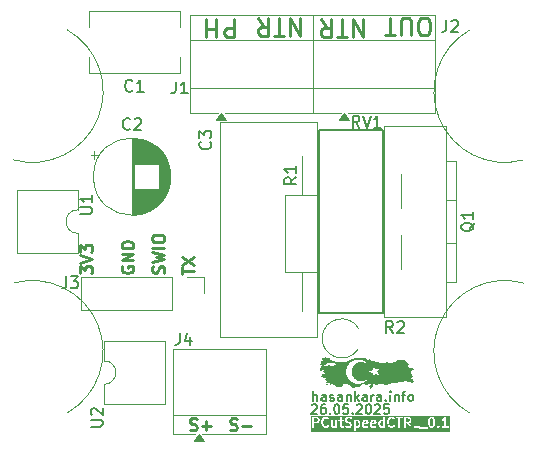
<source format=gbr>
%TF.GenerationSoftware,KiCad,Pcbnew,9.0.2-9.0.2-0~ubuntu24.04.1*%
%TF.CreationDate,2025-05-26T21:32:44+03:00*%
%TF.ProjectId,PCutSpeedCTRL,50437574-5370-4656-9564-4354524c2e6b,V01*%
%TF.SameCoordinates,PX5f5e100PY5f5e100*%
%TF.FileFunction,Legend,Top*%
%TF.FilePolarity,Positive*%
%FSLAX46Y46*%
G04 Gerber Fmt 4.6, Leading zero omitted, Abs format (unit mm)*
G04 Created by KiCad (PCBNEW 9.0.2-9.0.2-0~ubuntu24.04.1) date 2025-05-26 21:32:44*
%MOMM*%
%LPD*%
G01*
G04 APERTURE LIST*
%ADD10C,0.100000*%
%ADD11C,0.240000*%
%ADD12C,0.150000*%
%ADD13C,0.120000*%
%ADD14C,0.000000*%
G04 APERTURE END LIST*
D10*
X21561679Y5203590D02*
G75*
G02*
X17028337Y16200052I-1558179J5790310D01*
G01*
X-17021178Y16212173D02*
G75*
G02*
X-21597061Y5212987I-2978822J-5212173D01*
G01*
X17021129Y-16212159D02*
G75*
G02*
X21635358Y-5223700I2978821J5212169D01*
G01*
X-21577956Y-5208946D02*
G75*
G02*
X-17024841Y-16200056I1577956J-5784954D01*
G01*
D11*
X-3251630Y-17617520D02*
X-3108773Y-17665139D01*
X-3108773Y-17665139D02*
X-2870678Y-17665139D01*
X-2870678Y-17665139D02*
X-2775440Y-17617520D01*
X-2775440Y-17617520D02*
X-2727821Y-17569900D01*
X-2727821Y-17569900D02*
X-2680202Y-17474662D01*
X-2680202Y-17474662D02*
X-2680202Y-17379424D01*
X-2680202Y-17379424D02*
X-2727821Y-17284186D01*
X-2727821Y-17284186D02*
X-2775440Y-17236567D01*
X-2775440Y-17236567D02*
X-2870678Y-17188948D01*
X-2870678Y-17188948D02*
X-3061154Y-17141329D01*
X-3061154Y-17141329D02*
X-3156392Y-17093710D01*
X-3156392Y-17093710D02*
X-3204011Y-17046091D01*
X-3204011Y-17046091D02*
X-3251630Y-16950853D01*
X-3251630Y-16950853D02*
X-3251630Y-16855615D01*
X-3251630Y-16855615D02*
X-3204011Y-16760377D01*
X-3204011Y-16760377D02*
X-3156392Y-16712758D01*
X-3156392Y-16712758D02*
X-3061154Y-16665139D01*
X-3061154Y-16665139D02*
X-2823059Y-16665139D01*
X-2823059Y-16665139D02*
X-2680202Y-16712758D01*
X-2251630Y-17284186D02*
X-1489725Y-17284186D01*
X13339248Y15756449D02*
X13053534Y15756449D01*
X13053534Y15756449D02*
X12910677Y15827878D01*
X12910677Y15827878D02*
X12767820Y15970735D01*
X12767820Y15970735D02*
X12696391Y16256449D01*
X12696391Y16256449D02*
X12696391Y16756449D01*
X12696391Y16756449D02*
X12767820Y17042163D01*
X12767820Y17042163D02*
X12910677Y17185020D01*
X12910677Y17185020D02*
X13053534Y17256449D01*
X13053534Y17256449D02*
X13339248Y17256449D01*
X13339248Y17256449D02*
X13482106Y17185020D01*
X13482106Y17185020D02*
X13624963Y17042163D01*
X13624963Y17042163D02*
X13696391Y16756449D01*
X13696391Y16756449D02*
X13696391Y16256449D01*
X13696391Y16256449D02*
X13624963Y15970735D01*
X13624963Y15970735D02*
X13482106Y15827878D01*
X13482106Y15827878D02*
X13339248Y15756449D01*
X12053534Y15756449D02*
X12053534Y16970735D01*
X12053534Y16970735D02*
X11982105Y17113592D01*
X11982105Y17113592D02*
X11910677Y17185020D01*
X11910677Y17185020D02*
X11767819Y17256449D01*
X11767819Y17256449D02*
X11482105Y17256449D01*
X11482105Y17256449D02*
X11339248Y17185020D01*
X11339248Y17185020D02*
X11267819Y17113592D01*
X11267819Y17113592D02*
X11196391Y16970735D01*
X11196391Y16970735D02*
X11196391Y15756449D01*
X10696390Y15756449D02*
X9839248Y15756449D01*
X10267819Y17256449D02*
X10267819Y15756449D01*
X-7304861Y-4466867D02*
X-7304861Y-3895439D01*
X-6304861Y-4181153D02*
X-7304861Y-4181153D01*
X-7304861Y-3657343D02*
X-6304861Y-2990677D01*
X-7304861Y-2990677D02*
X-6304861Y-3657343D01*
X-6651630Y-17617520D02*
X-6508773Y-17665139D01*
X-6508773Y-17665139D02*
X-6270678Y-17665139D01*
X-6270678Y-17665139D02*
X-6175440Y-17617520D01*
X-6175440Y-17617520D02*
X-6127821Y-17569900D01*
X-6127821Y-17569900D02*
X-6080202Y-17474662D01*
X-6080202Y-17474662D02*
X-6080202Y-17379424D01*
X-6080202Y-17379424D02*
X-6127821Y-17284186D01*
X-6127821Y-17284186D02*
X-6175440Y-17236567D01*
X-6175440Y-17236567D02*
X-6270678Y-17188948D01*
X-6270678Y-17188948D02*
X-6461154Y-17141329D01*
X-6461154Y-17141329D02*
X-6556392Y-17093710D01*
X-6556392Y-17093710D02*
X-6604011Y-17046091D01*
X-6604011Y-17046091D02*
X-6651630Y-16950853D01*
X-6651630Y-16950853D02*
X-6651630Y-16855615D01*
X-6651630Y-16855615D02*
X-6604011Y-16760377D01*
X-6604011Y-16760377D02*
X-6556392Y-16712758D01*
X-6556392Y-16712758D02*
X-6461154Y-16665139D01*
X-6461154Y-16665139D02*
X-6223059Y-16665139D01*
X-6223059Y-16665139D02*
X-6080202Y-16712758D01*
X-5651630Y-17284186D02*
X-4889725Y-17284186D01*
X-5270678Y-17665139D02*
X-5270678Y-16903234D01*
X-12387242Y-3780201D02*
X-12434861Y-3875439D01*
X-12434861Y-3875439D02*
X-12434861Y-4018296D01*
X-12434861Y-4018296D02*
X-12387242Y-4161153D01*
X-12387242Y-4161153D02*
X-12292004Y-4256391D01*
X-12292004Y-4256391D02*
X-12196766Y-4304010D01*
X-12196766Y-4304010D02*
X-12006290Y-4351629D01*
X-12006290Y-4351629D02*
X-11863433Y-4351629D01*
X-11863433Y-4351629D02*
X-11672957Y-4304010D01*
X-11672957Y-4304010D02*
X-11577719Y-4256391D01*
X-11577719Y-4256391D02*
X-11482480Y-4161153D01*
X-11482480Y-4161153D02*
X-11434861Y-4018296D01*
X-11434861Y-4018296D02*
X-11434861Y-3923058D01*
X-11434861Y-3923058D02*
X-11482480Y-3780201D01*
X-11482480Y-3780201D02*
X-11530100Y-3732582D01*
X-11530100Y-3732582D02*
X-11863433Y-3732582D01*
X-11863433Y-3732582D02*
X-11863433Y-3923058D01*
X-11434861Y-3304010D02*
X-12434861Y-3304010D01*
X-12434861Y-3304010D02*
X-11434861Y-2732582D01*
X-11434861Y-2732582D02*
X-12434861Y-2732582D01*
X-11434861Y-2256391D02*
X-12434861Y-2256391D01*
X-12434861Y-2256391D02*
X-12434861Y-2018296D01*
X-12434861Y-2018296D02*
X-12387242Y-1875439D01*
X-12387242Y-1875439D02*
X-12292004Y-1780201D01*
X-12292004Y-1780201D02*
X-12196766Y-1732582D01*
X-12196766Y-1732582D02*
X-12006290Y-1684963D01*
X-12006290Y-1684963D02*
X-11863433Y-1684963D01*
X-11863433Y-1684963D02*
X-11672957Y-1732582D01*
X-11672957Y-1732582D02*
X-11577719Y-1780201D01*
X-11577719Y-1780201D02*
X-11482480Y-1875439D01*
X-11482480Y-1875439D02*
X-11434861Y-2018296D01*
X-11434861Y-2018296D02*
X-11434861Y-2256391D01*
D12*
X3651064Y-15570485D02*
X3689160Y-15532390D01*
X3689160Y-15532390D02*
X3765350Y-15494295D01*
X3765350Y-15494295D02*
X3955826Y-15494295D01*
X3955826Y-15494295D02*
X4032017Y-15532390D01*
X4032017Y-15532390D02*
X4070112Y-15570485D01*
X4070112Y-15570485D02*
X4108207Y-15646676D01*
X4108207Y-15646676D02*
X4108207Y-15722866D01*
X4108207Y-15722866D02*
X4070112Y-15837152D01*
X4070112Y-15837152D02*
X3612969Y-16294295D01*
X3612969Y-16294295D02*
X4108207Y-16294295D01*
X4793922Y-15494295D02*
X4641541Y-15494295D01*
X4641541Y-15494295D02*
X4565350Y-15532390D01*
X4565350Y-15532390D02*
X4527255Y-15570485D01*
X4527255Y-15570485D02*
X4451065Y-15684771D01*
X4451065Y-15684771D02*
X4412969Y-15837152D01*
X4412969Y-15837152D02*
X4412969Y-16141914D01*
X4412969Y-16141914D02*
X4451065Y-16218104D01*
X4451065Y-16218104D02*
X4489160Y-16256200D01*
X4489160Y-16256200D02*
X4565350Y-16294295D01*
X4565350Y-16294295D02*
X4717731Y-16294295D01*
X4717731Y-16294295D02*
X4793922Y-16256200D01*
X4793922Y-16256200D02*
X4832017Y-16218104D01*
X4832017Y-16218104D02*
X4870112Y-16141914D01*
X4870112Y-16141914D02*
X4870112Y-15951438D01*
X4870112Y-15951438D02*
X4832017Y-15875247D01*
X4832017Y-15875247D02*
X4793922Y-15837152D01*
X4793922Y-15837152D02*
X4717731Y-15799057D01*
X4717731Y-15799057D02*
X4565350Y-15799057D01*
X4565350Y-15799057D02*
X4489160Y-15837152D01*
X4489160Y-15837152D02*
X4451065Y-15875247D01*
X4451065Y-15875247D02*
X4412969Y-15951438D01*
X5212970Y-16218104D02*
X5251065Y-16256200D01*
X5251065Y-16256200D02*
X5212970Y-16294295D01*
X5212970Y-16294295D02*
X5174874Y-16256200D01*
X5174874Y-16256200D02*
X5212970Y-16218104D01*
X5212970Y-16218104D02*
X5212970Y-16294295D01*
X5746303Y-15494295D02*
X5822493Y-15494295D01*
X5822493Y-15494295D02*
X5898684Y-15532390D01*
X5898684Y-15532390D02*
X5936779Y-15570485D01*
X5936779Y-15570485D02*
X5974874Y-15646676D01*
X5974874Y-15646676D02*
X6012969Y-15799057D01*
X6012969Y-15799057D02*
X6012969Y-15989533D01*
X6012969Y-15989533D02*
X5974874Y-16141914D01*
X5974874Y-16141914D02*
X5936779Y-16218104D01*
X5936779Y-16218104D02*
X5898684Y-16256200D01*
X5898684Y-16256200D02*
X5822493Y-16294295D01*
X5822493Y-16294295D02*
X5746303Y-16294295D01*
X5746303Y-16294295D02*
X5670112Y-16256200D01*
X5670112Y-16256200D02*
X5632017Y-16218104D01*
X5632017Y-16218104D02*
X5593922Y-16141914D01*
X5593922Y-16141914D02*
X5555826Y-15989533D01*
X5555826Y-15989533D02*
X5555826Y-15799057D01*
X5555826Y-15799057D02*
X5593922Y-15646676D01*
X5593922Y-15646676D02*
X5632017Y-15570485D01*
X5632017Y-15570485D02*
X5670112Y-15532390D01*
X5670112Y-15532390D02*
X5746303Y-15494295D01*
X6736779Y-15494295D02*
X6355827Y-15494295D01*
X6355827Y-15494295D02*
X6317731Y-15875247D01*
X6317731Y-15875247D02*
X6355827Y-15837152D01*
X6355827Y-15837152D02*
X6432017Y-15799057D01*
X6432017Y-15799057D02*
X6622493Y-15799057D01*
X6622493Y-15799057D02*
X6698684Y-15837152D01*
X6698684Y-15837152D02*
X6736779Y-15875247D01*
X6736779Y-15875247D02*
X6774874Y-15951438D01*
X6774874Y-15951438D02*
X6774874Y-16141914D01*
X6774874Y-16141914D02*
X6736779Y-16218104D01*
X6736779Y-16218104D02*
X6698684Y-16256200D01*
X6698684Y-16256200D02*
X6622493Y-16294295D01*
X6622493Y-16294295D02*
X6432017Y-16294295D01*
X6432017Y-16294295D02*
X6355827Y-16256200D01*
X6355827Y-16256200D02*
X6317731Y-16218104D01*
X7117732Y-16218104D02*
X7155827Y-16256200D01*
X7155827Y-16256200D02*
X7117732Y-16294295D01*
X7117732Y-16294295D02*
X7079636Y-16256200D01*
X7079636Y-16256200D02*
X7117732Y-16218104D01*
X7117732Y-16218104D02*
X7117732Y-16294295D01*
X7460588Y-15570485D02*
X7498684Y-15532390D01*
X7498684Y-15532390D02*
X7574874Y-15494295D01*
X7574874Y-15494295D02*
X7765350Y-15494295D01*
X7765350Y-15494295D02*
X7841541Y-15532390D01*
X7841541Y-15532390D02*
X7879636Y-15570485D01*
X7879636Y-15570485D02*
X7917731Y-15646676D01*
X7917731Y-15646676D02*
X7917731Y-15722866D01*
X7917731Y-15722866D02*
X7879636Y-15837152D01*
X7879636Y-15837152D02*
X7422493Y-16294295D01*
X7422493Y-16294295D02*
X7917731Y-16294295D01*
X8412970Y-15494295D02*
X8489160Y-15494295D01*
X8489160Y-15494295D02*
X8565351Y-15532390D01*
X8565351Y-15532390D02*
X8603446Y-15570485D01*
X8603446Y-15570485D02*
X8641541Y-15646676D01*
X8641541Y-15646676D02*
X8679636Y-15799057D01*
X8679636Y-15799057D02*
X8679636Y-15989533D01*
X8679636Y-15989533D02*
X8641541Y-16141914D01*
X8641541Y-16141914D02*
X8603446Y-16218104D01*
X8603446Y-16218104D02*
X8565351Y-16256200D01*
X8565351Y-16256200D02*
X8489160Y-16294295D01*
X8489160Y-16294295D02*
X8412970Y-16294295D01*
X8412970Y-16294295D02*
X8336779Y-16256200D01*
X8336779Y-16256200D02*
X8298684Y-16218104D01*
X8298684Y-16218104D02*
X8260589Y-16141914D01*
X8260589Y-16141914D02*
X8222493Y-15989533D01*
X8222493Y-15989533D02*
X8222493Y-15799057D01*
X8222493Y-15799057D02*
X8260589Y-15646676D01*
X8260589Y-15646676D02*
X8298684Y-15570485D01*
X8298684Y-15570485D02*
X8336779Y-15532390D01*
X8336779Y-15532390D02*
X8412970Y-15494295D01*
X8984398Y-15570485D02*
X9022494Y-15532390D01*
X9022494Y-15532390D02*
X9098684Y-15494295D01*
X9098684Y-15494295D02*
X9289160Y-15494295D01*
X9289160Y-15494295D02*
X9365351Y-15532390D01*
X9365351Y-15532390D02*
X9403446Y-15570485D01*
X9403446Y-15570485D02*
X9441541Y-15646676D01*
X9441541Y-15646676D02*
X9441541Y-15722866D01*
X9441541Y-15722866D02*
X9403446Y-15837152D01*
X9403446Y-15837152D02*
X8946303Y-16294295D01*
X8946303Y-16294295D02*
X9441541Y-16294295D01*
X10165351Y-15494295D02*
X9784399Y-15494295D01*
X9784399Y-15494295D02*
X9746303Y-15875247D01*
X9746303Y-15875247D02*
X9784399Y-15837152D01*
X9784399Y-15837152D02*
X9860589Y-15799057D01*
X9860589Y-15799057D02*
X10051065Y-15799057D01*
X10051065Y-15799057D02*
X10127256Y-15837152D01*
X10127256Y-15837152D02*
X10165351Y-15875247D01*
X10165351Y-15875247D02*
X10203446Y-15951438D01*
X10203446Y-15951438D02*
X10203446Y-16141914D01*
X10203446Y-16141914D02*
X10165351Y-16218104D01*
X10165351Y-16218104D02*
X10127256Y-16256200D01*
X10127256Y-16256200D02*
X10051065Y-16294295D01*
X10051065Y-16294295D02*
X9860589Y-16294295D01*
X9860589Y-16294295D02*
X9784399Y-16256200D01*
X9784399Y-16256200D02*
X9746303Y-16218104D01*
D11*
X-8882480Y-4351629D02*
X-8834861Y-4208772D01*
X-8834861Y-4208772D02*
X-8834861Y-3970677D01*
X-8834861Y-3970677D02*
X-8882480Y-3875439D01*
X-8882480Y-3875439D02*
X-8930100Y-3827820D01*
X-8930100Y-3827820D02*
X-9025338Y-3780201D01*
X-9025338Y-3780201D02*
X-9120576Y-3780201D01*
X-9120576Y-3780201D02*
X-9215814Y-3827820D01*
X-9215814Y-3827820D02*
X-9263433Y-3875439D01*
X-9263433Y-3875439D02*
X-9311052Y-3970677D01*
X-9311052Y-3970677D02*
X-9358671Y-4161153D01*
X-9358671Y-4161153D02*
X-9406290Y-4256391D01*
X-9406290Y-4256391D02*
X-9453909Y-4304010D01*
X-9453909Y-4304010D02*
X-9549147Y-4351629D01*
X-9549147Y-4351629D02*
X-9644385Y-4351629D01*
X-9644385Y-4351629D02*
X-9739623Y-4304010D01*
X-9739623Y-4304010D02*
X-9787242Y-4256391D01*
X-9787242Y-4256391D02*
X-9834861Y-4161153D01*
X-9834861Y-4161153D02*
X-9834861Y-3923058D01*
X-9834861Y-3923058D02*
X-9787242Y-3780201D01*
X-9834861Y-3446867D02*
X-8834861Y-3208772D01*
X-8834861Y-3208772D02*
X-9549147Y-3018296D01*
X-9549147Y-3018296D02*
X-8834861Y-2827820D01*
X-8834861Y-2827820D02*
X-9834861Y-2589725D01*
X-8834861Y-2208772D02*
X-9834861Y-2208772D01*
X-9834861Y-1542106D02*
X-9834861Y-1351630D01*
X-9834861Y-1351630D02*
X-9787242Y-1256392D01*
X-9787242Y-1256392D02*
X-9692004Y-1161154D01*
X-9692004Y-1161154D02*
X-9501528Y-1113535D01*
X-9501528Y-1113535D02*
X-9168195Y-1113535D01*
X-9168195Y-1113535D02*
X-8977719Y-1161154D01*
X-8977719Y-1161154D02*
X-8882480Y-1256392D01*
X-8882480Y-1256392D02*
X-8834861Y-1351630D01*
X-8834861Y-1351630D02*
X-8834861Y-1542106D01*
X-8834861Y-1542106D02*
X-8882480Y-1637344D01*
X-8882480Y-1637344D02*
X-8977719Y-1732582D01*
X-8977719Y-1732582D02*
X-9168195Y-1780201D01*
X-9168195Y-1780201D02*
X-9501528Y-1780201D01*
X-9501528Y-1780201D02*
X-9692004Y-1732582D01*
X-9692004Y-1732582D02*
X-9787242Y-1637344D01*
X-9787242Y-1637344D02*
X-9834861Y-1542106D01*
X7984963Y17103949D02*
X7984963Y15603949D01*
X7984963Y15603949D02*
X7127820Y17103949D01*
X7127820Y17103949D02*
X7127820Y15603949D01*
X6627819Y15603949D02*
X5770677Y15603949D01*
X6199248Y17103949D02*
X6199248Y15603949D01*
X4413534Y17103949D02*
X4913534Y16389663D01*
X5270677Y17103949D02*
X5270677Y15603949D01*
X5270677Y15603949D02*
X4699248Y15603949D01*
X4699248Y15603949D02*
X4556391Y15675378D01*
X4556391Y15675378D02*
X4484962Y15746806D01*
X4484962Y15746806D02*
X4413534Y15889663D01*
X4413534Y15889663D02*
X4413534Y16103949D01*
X4413534Y16103949D02*
X4484962Y16246806D01*
X4484962Y16246806D02*
X4556391Y16318235D01*
X4556391Y16318235D02*
X4699248Y16389663D01*
X4699248Y16389663D02*
X5270677Y16389663D01*
X-15934861Y-4399248D02*
X-15934861Y-3780201D01*
X-15934861Y-3780201D02*
X-15553909Y-4113534D01*
X-15553909Y-4113534D02*
X-15553909Y-3970677D01*
X-15553909Y-3970677D02*
X-15506290Y-3875439D01*
X-15506290Y-3875439D02*
X-15458671Y-3827820D01*
X-15458671Y-3827820D02*
X-15363433Y-3780201D01*
X-15363433Y-3780201D02*
X-15125338Y-3780201D01*
X-15125338Y-3780201D02*
X-15030100Y-3827820D01*
X-15030100Y-3827820D02*
X-14982480Y-3875439D01*
X-14982480Y-3875439D02*
X-14934861Y-3970677D01*
X-14934861Y-3970677D02*
X-14934861Y-4256391D01*
X-14934861Y-4256391D02*
X-14982480Y-4351629D01*
X-14982480Y-4351629D02*
X-15030100Y-4399248D01*
X-15934861Y-3494486D02*
X-14934861Y-3161153D01*
X-14934861Y-3161153D02*
X-15934861Y-2827820D01*
X-15934861Y-2589724D02*
X-15934861Y-1970677D01*
X-15934861Y-1970677D02*
X-15553909Y-2304010D01*
X-15553909Y-2304010D02*
X-15553909Y-2161153D01*
X-15553909Y-2161153D02*
X-15506290Y-2065915D01*
X-15506290Y-2065915D02*
X-15458671Y-2018296D01*
X-15458671Y-2018296D02*
X-15363433Y-1970677D01*
X-15363433Y-1970677D02*
X-15125338Y-1970677D01*
X-15125338Y-1970677D02*
X-15030100Y-2018296D01*
X-15030100Y-2018296D02*
X-14982480Y-2065915D01*
X-14982480Y-2065915D02*
X-14934861Y-2161153D01*
X-14934861Y-2161153D02*
X-14934861Y-2446867D01*
X-14934861Y-2446867D02*
X-14982480Y-2542105D01*
X-14982480Y-2542105D02*
X-15030100Y-2589724D01*
X-2915037Y17103949D02*
X-2915037Y15603949D01*
X-2915037Y15603949D02*
X-3486466Y15603949D01*
X-3486466Y15603949D02*
X-3629323Y15675378D01*
X-3629323Y15675378D02*
X-3700752Y15746806D01*
X-3700752Y15746806D02*
X-3772180Y15889663D01*
X-3772180Y15889663D02*
X-3772180Y16103949D01*
X-3772180Y16103949D02*
X-3700752Y16246806D01*
X-3700752Y16246806D02*
X-3629323Y16318235D01*
X-3629323Y16318235D02*
X-3486466Y16389663D01*
X-3486466Y16389663D02*
X-2915037Y16389663D01*
X-4415037Y17103949D02*
X-4415037Y15603949D01*
X-4415037Y16318235D02*
X-5272180Y16318235D01*
X-5272180Y17103949D02*
X-5272180Y15603949D01*
D12*
X3789160Y-15194295D02*
X3789160Y-14394295D01*
X4132017Y-15194295D02*
X4132017Y-14775247D01*
X4132017Y-14775247D02*
X4093922Y-14699057D01*
X4093922Y-14699057D02*
X4017731Y-14660961D01*
X4017731Y-14660961D02*
X3903445Y-14660961D01*
X3903445Y-14660961D02*
X3827255Y-14699057D01*
X3827255Y-14699057D02*
X3789160Y-14737152D01*
X4855827Y-15194295D02*
X4855827Y-14775247D01*
X4855827Y-14775247D02*
X4817732Y-14699057D01*
X4817732Y-14699057D02*
X4741541Y-14660961D01*
X4741541Y-14660961D02*
X4589160Y-14660961D01*
X4589160Y-14660961D02*
X4512970Y-14699057D01*
X4855827Y-15156200D02*
X4779636Y-15194295D01*
X4779636Y-15194295D02*
X4589160Y-15194295D01*
X4589160Y-15194295D02*
X4512970Y-15156200D01*
X4512970Y-15156200D02*
X4474874Y-15080009D01*
X4474874Y-15080009D02*
X4474874Y-15003819D01*
X4474874Y-15003819D02*
X4512970Y-14927628D01*
X4512970Y-14927628D02*
X4589160Y-14889533D01*
X4589160Y-14889533D02*
X4779636Y-14889533D01*
X4779636Y-14889533D02*
X4855827Y-14851438D01*
X5198684Y-15156200D02*
X5274875Y-15194295D01*
X5274875Y-15194295D02*
X5427256Y-15194295D01*
X5427256Y-15194295D02*
X5503446Y-15156200D01*
X5503446Y-15156200D02*
X5541542Y-15080009D01*
X5541542Y-15080009D02*
X5541542Y-15041914D01*
X5541542Y-15041914D02*
X5503446Y-14965723D01*
X5503446Y-14965723D02*
X5427256Y-14927628D01*
X5427256Y-14927628D02*
X5312970Y-14927628D01*
X5312970Y-14927628D02*
X5236780Y-14889533D01*
X5236780Y-14889533D02*
X5198684Y-14813342D01*
X5198684Y-14813342D02*
X5198684Y-14775247D01*
X5198684Y-14775247D02*
X5236780Y-14699057D01*
X5236780Y-14699057D02*
X5312970Y-14660961D01*
X5312970Y-14660961D02*
X5427256Y-14660961D01*
X5427256Y-14660961D02*
X5503446Y-14699057D01*
X6227256Y-15194295D02*
X6227256Y-14775247D01*
X6227256Y-14775247D02*
X6189161Y-14699057D01*
X6189161Y-14699057D02*
X6112970Y-14660961D01*
X6112970Y-14660961D02*
X5960589Y-14660961D01*
X5960589Y-14660961D02*
X5884399Y-14699057D01*
X6227256Y-15156200D02*
X6151065Y-15194295D01*
X6151065Y-15194295D02*
X5960589Y-15194295D01*
X5960589Y-15194295D02*
X5884399Y-15156200D01*
X5884399Y-15156200D02*
X5846303Y-15080009D01*
X5846303Y-15080009D02*
X5846303Y-15003819D01*
X5846303Y-15003819D02*
X5884399Y-14927628D01*
X5884399Y-14927628D02*
X5960589Y-14889533D01*
X5960589Y-14889533D02*
X6151065Y-14889533D01*
X6151065Y-14889533D02*
X6227256Y-14851438D01*
X6608209Y-14660961D02*
X6608209Y-15194295D01*
X6608209Y-14737152D02*
X6646304Y-14699057D01*
X6646304Y-14699057D02*
X6722494Y-14660961D01*
X6722494Y-14660961D02*
X6836780Y-14660961D01*
X6836780Y-14660961D02*
X6912971Y-14699057D01*
X6912971Y-14699057D02*
X6951066Y-14775247D01*
X6951066Y-14775247D02*
X6951066Y-15194295D01*
X7332019Y-15194295D02*
X7332019Y-14394295D01*
X7408209Y-14889533D02*
X7636781Y-15194295D01*
X7636781Y-14660961D02*
X7332019Y-14965723D01*
X8322495Y-15194295D02*
X8322495Y-14775247D01*
X8322495Y-14775247D02*
X8284400Y-14699057D01*
X8284400Y-14699057D02*
X8208209Y-14660961D01*
X8208209Y-14660961D02*
X8055828Y-14660961D01*
X8055828Y-14660961D02*
X7979638Y-14699057D01*
X8322495Y-15156200D02*
X8246304Y-15194295D01*
X8246304Y-15194295D02*
X8055828Y-15194295D01*
X8055828Y-15194295D02*
X7979638Y-15156200D01*
X7979638Y-15156200D02*
X7941542Y-15080009D01*
X7941542Y-15080009D02*
X7941542Y-15003819D01*
X7941542Y-15003819D02*
X7979638Y-14927628D01*
X7979638Y-14927628D02*
X8055828Y-14889533D01*
X8055828Y-14889533D02*
X8246304Y-14889533D01*
X8246304Y-14889533D02*
X8322495Y-14851438D01*
X8703448Y-15194295D02*
X8703448Y-14660961D01*
X8703448Y-14813342D02*
X8741543Y-14737152D01*
X8741543Y-14737152D02*
X8779638Y-14699057D01*
X8779638Y-14699057D02*
X8855829Y-14660961D01*
X8855829Y-14660961D02*
X8932019Y-14660961D01*
X9541543Y-15194295D02*
X9541543Y-14775247D01*
X9541543Y-14775247D02*
X9503448Y-14699057D01*
X9503448Y-14699057D02*
X9427257Y-14660961D01*
X9427257Y-14660961D02*
X9274876Y-14660961D01*
X9274876Y-14660961D02*
X9198686Y-14699057D01*
X9541543Y-15156200D02*
X9465352Y-15194295D01*
X9465352Y-15194295D02*
X9274876Y-15194295D01*
X9274876Y-15194295D02*
X9198686Y-15156200D01*
X9198686Y-15156200D02*
X9160590Y-15080009D01*
X9160590Y-15080009D02*
X9160590Y-15003819D01*
X9160590Y-15003819D02*
X9198686Y-14927628D01*
X9198686Y-14927628D02*
X9274876Y-14889533D01*
X9274876Y-14889533D02*
X9465352Y-14889533D01*
X9465352Y-14889533D02*
X9541543Y-14851438D01*
X9922496Y-15118104D02*
X9960591Y-15156200D01*
X9960591Y-15156200D02*
X9922496Y-15194295D01*
X9922496Y-15194295D02*
X9884400Y-15156200D01*
X9884400Y-15156200D02*
X9922496Y-15118104D01*
X9922496Y-15118104D02*
X9922496Y-15194295D01*
X10303448Y-15194295D02*
X10303448Y-14660961D01*
X10303448Y-14394295D02*
X10265352Y-14432390D01*
X10265352Y-14432390D02*
X10303448Y-14470485D01*
X10303448Y-14470485D02*
X10341543Y-14432390D01*
X10341543Y-14432390D02*
X10303448Y-14394295D01*
X10303448Y-14394295D02*
X10303448Y-14470485D01*
X10684400Y-14660961D02*
X10684400Y-15194295D01*
X10684400Y-14737152D02*
X10722495Y-14699057D01*
X10722495Y-14699057D02*
X10798685Y-14660961D01*
X10798685Y-14660961D02*
X10912971Y-14660961D01*
X10912971Y-14660961D02*
X10989162Y-14699057D01*
X10989162Y-14699057D02*
X11027257Y-14775247D01*
X11027257Y-14775247D02*
X11027257Y-15194295D01*
X11293924Y-14660961D02*
X11598686Y-14660961D01*
X11408210Y-15194295D02*
X11408210Y-14508580D01*
X11408210Y-14508580D02*
X11446305Y-14432390D01*
X11446305Y-14432390D02*
X11522495Y-14394295D01*
X11522495Y-14394295D02*
X11598686Y-14394295D01*
X11979638Y-15194295D02*
X11903448Y-15156200D01*
X11903448Y-15156200D02*
X11865353Y-15118104D01*
X11865353Y-15118104D02*
X11827257Y-15041914D01*
X11827257Y-15041914D02*
X11827257Y-14813342D01*
X11827257Y-14813342D02*
X11865353Y-14737152D01*
X11865353Y-14737152D02*
X11903448Y-14699057D01*
X11903448Y-14699057D02*
X11979638Y-14660961D01*
X11979638Y-14660961D02*
X12093924Y-14660961D01*
X12093924Y-14660961D02*
X12170115Y-14699057D01*
X12170115Y-14699057D02*
X12208210Y-14737152D01*
X12208210Y-14737152D02*
X12246305Y-14813342D01*
X12246305Y-14813342D02*
X12246305Y-15041914D01*
X12246305Y-15041914D02*
X12208210Y-15118104D01*
X12208210Y-15118104D02*
X12170115Y-15156200D01*
X12170115Y-15156200D02*
X12093924Y-15194295D01*
X12093924Y-15194295D02*
X11979638Y-15194295D01*
G36*
X7592353Y-16960696D02*
G01*
X7613236Y-16981579D01*
X7637970Y-17031047D01*
X7637970Y-17224209D01*
X7613235Y-17273677D01*
X7592352Y-17294561D01*
X7542884Y-17319295D01*
X7425913Y-17319295D01*
X7407018Y-17309847D01*
X7407018Y-16945409D01*
X7425914Y-16935961D01*
X7542884Y-16935961D01*
X7592353Y-16960696D01*
G37*
G36*
X8304688Y-16954958D02*
G01*
X8322321Y-16990224D01*
X8092732Y-17036142D01*
X8092732Y-16992953D01*
X8111728Y-16954959D01*
X8149724Y-16935961D01*
X8266694Y-16935961D01*
X8304688Y-16954958D01*
G37*
G36*
X8990402Y-16954958D02*
G01*
X9008035Y-16990224D01*
X8778446Y-17036142D01*
X8778446Y-16992953D01*
X8797442Y-16954959D01*
X8835438Y-16935961D01*
X8952408Y-16935961D01*
X8990402Y-16954958D01*
G37*
G36*
X9695113Y-16945409D02*
G01*
X9695113Y-17309847D01*
X9676217Y-17319295D01*
X9559246Y-17319295D01*
X9509778Y-17294561D01*
X9488894Y-17273676D01*
X9464160Y-17224208D01*
X9464160Y-17031048D01*
X9488894Y-16981580D01*
X9509777Y-16960696D01*
X9559247Y-16935961D01*
X9676217Y-16935961D01*
X9695113Y-16945409D01*
G37*
G36*
X13878068Y-16694029D02*
G01*
X13898950Y-16714911D01*
X13927920Y-16772851D01*
X13961780Y-16908290D01*
X13961780Y-17080299D01*
X13927920Y-17215738D01*
X13898950Y-17273677D01*
X13878067Y-17294561D01*
X13828599Y-17319295D01*
X13787819Y-17319295D01*
X13738350Y-17294561D01*
X13717467Y-17273677D01*
X13688497Y-17215737D01*
X13654637Y-17080297D01*
X13654637Y-16908292D01*
X13688497Y-16772851D01*
X13717467Y-16714911D01*
X13738349Y-16694029D01*
X13787819Y-16669295D01*
X13828599Y-16669295D01*
X13878068Y-16694029D01*
G37*
G36*
X11897115Y-16694029D02*
G01*
X11917998Y-16714912D01*
X11942733Y-16764381D01*
X11942733Y-16843255D01*
X11917998Y-16892724D01*
X11897115Y-16913608D01*
X11847647Y-16938342D01*
X11635590Y-16938342D01*
X11635590Y-16669295D01*
X11847647Y-16669295D01*
X11897115Y-16694029D01*
G37*
G36*
X4125685Y-16694029D02*
G01*
X4146568Y-16714912D01*
X4171303Y-16764381D01*
X4171303Y-16843255D01*
X4146568Y-16892724D01*
X4125685Y-16913608D01*
X4076217Y-16938342D01*
X3864160Y-16938342D01*
X3864160Y-16669295D01*
X4076217Y-16669295D01*
X4125685Y-16694029D01*
G37*
G36*
X15342085Y-17823409D02*
G01*
X3625271Y-17823409D01*
X3625271Y-16594295D01*
X3714160Y-16594295D01*
X3714160Y-17394295D01*
X3715601Y-17408927D01*
X3726800Y-17435963D01*
X3747492Y-17456655D01*
X3774528Y-17467854D01*
X3803792Y-17467854D01*
X3830828Y-17456655D01*
X3851520Y-17435963D01*
X3862719Y-17408927D01*
X3864160Y-17394295D01*
X3864160Y-17088342D01*
X4093922Y-17088342D01*
X4108554Y-17086901D01*
X4111043Y-17085869D01*
X4113731Y-17085679D01*
X4127463Y-17080424D01*
X4203653Y-17042329D01*
X4209952Y-17038364D01*
X4211780Y-17037607D01*
X4213836Y-17035918D01*
X4216096Y-17034497D01*
X4217395Y-17032998D01*
X4223145Y-17028280D01*
X4261240Y-16990185D01*
X4265960Y-16984432D01*
X4267456Y-16983136D01*
X4268875Y-16980881D01*
X4270567Y-16978820D01*
X4271325Y-16976989D01*
X4275289Y-16970693D01*
X4292060Y-16937152D01*
X4476064Y-16937152D01*
X4476064Y-17051438D01*
X4476315Y-17053991D01*
X4476153Y-17055084D01*
X4476962Y-17060558D01*
X4477505Y-17066070D01*
X4477927Y-17067090D01*
X4478303Y-17069629D01*
X4516399Y-17222010D01*
X4516784Y-17223089D01*
X4516823Y-17223628D01*
X4519147Y-17229703D01*
X4521346Y-17235855D01*
X4521668Y-17236290D01*
X4522078Y-17237360D01*
X4560173Y-17313550D01*
X4564136Y-17319846D01*
X4564894Y-17321676D01*
X4566583Y-17323734D01*
X4568005Y-17325993D01*
X4569503Y-17327292D01*
X4574222Y-17333042D01*
X4650412Y-17409233D01*
X4661777Y-17418560D01*
X4664267Y-17419591D01*
X4666303Y-17421357D01*
X4679728Y-17427351D01*
X4794014Y-17465446D01*
X4801267Y-17467095D01*
X4803099Y-17467854D01*
X4805753Y-17468115D01*
X4808351Y-17468706D01*
X4810325Y-17468565D01*
X4817731Y-17469295D01*
X4893922Y-17469295D01*
X4901327Y-17468565D01*
X4903302Y-17468706D01*
X4905899Y-17468115D01*
X4908554Y-17467854D01*
X4910385Y-17467095D01*
X4917639Y-17465446D01*
X5031924Y-17427351D01*
X5045350Y-17421357D01*
X5047386Y-17419590D01*
X5049875Y-17418560D01*
X5061240Y-17409233D01*
X5099336Y-17371137D01*
X5108664Y-17359772D01*
X5119862Y-17332735D01*
X5119862Y-17303472D01*
X5108664Y-17276436D01*
X5087971Y-17255743D01*
X5060935Y-17244545D01*
X5031672Y-17244545D01*
X5004635Y-17255743D01*
X4993270Y-17265071D01*
X4967693Y-17290648D01*
X4881752Y-17319295D01*
X4829901Y-17319295D01*
X4743959Y-17290648D01*
X4688894Y-17235582D01*
X4659924Y-17177642D01*
X4626064Y-17042202D01*
X4626064Y-16946387D01*
X4647420Y-16860961D01*
X5314160Y-16860961D01*
X5314160Y-17280009D01*
X5315601Y-17294641D01*
X5316632Y-17297130D01*
X5316823Y-17299818D01*
X5322078Y-17313550D01*
X5360173Y-17389741D01*
X5361713Y-17392188D01*
X5362098Y-17393342D01*
X5363343Y-17394778D01*
X5368005Y-17402184D01*
X5375109Y-17408345D01*
X5381271Y-17415450D01*
X5388676Y-17420111D01*
X5390113Y-17421357D01*
X5391266Y-17421741D01*
X5393714Y-17423282D01*
X5469904Y-17461377D01*
X5483636Y-17466632D01*
X5486323Y-17466822D01*
X5488813Y-17467854D01*
X5503445Y-17469295D01*
X5617731Y-17469295D01*
X5632363Y-17467854D01*
X5634852Y-17466822D01*
X5637540Y-17466632D01*
X5651272Y-17461377D01*
X5680471Y-17446777D01*
X5690349Y-17456655D01*
X5717385Y-17467854D01*
X5746649Y-17467854D01*
X5773685Y-17456655D01*
X5794377Y-17435963D01*
X5805576Y-17408927D01*
X5807017Y-17394295D01*
X5807017Y-16860961D01*
X5805576Y-16846329D01*
X5925125Y-16846329D01*
X5925125Y-16875593D01*
X5936324Y-16902629D01*
X5957016Y-16923321D01*
X5984052Y-16934520D01*
X5998684Y-16935961D01*
X6037970Y-16935961D01*
X6037970Y-17280009D01*
X6039411Y-17294641D01*
X6040442Y-17297130D01*
X6040633Y-17299818D01*
X6045888Y-17313550D01*
X6083983Y-17389741D01*
X6085523Y-17392188D01*
X6085908Y-17393342D01*
X6087153Y-17394778D01*
X6091815Y-17402184D01*
X6098919Y-17408345D01*
X6105081Y-17415450D01*
X6112486Y-17420111D01*
X6113923Y-17421357D01*
X6115076Y-17421741D01*
X6117524Y-17423282D01*
X6193714Y-17461377D01*
X6207446Y-17466632D01*
X6210133Y-17466822D01*
X6212623Y-17467854D01*
X6227255Y-17469295D01*
X6303446Y-17469295D01*
X6318078Y-17467854D01*
X6345114Y-17456655D01*
X6365806Y-17435963D01*
X6377005Y-17408927D01*
X6377005Y-17379663D01*
X6365806Y-17352627D01*
X6345114Y-17331935D01*
X6318078Y-17320736D01*
X6303446Y-17319295D01*
X6244960Y-17319295D01*
X6206966Y-17300298D01*
X6187970Y-17262304D01*
X6187970Y-16935961D01*
X6303446Y-16935961D01*
X6318078Y-16934520D01*
X6345114Y-16923321D01*
X6365806Y-16902629D01*
X6377005Y-16875593D01*
X6377005Y-16846329D01*
X6365806Y-16819293D01*
X6345114Y-16798601D01*
X6318078Y-16787402D01*
X6303446Y-16785961D01*
X6187970Y-16785961D01*
X6187970Y-16746676D01*
X6457017Y-16746676D01*
X6457017Y-16822866D01*
X6458458Y-16837498D01*
X6459488Y-16839986D01*
X6459680Y-16842676D01*
X6464935Y-16856407D01*
X6503031Y-16932598D01*
X6506994Y-16938894D01*
X6507753Y-16940725D01*
X6509444Y-16942786D01*
X6510864Y-16945041D01*
X6512359Y-16946337D01*
X6517080Y-16952090D01*
X6555175Y-16990185D01*
X6560924Y-16994903D01*
X6562224Y-16996402D01*
X6564483Y-16997823D01*
X6566540Y-16999512D01*
X6568367Y-17000269D01*
X6574667Y-17004234D01*
X6650857Y-17042329D01*
X6651926Y-17042738D01*
X6652362Y-17043061D01*
X6658507Y-17045256D01*
X6664589Y-17047584D01*
X6665128Y-17047622D01*
X6666208Y-17048008D01*
X6810602Y-17084106D01*
X6868543Y-17113077D01*
X6889426Y-17133960D01*
X6914160Y-17183428D01*
X6914160Y-17224209D01*
X6889425Y-17273677D01*
X6868542Y-17294561D01*
X6819074Y-17319295D01*
X6658473Y-17319295D01*
X6555734Y-17285049D01*
X6541397Y-17281789D01*
X6512207Y-17283864D01*
X6486034Y-17296950D01*
X6466860Y-17319058D01*
X6457606Y-17346820D01*
X6459681Y-17376010D01*
X6472767Y-17402183D01*
X6494875Y-17421357D01*
X6508300Y-17427351D01*
X6622586Y-17465446D01*
X6629839Y-17467095D01*
X6631671Y-17467854D01*
X6634325Y-17468115D01*
X6636923Y-17468706D01*
X6638897Y-17468565D01*
X6646303Y-17469295D01*
X6836779Y-17469295D01*
X6851411Y-17467854D01*
X6853900Y-17466822D01*
X6856588Y-17466632D01*
X6870320Y-17461377D01*
X6946511Y-17423282D01*
X6952810Y-17419317D01*
X6954638Y-17418560D01*
X6956694Y-17416872D01*
X6958954Y-17415450D01*
X6960254Y-17413950D01*
X6966004Y-17409232D01*
X7004099Y-17371136D01*
X7008816Y-17365387D01*
X7010315Y-17364088D01*
X7011736Y-17361829D01*
X7013426Y-17359771D01*
X7014183Y-17357941D01*
X7018147Y-17351645D01*
X7056242Y-17275455D01*
X7061497Y-17261723D01*
X7061687Y-17259035D01*
X7062719Y-17256546D01*
X7064160Y-17241914D01*
X7064160Y-17165723D01*
X7062719Y-17151091D01*
X7061687Y-17148601D01*
X7061497Y-17145914D01*
X7056242Y-17132182D01*
X7018147Y-17055992D01*
X7014182Y-17049692D01*
X7013425Y-17047865D01*
X7011736Y-17045808D01*
X7010315Y-17043549D01*
X7008816Y-17042249D01*
X7004098Y-17036500D01*
X6966003Y-16998405D01*
X6960250Y-16993684D01*
X6958954Y-16992189D01*
X6956699Y-16990769D01*
X6954638Y-16989078D01*
X6952807Y-16988319D01*
X6946511Y-16984356D01*
X6870320Y-16946260D01*
X6869250Y-16945850D01*
X6868815Y-16945528D01*
X6862678Y-16943335D01*
X6856589Y-16941005D01*
X6856048Y-16940966D01*
X6854969Y-16940581D01*
X6710573Y-16904482D01*
X6652635Y-16875513D01*
X6638083Y-16860961D01*
X7257018Y-16860961D01*
X7257018Y-17660961D01*
X7258459Y-17675593D01*
X7269658Y-17702629D01*
X7290350Y-17723321D01*
X7317386Y-17734520D01*
X7346650Y-17734520D01*
X7373686Y-17723321D01*
X7394378Y-17702629D01*
X7405577Y-17675593D01*
X7407018Y-17660961D01*
X7407018Y-17469177D01*
X7408208Y-17469295D01*
X7560589Y-17469295D01*
X7575221Y-17467854D01*
X7577710Y-17466822D01*
X7580398Y-17466632D01*
X7594130Y-17461377D01*
X7670321Y-17423282D01*
X7676620Y-17419317D01*
X7678448Y-17418560D01*
X7680504Y-17416872D01*
X7682764Y-17415450D01*
X7684064Y-17413950D01*
X7689814Y-17409232D01*
X7727909Y-17371136D01*
X7732626Y-17365387D01*
X7734125Y-17364088D01*
X7735546Y-17361829D01*
X7737236Y-17359771D01*
X7737993Y-17357941D01*
X7741957Y-17351645D01*
X7780052Y-17275455D01*
X7785307Y-17261723D01*
X7785497Y-17259035D01*
X7786529Y-17256546D01*
X7787970Y-17241914D01*
X7787970Y-17013342D01*
X7786529Y-16998710D01*
X7785497Y-16996220D01*
X7785307Y-16993533D01*
X7780052Y-16979801D01*
X7777775Y-16975247D01*
X7942732Y-16975247D01*
X7942732Y-17280009D01*
X7944173Y-17294641D01*
X7945203Y-17297129D01*
X7945395Y-17299819D01*
X7950650Y-17313550D01*
X7988746Y-17389741D01*
X7990286Y-17392187D01*
X7990671Y-17393342D01*
X7991918Y-17394780D01*
X7996579Y-17402184D01*
X8003680Y-17408343D01*
X8009844Y-17415450D01*
X8017249Y-17420111D01*
X8018686Y-17421357D01*
X8019839Y-17421741D01*
X8022287Y-17423282D01*
X8098477Y-17461377D01*
X8112209Y-17466632D01*
X8114896Y-17466822D01*
X8117386Y-17467854D01*
X8132018Y-17469295D01*
X8284399Y-17469295D01*
X8299031Y-17467854D01*
X8301520Y-17466822D01*
X8304208Y-17466632D01*
X8317940Y-17461377D01*
X8394131Y-17423282D01*
X8406574Y-17415450D01*
X8425747Y-17393342D01*
X8435001Y-17365581D01*
X8432927Y-17336391D01*
X8419840Y-17310216D01*
X8397732Y-17291043D01*
X8369971Y-17281789D01*
X8340781Y-17283863D01*
X8327049Y-17289118D01*
X8266694Y-17319295D01*
X8149723Y-17319295D01*
X8111729Y-17300298D01*
X8092732Y-17262303D01*
X8092732Y-17189113D01*
X8413393Y-17124982D01*
X8427459Y-17120699D01*
X8433564Y-17116610D01*
X8440353Y-17113798D01*
X8445605Y-17108545D01*
X8451773Y-17104415D01*
X8455847Y-17098303D01*
X8461045Y-17093106D01*
X8463886Y-17086245D01*
X8468006Y-17080067D01*
X8469432Y-17072858D01*
X8472244Y-17066070D01*
X8473685Y-17051438D01*
X8473685Y-16975247D01*
X8628446Y-16975247D01*
X8628446Y-17280009D01*
X8629887Y-17294641D01*
X8630917Y-17297129D01*
X8631109Y-17299819D01*
X8636364Y-17313550D01*
X8674460Y-17389741D01*
X8676000Y-17392187D01*
X8676385Y-17393342D01*
X8677632Y-17394780D01*
X8682293Y-17402184D01*
X8689394Y-17408343D01*
X8695558Y-17415450D01*
X8702963Y-17420111D01*
X8704400Y-17421357D01*
X8705553Y-17421741D01*
X8708001Y-17423282D01*
X8784191Y-17461377D01*
X8797923Y-17466632D01*
X8800610Y-17466822D01*
X8803100Y-17467854D01*
X8817732Y-17469295D01*
X8970113Y-17469295D01*
X8984745Y-17467854D01*
X8987234Y-17466822D01*
X8989922Y-17466632D01*
X9003654Y-17461377D01*
X9079845Y-17423282D01*
X9092288Y-17415450D01*
X9111461Y-17393342D01*
X9120715Y-17365581D01*
X9118641Y-17336391D01*
X9105554Y-17310216D01*
X9083446Y-17291043D01*
X9055685Y-17281789D01*
X9026495Y-17283863D01*
X9012763Y-17289118D01*
X8952408Y-17319295D01*
X8835437Y-17319295D01*
X8797443Y-17300298D01*
X8778446Y-17262303D01*
X8778446Y-17189113D01*
X9099107Y-17124982D01*
X9113173Y-17120699D01*
X9119278Y-17116610D01*
X9126067Y-17113798D01*
X9131319Y-17108545D01*
X9137487Y-17104415D01*
X9141561Y-17098303D01*
X9146759Y-17093106D01*
X9149600Y-17086245D01*
X9153720Y-17080067D01*
X9155146Y-17072858D01*
X9157958Y-17066070D01*
X9159399Y-17051438D01*
X9159399Y-17013342D01*
X9314160Y-17013342D01*
X9314160Y-17241914D01*
X9315601Y-17256546D01*
X9316631Y-17259034D01*
X9316823Y-17261724D01*
X9322078Y-17275456D01*
X9360174Y-17351645D01*
X9364136Y-17357939D01*
X9364895Y-17359771D01*
X9366588Y-17361834D01*
X9368007Y-17364088D01*
X9369501Y-17365384D01*
X9374222Y-17371136D01*
X9412317Y-17409232D01*
X9418068Y-17413952D01*
X9419367Y-17415450D01*
X9421622Y-17416869D01*
X9423682Y-17418560D01*
X9425512Y-17419318D01*
X9431810Y-17423282D01*
X9508000Y-17461377D01*
X9521732Y-17466632D01*
X9524419Y-17466822D01*
X9526909Y-17467854D01*
X9541541Y-17469295D01*
X9693922Y-17469295D01*
X9708554Y-17467854D01*
X9711043Y-17466822D01*
X9713731Y-17466632D01*
X9727463Y-17461377D01*
X9733073Y-17458572D01*
X9755481Y-17467854D01*
X9784745Y-17467854D01*
X9811781Y-17456655D01*
X9832473Y-17435963D01*
X9843672Y-17408927D01*
X9845113Y-17394295D01*
X9845113Y-16937152D01*
X10037970Y-16937152D01*
X10037970Y-17051438D01*
X10038221Y-17053991D01*
X10038059Y-17055084D01*
X10038868Y-17060558D01*
X10039411Y-17066070D01*
X10039833Y-17067090D01*
X10040209Y-17069629D01*
X10078305Y-17222010D01*
X10078690Y-17223089D01*
X10078729Y-17223628D01*
X10081053Y-17229703D01*
X10083252Y-17235855D01*
X10083574Y-17236290D01*
X10083984Y-17237360D01*
X10122079Y-17313550D01*
X10126042Y-17319846D01*
X10126800Y-17321676D01*
X10128489Y-17323734D01*
X10129911Y-17325993D01*
X10131409Y-17327292D01*
X10136128Y-17333042D01*
X10212318Y-17409233D01*
X10223683Y-17418560D01*
X10226173Y-17419591D01*
X10228209Y-17421357D01*
X10241634Y-17427351D01*
X10355920Y-17465446D01*
X10363173Y-17467095D01*
X10365005Y-17467854D01*
X10367659Y-17468115D01*
X10370257Y-17468706D01*
X10372231Y-17468565D01*
X10379637Y-17469295D01*
X10455828Y-17469295D01*
X10463233Y-17468565D01*
X10465208Y-17468706D01*
X10467805Y-17468115D01*
X10470460Y-17467854D01*
X10472291Y-17467095D01*
X10479545Y-17465446D01*
X10593830Y-17427351D01*
X10607256Y-17421357D01*
X10609292Y-17419590D01*
X10611781Y-17418560D01*
X10623146Y-17409233D01*
X10661242Y-17371137D01*
X10670570Y-17359772D01*
X10681768Y-17332735D01*
X10681768Y-17303472D01*
X10670570Y-17276436D01*
X10649877Y-17255743D01*
X10622841Y-17244545D01*
X10593578Y-17244545D01*
X10566541Y-17255743D01*
X10555176Y-17265071D01*
X10529599Y-17290648D01*
X10443658Y-17319295D01*
X10391807Y-17319295D01*
X10305865Y-17290648D01*
X10250800Y-17235582D01*
X10221830Y-17177642D01*
X10187970Y-17042202D01*
X10187970Y-16946387D01*
X10221830Y-16810946D01*
X10250800Y-16753006D01*
X10305864Y-16697942D01*
X10391807Y-16669295D01*
X10443658Y-16669295D01*
X10529599Y-16697942D01*
X10555177Y-16723519D01*
X10566542Y-16732846D01*
X10593578Y-16744044D01*
X10622841Y-16744044D01*
X10649877Y-16732845D01*
X10670570Y-16712152D01*
X10681768Y-16685115D01*
X10681768Y-16655852D01*
X10670569Y-16628816D01*
X10661241Y-16617451D01*
X10623452Y-16579663D01*
X10763221Y-16579663D01*
X10763221Y-16608927D01*
X10774420Y-16635963D01*
X10795112Y-16656655D01*
X10822148Y-16667854D01*
X10836780Y-16669295D01*
X10990351Y-16669295D01*
X10990351Y-17394295D01*
X10991792Y-17408927D01*
X11002991Y-17435963D01*
X11023683Y-17456655D01*
X11050719Y-17467854D01*
X11079983Y-17467854D01*
X11107019Y-17456655D01*
X11127711Y-17435963D01*
X11138910Y-17408927D01*
X11140351Y-17394295D01*
X11140351Y-16669295D01*
X11293923Y-16669295D01*
X11308555Y-16667854D01*
X11335591Y-16656655D01*
X11356283Y-16635963D01*
X11367482Y-16608927D01*
X11367482Y-16594295D01*
X11485590Y-16594295D01*
X11485590Y-17394295D01*
X11487031Y-17408927D01*
X11498230Y-17435963D01*
X11518922Y-17456655D01*
X11545958Y-17467854D01*
X11575222Y-17467854D01*
X11602258Y-17456655D01*
X11622950Y-17435963D01*
X11634149Y-17408927D01*
X11635590Y-17394295D01*
X11635590Y-17088342D01*
X11712017Y-17088342D01*
X11956290Y-17437304D01*
X11965862Y-17448465D01*
X11990541Y-17464192D01*
X12019358Y-17469277D01*
X12047929Y-17462948D01*
X12071903Y-17446166D01*
X12087630Y-17421487D01*
X12092715Y-17392669D01*
X12086386Y-17364098D01*
X12079175Y-17351285D01*
X11891541Y-17083237D01*
X11898893Y-17080424D01*
X11975083Y-17042329D01*
X11981382Y-17038364D01*
X11983210Y-17037607D01*
X11985266Y-17035918D01*
X11987526Y-17034497D01*
X11988825Y-17032998D01*
X11994575Y-17028280D01*
X12032670Y-16990185D01*
X12037390Y-16984432D01*
X12038886Y-16983136D01*
X12040305Y-16980881D01*
X12041997Y-16978820D01*
X12042755Y-16976989D01*
X12046719Y-16970693D01*
X12084815Y-16894503D01*
X12090070Y-16880771D01*
X12090261Y-16878081D01*
X12091292Y-16875593D01*
X12092733Y-16860961D01*
X12092733Y-16746676D01*
X12091292Y-16732044D01*
X12090261Y-16729555D01*
X12090070Y-16726866D01*
X12084815Y-16713134D01*
X12046719Y-16636944D01*
X12042755Y-16630647D01*
X12041997Y-16628817D01*
X12040305Y-16626755D01*
X12038886Y-16624501D01*
X12037390Y-16623204D01*
X12032670Y-16617452D01*
X12009513Y-16594295D01*
X12285590Y-16594295D01*
X12285590Y-17394295D01*
X12287031Y-17408925D01*
X12287031Y-17408927D01*
X12298230Y-17435963D01*
X12318922Y-17456655D01*
X12345958Y-17467854D01*
X12360590Y-17469295D01*
X12741542Y-17469295D01*
X12744174Y-17469035D01*
X12744174Y-17485117D01*
X12755373Y-17512153D01*
X12776065Y-17532845D01*
X12803101Y-17544044D01*
X12817733Y-17545485D01*
X13427256Y-17545485D01*
X13441888Y-17544044D01*
X13468924Y-17532845D01*
X13489616Y-17512153D01*
X13500815Y-17485117D01*
X13500815Y-17455853D01*
X13489616Y-17428817D01*
X13468924Y-17408125D01*
X13441888Y-17396926D01*
X13427256Y-17395485D01*
X12817733Y-17395485D01*
X12815101Y-17395744D01*
X12815101Y-17379663D01*
X12803902Y-17352627D01*
X12783210Y-17331935D01*
X12756174Y-17320736D01*
X12741542Y-17319295D01*
X12435590Y-17319295D01*
X12435590Y-16899057D01*
X13504637Y-16899057D01*
X13504637Y-17089533D01*
X13504888Y-17092086D01*
X13504726Y-17093179D01*
X13505535Y-17098653D01*
X13506078Y-17104165D01*
X13506500Y-17105185D01*
X13506876Y-17107724D01*
X13544972Y-17260105D01*
X13545357Y-17261184D01*
X13545396Y-17261723D01*
X13547720Y-17267798D01*
X13549919Y-17273950D01*
X13550241Y-17274385D01*
X13550651Y-17275455D01*
X13588746Y-17351645D01*
X13592709Y-17357941D01*
X13593467Y-17359771D01*
X13595156Y-17361829D01*
X13596578Y-17364088D01*
X13598076Y-17365387D01*
X13602794Y-17371136D01*
X13640889Y-17409232D01*
X13646640Y-17413952D01*
X13647939Y-17415450D01*
X13650194Y-17416869D01*
X13652254Y-17418560D01*
X13654084Y-17419318D01*
X13660382Y-17423282D01*
X13736573Y-17461377D01*
X13750305Y-17466632D01*
X13752992Y-17466822D01*
X13755482Y-17467854D01*
X13770114Y-17469295D01*
X13846304Y-17469295D01*
X13860936Y-17467854D01*
X13863425Y-17466822D01*
X13866113Y-17466632D01*
X13879845Y-17461377D01*
X13956036Y-17423282D01*
X13962335Y-17419317D01*
X13964163Y-17418560D01*
X13966219Y-17416872D01*
X13968479Y-17415450D01*
X13969779Y-17413950D01*
X13975529Y-17409232D01*
X14013624Y-17371136D01*
X14018341Y-17365387D01*
X14019840Y-17364088D01*
X14021261Y-17361829D01*
X14022951Y-17359771D01*
X14023708Y-17357941D01*
X14027672Y-17351645D01*
X14032710Y-17341570D01*
X14267983Y-17341570D01*
X14267983Y-17370832D01*
X14279182Y-17397868D01*
X14288510Y-17409234D01*
X14326606Y-17447329D01*
X14337971Y-17456656D01*
X14353162Y-17462948D01*
X14365006Y-17467854D01*
X14365007Y-17467854D01*
X14394270Y-17467854D01*
X14421306Y-17456655D01*
X14432671Y-17447328D01*
X14470766Y-17409233D01*
X14480093Y-17397868D01*
X14491292Y-17370832D01*
X14491292Y-17341569D01*
X14487633Y-17332735D01*
X14480094Y-17314533D01*
X14470767Y-17303168D01*
X14432672Y-17265072D01*
X14421311Y-17255748D01*
X14421306Y-17255743D01*
X14394270Y-17244545D01*
X14365006Y-17244545D01*
X14360364Y-17246468D01*
X14337970Y-17255743D01*
X14326605Y-17265071D01*
X14288509Y-17303167D01*
X14279182Y-17314532D01*
X14279181Y-17314533D01*
X14275615Y-17323144D01*
X14268111Y-17341262D01*
X14267983Y-17341570D01*
X14032710Y-17341570D01*
X14065767Y-17275455D01*
X14066176Y-17274385D01*
X14066499Y-17273950D01*
X14068694Y-17267804D01*
X14071022Y-17261723D01*
X14071060Y-17261183D01*
X14071446Y-17260104D01*
X14109541Y-17107723D01*
X14109916Y-17105185D01*
X14110339Y-17104165D01*
X14110880Y-17098662D01*
X14111692Y-17093178D01*
X14111528Y-17092082D01*
X14111780Y-17089533D01*
X14111780Y-16899057D01*
X14111528Y-16896507D01*
X14111692Y-16895412D01*
X14110880Y-16889927D01*
X14110339Y-16884425D01*
X14109916Y-16883404D01*
X14109541Y-16880867D01*
X14092696Y-16813485D01*
X14648083Y-16813485D01*
X14650157Y-16842675D01*
X14663244Y-16868850D01*
X14685352Y-16888023D01*
X14713113Y-16897277D01*
X14742303Y-16895203D01*
X14756035Y-16889948D01*
X14832226Y-16851853D01*
X14838525Y-16847888D01*
X14840353Y-16847131D01*
X14842409Y-16845442D01*
X14844669Y-16844021D01*
X14845968Y-16842522D01*
X14851718Y-16837804D01*
X14876066Y-16813455D01*
X14876066Y-17319295D01*
X14722494Y-17319295D01*
X14707862Y-17320736D01*
X14680826Y-17331935D01*
X14660134Y-17352627D01*
X14648935Y-17379663D01*
X14648935Y-17408927D01*
X14660134Y-17435963D01*
X14680826Y-17456655D01*
X14707862Y-17467854D01*
X14722494Y-17469295D01*
X15179637Y-17469295D01*
X15194269Y-17467854D01*
X15221305Y-17456655D01*
X15241997Y-17435963D01*
X15253196Y-17408927D01*
X15253196Y-17379663D01*
X15241997Y-17352627D01*
X15221305Y-17331935D01*
X15194269Y-17320736D01*
X15179637Y-17319295D01*
X15026066Y-17319295D01*
X15026066Y-16594295D01*
X15026060Y-16594242D01*
X15026066Y-16594217D01*
X15026050Y-16594141D01*
X15024625Y-16579663D01*
X15021783Y-16572802D01*
X15020327Y-16565522D01*
X15016238Y-16559416D01*
X15013426Y-16552627D01*
X15008175Y-16547376D01*
X15004044Y-16541207D01*
X14997929Y-16537130D01*
X14992734Y-16531935D01*
X14985873Y-16529093D01*
X14979695Y-16524974D01*
X14972486Y-16523547D01*
X14965698Y-16520736D01*
X14958272Y-16520736D01*
X14950988Y-16519295D01*
X14943783Y-16520736D01*
X14936434Y-16520736D01*
X14929573Y-16523577D01*
X14922293Y-16525034D01*
X14916187Y-16529122D01*
X14909398Y-16531935D01*
X14904147Y-16537185D01*
X14897978Y-16541317D01*
X14888757Y-16552575D01*
X14888706Y-16552627D01*
X14888696Y-16552649D01*
X14888662Y-16552692D01*
X14816589Y-16660800D01*
X14754257Y-16723131D01*
X14688953Y-16755784D01*
X14676510Y-16763616D01*
X14657337Y-16785724D01*
X14648083Y-16813485D01*
X14092696Y-16813485D01*
X14071446Y-16728486D01*
X14071060Y-16727406D01*
X14071022Y-16726867D01*
X14068694Y-16720785D01*
X14066499Y-16714640D01*
X14066176Y-16714204D01*
X14065767Y-16713135D01*
X14027672Y-16636944D01*
X14023707Y-16630644D01*
X14022950Y-16628817D01*
X14021261Y-16626760D01*
X14019840Y-16624501D01*
X14018341Y-16623201D01*
X14013623Y-16617452D01*
X13975528Y-16579357D01*
X13969778Y-16574638D01*
X13968479Y-16573140D01*
X13966219Y-16571718D01*
X13964163Y-16570030D01*
X13962335Y-16569272D01*
X13956036Y-16565308D01*
X13879845Y-16527213D01*
X13866113Y-16521958D01*
X13863425Y-16521767D01*
X13860936Y-16520736D01*
X13846304Y-16519295D01*
X13770114Y-16519295D01*
X13755482Y-16520736D01*
X13752992Y-16521767D01*
X13750305Y-16521958D01*
X13736573Y-16527213D01*
X13660382Y-16565308D01*
X13654082Y-16569272D01*
X13652255Y-16570030D01*
X13650198Y-16571718D01*
X13647939Y-16573140D01*
X13646639Y-16574638D01*
X13640890Y-16579357D01*
X13602795Y-16617452D01*
X13598076Y-16623201D01*
X13596578Y-16624501D01*
X13595156Y-16626760D01*
X13593468Y-16628817D01*
X13592710Y-16630644D01*
X13588746Y-16636944D01*
X13550651Y-16713135D01*
X13550241Y-16714204D01*
X13549919Y-16714640D01*
X13547720Y-16720791D01*
X13545396Y-16726867D01*
X13545357Y-16727405D01*
X13544972Y-16728485D01*
X13506876Y-16880866D01*
X13506500Y-16883404D01*
X13506078Y-16884425D01*
X13505535Y-16889936D01*
X13504726Y-16895411D01*
X13504888Y-16896503D01*
X13504637Y-16899057D01*
X12435590Y-16899057D01*
X12435590Y-16594295D01*
X12434149Y-16579663D01*
X12422950Y-16552627D01*
X12402258Y-16531935D01*
X12375222Y-16520736D01*
X12345958Y-16520736D01*
X12318922Y-16531935D01*
X12298230Y-16552627D01*
X12287031Y-16579663D01*
X12285590Y-16594295D01*
X12009513Y-16594295D01*
X11994575Y-16579357D01*
X11988825Y-16574638D01*
X11987526Y-16573140D01*
X11985266Y-16571718D01*
X11983210Y-16570030D01*
X11981382Y-16569272D01*
X11975083Y-16565308D01*
X11898893Y-16527213D01*
X11885161Y-16521958D01*
X11882473Y-16521767D01*
X11879984Y-16520736D01*
X11865352Y-16519295D01*
X11560590Y-16519295D01*
X11545958Y-16520736D01*
X11518922Y-16531935D01*
X11498230Y-16552627D01*
X11487031Y-16579663D01*
X11485590Y-16594295D01*
X11367482Y-16594295D01*
X11367482Y-16579663D01*
X11356283Y-16552627D01*
X11335591Y-16531935D01*
X11308555Y-16520736D01*
X11293923Y-16519295D01*
X10836780Y-16519295D01*
X10822148Y-16520736D01*
X10795112Y-16531935D01*
X10774420Y-16552627D01*
X10763221Y-16579663D01*
X10623452Y-16579663D01*
X10623145Y-16579356D01*
X10611780Y-16570029D01*
X10609291Y-16568998D01*
X10607256Y-16567233D01*
X10593830Y-16561239D01*
X10479545Y-16523144D01*
X10472291Y-16521494D01*
X10470460Y-16520736D01*
X10467805Y-16520474D01*
X10465208Y-16519884D01*
X10463233Y-16520024D01*
X10455828Y-16519295D01*
X10379637Y-16519295D01*
X10372231Y-16520024D01*
X10370257Y-16519884D01*
X10367659Y-16520474D01*
X10365005Y-16520736D01*
X10363173Y-16521494D01*
X10355920Y-16523144D01*
X10241634Y-16561239D01*
X10228209Y-16567233D01*
X10226175Y-16568996D01*
X10223683Y-16570029D01*
X10212318Y-16579357D01*
X10136128Y-16655547D01*
X10131409Y-16661296D01*
X10129911Y-16662596D01*
X10128489Y-16664855D01*
X10126801Y-16666912D01*
X10126043Y-16668739D01*
X10122079Y-16675039D01*
X10083984Y-16751230D01*
X10083574Y-16752299D01*
X10083252Y-16752735D01*
X10081053Y-16758886D01*
X10078729Y-16764962D01*
X10078690Y-16765500D01*
X10078305Y-16766580D01*
X10040209Y-16918961D01*
X10039833Y-16921499D01*
X10039411Y-16922520D01*
X10038868Y-16928031D01*
X10038059Y-16933506D01*
X10038221Y-16934598D01*
X10037970Y-16937152D01*
X9845113Y-16937152D01*
X9845113Y-16594295D01*
X9843672Y-16579663D01*
X9832473Y-16552627D01*
X9811781Y-16531935D01*
X9784745Y-16520736D01*
X9755481Y-16520736D01*
X9728445Y-16531935D01*
X9707753Y-16552627D01*
X9696554Y-16579663D01*
X9695113Y-16594295D01*
X9695113Y-16786078D01*
X9693922Y-16785961D01*
X9541541Y-16785961D01*
X9526909Y-16787402D01*
X9524417Y-16788434D01*
X9521731Y-16788625D01*
X9507999Y-16793880D01*
X9431809Y-16831975D01*
X9425511Y-16835939D01*
X9423683Y-16836697D01*
X9421622Y-16838388D01*
X9419367Y-16839808D01*
X9418070Y-16841303D01*
X9412318Y-16846024D01*
X9374223Y-16884119D01*
X9369502Y-16889871D01*
X9368007Y-16891168D01*
X9366587Y-16893422D01*
X9364896Y-16895484D01*
X9364137Y-16897314D01*
X9360174Y-16903611D01*
X9322078Y-16979800D01*
X9316823Y-16993532D01*
X9316631Y-16996221D01*
X9315601Y-16998710D01*
X9314160Y-17013342D01*
X9159399Y-17013342D01*
X9159399Y-16975247D01*
X9157958Y-16960615D01*
X9156926Y-16958125D01*
X9156736Y-16955438D01*
X9151481Y-16941706D01*
X9113386Y-16865516D01*
X9111845Y-16863068D01*
X9111461Y-16861915D01*
X9110215Y-16860478D01*
X9105554Y-16853073D01*
X9098447Y-16846909D01*
X9092288Y-16839808D01*
X9084884Y-16835147D01*
X9083446Y-16833900D01*
X9082291Y-16833515D01*
X9079845Y-16831975D01*
X9003654Y-16793879D01*
X8989923Y-16788624D01*
X8987233Y-16788432D01*
X8984745Y-16787402D01*
X8970113Y-16785961D01*
X8817732Y-16785961D01*
X8803100Y-16787402D01*
X8800608Y-16788434D01*
X8797922Y-16788625D01*
X8784190Y-16793880D01*
X8708000Y-16831975D01*
X8705552Y-16833515D01*
X8704400Y-16833900D01*
X8702963Y-16835145D01*
X8695558Y-16839808D01*
X8689396Y-16846912D01*
X8682293Y-16853073D01*
X8677632Y-16860476D01*
X8676384Y-16861916D01*
X8675998Y-16863071D01*
X8674460Y-16865516D01*
X8636364Y-16941705D01*
X8631109Y-16955437D01*
X8630917Y-16958126D01*
X8629887Y-16960615D01*
X8628446Y-16975247D01*
X8473685Y-16975247D01*
X8472244Y-16960615D01*
X8471212Y-16958125D01*
X8471022Y-16955438D01*
X8465767Y-16941706D01*
X8427672Y-16865516D01*
X8426131Y-16863068D01*
X8425747Y-16861915D01*
X8424501Y-16860478D01*
X8419840Y-16853073D01*
X8412733Y-16846909D01*
X8406574Y-16839808D01*
X8399170Y-16835147D01*
X8397732Y-16833900D01*
X8396577Y-16833515D01*
X8394131Y-16831975D01*
X8317940Y-16793879D01*
X8304209Y-16788624D01*
X8301519Y-16788432D01*
X8299031Y-16787402D01*
X8284399Y-16785961D01*
X8132018Y-16785961D01*
X8117386Y-16787402D01*
X8114894Y-16788434D01*
X8112208Y-16788625D01*
X8098476Y-16793880D01*
X8022286Y-16831975D01*
X8019838Y-16833515D01*
X8018686Y-16833900D01*
X8017249Y-16835145D01*
X8009844Y-16839808D01*
X8003682Y-16846912D01*
X7996579Y-16853073D01*
X7991918Y-16860476D01*
X7990670Y-16861916D01*
X7990284Y-16863071D01*
X7988746Y-16865516D01*
X7950650Y-16941705D01*
X7945395Y-16955437D01*
X7945203Y-16958126D01*
X7944173Y-16960615D01*
X7942732Y-16975247D01*
X7777775Y-16975247D01*
X7741957Y-16903611D01*
X7737992Y-16897311D01*
X7737235Y-16895484D01*
X7735546Y-16893427D01*
X7734125Y-16891168D01*
X7732626Y-16889868D01*
X7727908Y-16884119D01*
X7689813Y-16846024D01*
X7684060Y-16841303D01*
X7682764Y-16839808D01*
X7680509Y-16838388D01*
X7678448Y-16836697D01*
X7676617Y-16835938D01*
X7670321Y-16831975D01*
X7594130Y-16793879D01*
X7580399Y-16788624D01*
X7577709Y-16788432D01*
X7575221Y-16787402D01*
X7560589Y-16785961D01*
X7408208Y-16785961D01*
X7393576Y-16787402D01*
X7391084Y-16788434D01*
X7388398Y-16788625D01*
X7374666Y-16793880D01*
X7369058Y-16796683D01*
X7346650Y-16787402D01*
X7317386Y-16787402D01*
X7290350Y-16798601D01*
X7269658Y-16819293D01*
X7258459Y-16846329D01*
X7257018Y-16860961D01*
X6638083Y-16860961D01*
X6631752Y-16854630D01*
X6607017Y-16805160D01*
X6607017Y-16764381D01*
X6631752Y-16714911D01*
X6652635Y-16694029D01*
X6702103Y-16669295D01*
X6862705Y-16669295D01*
X6965443Y-16703541D01*
X6979780Y-16706801D01*
X7008970Y-16704726D01*
X7035143Y-16691640D01*
X7054317Y-16669533D01*
X7063571Y-16641770D01*
X7061496Y-16612580D01*
X7048410Y-16586407D01*
X7026303Y-16567233D01*
X7012877Y-16561239D01*
X6898592Y-16523144D01*
X6891338Y-16521494D01*
X6889507Y-16520736D01*
X6886852Y-16520474D01*
X6884255Y-16519884D01*
X6882280Y-16520024D01*
X6874875Y-16519295D01*
X6684398Y-16519295D01*
X6669766Y-16520736D01*
X6667276Y-16521767D01*
X6664589Y-16521958D01*
X6650857Y-16527213D01*
X6574667Y-16565308D01*
X6568367Y-16569272D01*
X6566540Y-16570030D01*
X6564483Y-16571718D01*
X6562224Y-16573140D01*
X6560924Y-16574638D01*
X6555175Y-16579357D01*
X6517080Y-16617452D01*
X6512359Y-16623204D01*
X6510864Y-16624501D01*
X6509444Y-16626755D01*
X6507753Y-16628817D01*
X6506994Y-16630647D01*
X6503031Y-16636944D01*
X6464935Y-16713135D01*
X6459680Y-16726866D01*
X6459488Y-16729555D01*
X6458458Y-16732044D01*
X6457017Y-16746676D01*
X6187970Y-16746676D01*
X6187970Y-16594295D01*
X6186529Y-16579663D01*
X6175330Y-16552627D01*
X6154638Y-16531935D01*
X6127602Y-16520736D01*
X6098338Y-16520736D01*
X6071302Y-16531935D01*
X6050610Y-16552627D01*
X6039411Y-16579663D01*
X6037970Y-16594295D01*
X6037970Y-16785961D01*
X5998684Y-16785961D01*
X5984052Y-16787402D01*
X5957016Y-16798601D01*
X5936324Y-16819293D01*
X5925125Y-16846329D01*
X5805576Y-16846329D01*
X5794377Y-16819293D01*
X5773685Y-16798601D01*
X5746649Y-16787402D01*
X5717385Y-16787402D01*
X5690349Y-16798601D01*
X5669657Y-16819293D01*
X5658458Y-16846329D01*
X5657017Y-16860961D01*
X5657017Y-17287038D01*
X5649494Y-17294561D01*
X5600026Y-17319295D01*
X5521150Y-17319295D01*
X5483156Y-17300298D01*
X5464160Y-17262304D01*
X5464160Y-16860961D01*
X5462719Y-16846329D01*
X5451520Y-16819293D01*
X5430828Y-16798601D01*
X5403792Y-16787402D01*
X5374528Y-16787402D01*
X5347492Y-16798601D01*
X5326800Y-16819293D01*
X5315601Y-16846329D01*
X5314160Y-16860961D01*
X4647420Y-16860961D01*
X4659924Y-16810946D01*
X4688894Y-16753006D01*
X4743958Y-16697942D01*
X4829901Y-16669295D01*
X4881752Y-16669295D01*
X4967693Y-16697942D01*
X4993271Y-16723519D01*
X5004636Y-16732846D01*
X5031672Y-16744044D01*
X5060935Y-16744044D01*
X5087971Y-16732845D01*
X5108664Y-16712152D01*
X5119862Y-16685115D01*
X5119862Y-16655852D01*
X5108663Y-16628816D01*
X5099335Y-16617451D01*
X5061239Y-16579356D01*
X5049874Y-16570029D01*
X5047385Y-16568998D01*
X5045350Y-16567233D01*
X5031924Y-16561239D01*
X4917639Y-16523144D01*
X4910385Y-16521494D01*
X4908554Y-16520736D01*
X4905899Y-16520474D01*
X4903302Y-16519884D01*
X4901327Y-16520024D01*
X4893922Y-16519295D01*
X4817731Y-16519295D01*
X4810325Y-16520024D01*
X4808351Y-16519884D01*
X4805753Y-16520474D01*
X4803099Y-16520736D01*
X4801267Y-16521494D01*
X4794014Y-16523144D01*
X4679728Y-16561239D01*
X4666303Y-16567233D01*
X4664269Y-16568996D01*
X4661777Y-16570029D01*
X4650412Y-16579357D01*
X4574222Y-16655547D01*
X4569503Y-16661296D01*
X4568005Y-16662596D01*
X4566583Y-16664855D01*
X4564895Y-16666912D01*
X4564137Y-16668739D01*
X4560173Y-16675039D01*
X4522078Y-16751230D01*
X4521668Y-16752299D01*
X4521346Y-16752735D01*
X4519147Y-16758886D01*
X4516823Y-16764962D01*
X4516784Y-16765500D01*
X4516399Y-16766580D01*
X4478303Y-16918961D01*
X4477927Y-16921499D01*
X4477505Y-16922520D01*
X4476962Y-16928031D01*
X4476153Y-16933506D01*
X4476315Y-16934598D01*
X4476064Y-16937152D01*
X4292060Y-16937152D01*
X4313385Y-16894503D01*
X4318640Y-16880771D01*
X4318831Y-16878081D01*
X4319862Y-16875593D01*
X4321303Y-16860961D01*
X4321303Y-16746676D01*
X4319862Y-16732044D01*
X4318831Y-16729555D01*
X4318640Y-16726866D01*
X4313385Y-16713134D01*
X4275289Y-16636944D01*
X4271325Y-16630647D01*
X4270567Y-16628817D01*
X4268875Y-16626755D01*
X4267456Y-16624501D01*
X4265960Y-16623204D01*
X4261240Y-16617452D01*
X4223145Y-16579357D01*
X4217395Y-16574638D01*
X4216096Y-16573140D01*
X4213836Y-16571718D01*
X4211780Y-16570030D01*
X4209952Y-16569272D01*
X4203653Y-16565308D01*
X4127463Y-16527213D01*
X4113731Y-16521958D01*
X4111043Y-16521767D01*
X4108554Y-16520736D01*
X4093922Y-16519295D01*
X3789160Y-16519295D01*
X3774528Y-16520736D01*
X3747492Y-16531935D01*
X3726800Y-16552627D01*
X3715601Y-16579663D01*
X3714160Y-16594295D01*
X3625271Y-16594295D01*
X3625271Y-16430406D01*
X15342085Y-16430406D01*
X15342085Y-17823409D01*
G37*
D11*
X2684963Y17203949D02*
X2684963Y15703949D01*
X2684963Y15703949D02*
X1827820Y17203949D01*
X1827820Y17203949D02*
X1827820Y15703949D01*
X1327819Y15703949D02*
X470677Y15703949D01*
X899248Y17203949D02*
X899248Y15703949D01*
X-886466Y17203949D02*
X-386466Y16489663D01*
X-29323Y17203949D02*
X-29323Y15703949D01*
X-29323Y15703949D02*
X-600752Y15703949D01*
X-600752Y15703949D02*
X-743609Y15775378D01*
X-743609Y15775378D02*
X-815038Y15846806D01*
X-815038Y15846806D02*
X-886466Y15989663D01*
X-886466Y15989663D02*
X-886466Y16203949D01*
X-886466Y16203949D02*
X-815038Y16346806D01*
X-815038Y16346806D02*
X-743609Y16418235D01*
X-743609Y16418235D02*
X-600752Y16489663D01*
X-600752Y16489663D02*
X-29323Y16489663D01*
D12*
X-15945181Y638096D02*
X-15135658Y638096D01*
X-15135658Y638096D02*
X-15040420Y685715D01*
X-15040420Y685715D02*
X-14992800Y733334D01*
X-14992800Y733334D02*
X-14945181Y828572D01*
X-14945181Y828572D02*
X-14945181Y1019048D01*
X-14945181Y1019048D02*
X-14992800Y1114286D01*
X-14992800Y1114286D02*
X-15040420Y1161905D01*
X-15040420Y1161905D02*
X-15135658Y1209524D01*
X-15135658Y1209524D02*
X-15945181Y1209524D01*
X-14945181Y2209524D02*
X-14945181Y1638096D01*
X-14945181Y1923810D02*
X-15945181Y1923810D01*
X-15945181Y1923810D02*
X-15802324Y1828572D01*
X-15802324Y1828572D02*
X-15707086Y1733334D01*
X-15707086Y1733334D02*
X-15659467Y1638096D01*
X17420057Y-95238D02*
X17372438Y-190476D01*
X17372438Y-190476D02*
X17277200Y-285714D01*
X17277200Y-285714D02*
X17134342Y-428571D01*
X17134342Y-428571D02*
X17086723Y-523809D01*
X17086723Y-523809D02*
X17086723Y-619047D01*
X17324819Y-571428D02*
X17277200Y-666666D01*
X17277200Y-666666D02*
X17181961Y-761904D01*
X17181961Y-761904D02*
X16991485Y-809523D01*
X16991485Y-809523D02*
X16658152Y-809523D01*
X16658152Y-809523D02*
X16467676Y-761904D01*
X16467676Y-761904D02*
X16372438Y-666666D01*
X16372438Y-666666D02*
X16324819Y-571428D01*
X16324819Y-571428D02*
X16324819Y-380952D01*
X16324819Y-380952D02*
X16372438Y-285714D01*
X16372438Y-285714D02*
X16467676Y-190476D01*
X16467676Y-190476D02*
X16658152Y-142857D01*
X16658152Y-142857D02*
X16991485Y-142857D01*
X16991485Y-142857D02*
X17181961Y-190476D01*
X17181961Y-190476D02*
X17277200Y-285714D01*
X17277200Y-285714D02*
X17324819Y-380952D01*
X17324819Y-380952D02*
X17324819Y-571428D01*
X17324819Y809524D02*
X17324819Y238096D01*
X17324819Y523810D02*
X16324819Y523810D01*
X16324819Y523810D02*
X16467676Y428572D01*
X16467676Y428572D02*
X16562914Y333334D01*
X16562914Y333334D02*
X16610533Y238096D01*
X7704761Y7945181D02*
X7371428Y8421372D01*
X7133333Y7945181D02*
X7133333Y8945181D01*
X7133333Y8945181D02*
X7514285Y8945181D01*
X7514285Y8945181D02*
X7609523Y8897562D01*
X7609523Y8897562D02*
X7657142Y8849943D01*
X7657142Y8849943D02*
X7704761Y8754705D01*
X7704761Y8754705D02*
X7704761Y8611848D01*
X7704761Y8611848D02*
X7657142Y8516610D01*
X7657142Y8516610D02*
X7609523Y8468991D01*
X7609523Y8468991D02*
X7514285Y8421372D01*
X7514285Y8421372D02*
X7133333Y8421372D01*
X7990476Y8945181D02*
X8323809Y7945181D01*
X8323809Y7945181D02*
X8657142Y8945181D01*
X9514285Y7945181D02*
X8942857Y7945181D01*
X9228571Y7945181D02*
X9228571Y8945181D01*
X9228571Y8945181D02*
X9133333Y8802324D01*
X9133333Y8802324D02*
X9038095Y8707086D01*
X9038095Y8707086D02*
X8942857Y8659467D01*
X-17133334Y-4654819D02*
X-17133334Y-5369104D01*
X-17133334Y-5369104D02*
X-17180953Y-5511961D01*
X-17180953Y-5511961D02*
X-17276191Y-5607200D01*
X-17276191Y-5607200D02*
X-17419048Y-5654819D01*
X-17419048Y-5654819D02*
X-17514286Y-5654819D01*
X-16752381Y-4654819D02*
X-16133334Y-4654819D01*
X-16133334Y-4654819D02*
X-16466667Y-5035771D01*
X-16466667Y-5035771D02*
X-16323810Y-5035771D01*
X-16323810Y-5035771D02*
X-16228572Y-5083390D01*
X-16228572Y-5083390D02*
X-16180953Y-5131009D01*
X-16180953Y-5131009D02*
X-16133334Y-5226247D01*
X-16133334Y-5226247D02*
X-16133334Y-5464342D01*
X-16133334Y-5464342D02*
X-16180953Y-5559580D01*
X-16180953Y-5559580D02*
X-16228572Y-5607200D01*
X-16228572Y-5607200D02*
X-16323810Y-5654819D01*
X-16323810Y-5654819D02*
X-16609524Y-5654819D01*
X-16609524Y-5654819D02*
X-16704762Y-5607200D01*
X-16704762Y-5607200D02*
X-16752381Y-5559580D01*
X-15045181Y-17361904D02*
X-14235658Y-17361904D01*
X-14235658Y-17361904D02*
X-14140420Y-17314285D01*
X-14140420Y-17314285D02*
X-14092800Y-17266666D01*
X-14092800Y-17266666D02*
X-14045181Y-17171428D01*
X-14045181Y-17171428D02*
X-14045181Y-16980952D01*
X-14045181Y-16980952D02*
X-14092800Y-16885714D01*
X-14092800Y-16885714D02*
X-14140420Y-16838095D01*
X-14140420Y-16838095D02*
X-14235658Y-16790476D01*
X-14235658Y-16790476D02*
X-15045181Y-16790476D01*
X-14949943Y-16361904D02*
X-14997562Y-16314285D01*
X-14997562Y-16314285D02*
X-15045181Y-16219047D01*
X-15045181Y-16219047D02*
X-15045181Y-15980952D01*
X-15045181Y-15980952D02*
X-14997562Y-15885714D01*
X-14997562Y-15885714D02*
X-14949943Y-15838095D01*
X-14949943Y-15838095D02*
X-14854705Y-15790476D01*
X-14854705Y-15790476D02*
X-14759467Y-15790476D01*
X-14759467Y-15790476D02*
X-14616610Y-15838095D01*
X-14616610Y-15838095D02*
X-14045181Y-16409523D01*
X-14045181Y-16409523D02*
X-14045181Y-15790476D01*
X-7533334Y-9454819D02*
X-7533334Y-10169104D01*
X-7533334Y-10169104D02*
X-7580953Y-10311961D01*
X-7580953Y-10311961D02*
X-7676191Y-10407200D01*
X-7676191Y-10407200D02*
X-7819048Y-10454819D01*
X-7819048Y-10454819D02*
X-7914286Y-10454819D01*
X-6628572Y-9788152D02*
X-6628572Y-10454819D01*
X-6866667Y-9407200D02*
X-7104762Y-10121485D01*
X-7104762Y-10121485D02*
X-6485715Y-10121485D01*
X-7833334Y11845181D02*
X-7833334Y11130896D01*
X-7833334Y11130896D02*
X-7880953Y10988039D01*
X-7880953Y10988039D02*
X-7976191Y10892800D01*
X-7976191Y10892800D02*
X-8119048Y10845181D01*
X-8119048Y10845181D02*
X-8214286Y10845181D01*
X-6833334Y10845181D02*
X-7404762Y10845181D01*
X-7119048Y10845181D02*
X-7119048Y11845181D01*
X-7119048Y11845181D02*
X-7214286Y11702324D01*
X-7214286Y11702324D02*
X-7309524Y11607086D01*
X-7309524Y11607086D02*
X-7404762Y11559467D01*
X2354819Y3733334D02*
X1878628Y3400001D01*
X2354819Y3161906D02*
X1354819Y3161906D01*
X1354819Y3161906D02*
X1354819Y3542858D01*
X1354819Y3542858D02*
X1402438Y3638096D01*
X1402438Y3638096D02*
X1450057Y3685715D01*
X1450057Y3685715D02*
X1545295Y3733334D01*
X1545295Y3733334D02*
X1688152Y3733334D01*
X1688152Y3733334D02*
X1783390Y3685715D01*
X1783390Y3685715D02*
X1831009Y3638096D01*
X1831009Y3638096D02*
X1878628Y3542858D01*
X1878628Y3542858D02*
X1878628Y3161906D01*
X2354819Y4685715D02*
X2354819Y4114287D01*
X2354819Y4400001D02*
X1354819Y4400001D01*
X1354819Y4400001D02*
X1497676Y4304763D01*
X1497676Y4304763D02*
X1592914Y4209525D01*
X1592914Y4209525D02*
X1640533Y4114287D01*
X-4940420Y6733334D02*
X-4892800Y6685715D01*
X-4892800Y6685715D02*
X-4845181Y6542858D01*
X-4845181Y6542858D02*
X-4845181Y6447620D01*
X-4845181Y6447620D02*
X-4892800Y6304763D01*
X-4892800Y6304763D02*
X-4988039Y6209525D01*
X-4988039Y6209525D02*
X-5083277Y6161906D01*
X-5083277Y6161906D02*
X-5273753Y6114287D01*
X-5273753Y6114287D02*
X-5416610Y6114287D01*
X-5416610Y6114287D02*
X-5607086Y6161906D01*
X-5607086Y6161906D02*
X-5702324Y6209525D01*
X-5702324Y6209525D02*
X-5797562Y6304763D01*
X-5797562Y6304763D02*
X-5845181Y6447620D01*
X-5845181Y6447620D02*
X-5845181Y6542858D01*
X-5845181Y6542858D02*
X-5797562Y6685715D01*
X-5797562Y6685715D02*
X-5749943Y6733334D01*
X-5845181Y7066668D02*
X-5845181Y7685715D01*
X-5845181Y7685715D02*
X-5464229Y7352382D01*
X-5464229Y7352382D02*
X-5464229Y7495239D01*
X-5464229Y7495239D02*
X-5416610Y7590477D01*
X-5416610Y7590477D02*
X-5368991Y7638096D01*
X-5368991Y7638096D02*
X-5273753Y7685715D01*
X-5273753Y7685715D02*
X-5035658Y7685715D01*
X-5035658Y7685715D02*
X-4940420Y7638096D01*
X-4940420Y7638096D02*
X-4892800Y7590477D01*
X-4892800Y7590477D02*
X-4845181Y7495239D01*
X-4845181Y7495239D02*
X-4845181Y7209525D01*
X-4845181Y7209525D02*
X-4892800Y7114287D01*
X-4892800Y7114287D02*
X-4940420Y7066668D01*
X-11716667Y7840420D02*
X-11764286Y7792800D01*
X-11764286Y7792800D02*
X-11907143Y7745181D01*
X-11907143Y7745181D02*
X-12002381Y7745181D01*
X-12002381Y7745181D02*
X-12145238Y7792800D01*
X-12145238Y7792800D02*
X-12240476Y7888039D01*
X-12240476Y7888039D02*
X-12288095Y7983277D01*
X-12288095Y7983277D02*
X-12335714Y8173753D01*
X-12335714Y8173753D02*
X-12335714Y8316610D01*
X-12335714Y8316610D02*
X-12288095Y8507086D01*
X-12288095Y8507086D02*
X-12240476Y8602324D01*
X-12240476Y8602324D02*
X-12145238Y8697562D01*
X-12145238Y8697562D02*
X-12002381Y8745181D01*
X-12002381Y8745181D02*
X-11907143Y8745181D01*
X-11907143Y8745181D02*
X-11764286Y8697562D01*
X-11764286Y8697562D02*
X-11716667Y8649943D01*
X-11335714Y8649943D02*
X-11288095Y8697562D01*
X-11288095Y8697562D02*
X-11192857Y8745181D01*
X-11192857Y8745181D02*
X-10954762Y8745181D01*
X-10954762Y8745181D02*
X-10859524Y8697562D01*
X-10859524Y8697562D02*
X-10811905Y8649943D01*
X-10811905Y8649943D02*
X-10764286Y8554705D01*
X-10764286Y8554705D02*
X-10764286Y8459467D01*
X-10764286Y8459467D02*
X-10811905Y8316610D01*
X-10811905Y8316610D02*
X-11383333Y7745181D01*
X-11383333Y7745181D02*
X-10764286Y7745181D01*
X10533333Y-9454819D02*
X10200000Y-8978628D01*
X9961905Y-9454819D02*
X9961905Y-8454819D01*
X9961905Y-8454819D02*
X10342857Y-8454819D01*
X10342857Y-8454819D02*
X10438095Y-8502438D01*
X10438095Y-8502438D02*
X10485714Y-8550057D01*
X10485714Y-8550057D02*
X10533333Y-8645295D01*
X10533333Y-8645295D02*
X10533333Y-8788152D01*
X10533333Y-8788152D02*
X10485714Y-8883390D01*
X10485714Y-8883390D02*
X10438095Y-8931009D01*
X10438095Y-8931009D02*
X10342857Y-8978628D01*
X10342857Y-8978628D02*
X9961905Y-8978628D01*
X10914286Y-8550057D02*
X10961905Y-8502438D01*
X10961905Y-8502438D02*
X11057143Y-8454819D01*
X11057143Y-8454819D02*
X11295238Y-8454819D01*
X11295238Y-8454819D02*
X11390476Y-8502438D01*
X11390476Y-8502438D02*
X11438095Y-8550057D01*
X11438095Y-8550057D02*
X11485714Y-8645295D01*
X11485714Y-8645295D02*
X11485714Y-8740533D01*
X11485714Y-8740533D02*
X11438095Y-8883390D01*
X11438095Y-8883390D02*
X10866667Y-9454819D01*
X10866667Y-9454819D02*
X11485714Y-9454819D01*
X15066666Y17045181D02*
X15066666Y16330896D01*
X15066666Y16330896D02*
X15019047Y16188039D01*
X15019047Y16188039D02*
X14923809Y16092800D01*
X14923809Y16092800D02*
X14780952Y16045181D01*
X14780952Y16045181D02*
X14685714Y16045181D01*
X15495238Y16949943D02*
X15542857Y16997562D01*
X15542857Y16997562D02*
X15638095Y17045181D01*
X15638095Y17045181D02*
X15876190Y17045181D01*
X15876190Y17045181D02*
X15971428Y16997562D01*
X15971428Y16997562D02*
X16019047Y16949943D01*
X16019047Y16949943D02*
X16066666Y16854705D01*
X16066666Y16854705D02*
X16066666Y16759467D01*
X16066666Y16759467D02*
X16019047Y16616610D01*
X16019047Y16616610D02*
X15447619Y16045181D01*
X15447619Y16045181D02*
X16066666Y16045181D01*
X-11516667Y11090420D02*
X-11564286Y11042800D01*
X-11564286Y11042800D02*
X-11707143Y10995181D01*
X-11707143Y10995181D02*
X-11802381Y10995181D01*
X-11802381Y10995181D02*
X-11945238Y11042800D01*
X-11945238Y11042800D02*
X-12040476Y11138039D01*
X-12040476Y11138039D02*
X-12088095Y11233277D01*
X-12088095Y11233277D02*
X-12135714Y11423753D01*
X-12135714Y11423753D02*
X-12135714Y11566610D01*
X-12135714Y11566610D02*
X-12088095Y11757086D01*
X-12088095Y11757086D02*
X-12040476Y11852324D01*
X-12040476Y11852324D02*
X-11945238Y11947562D01*
X-11945238Y11947562D02*
X-11802381Y11995181D01*
X-11802381Y11995181D02*
X-11707143Y11995181D01*
X-11707143Y11995181D02*
X-11564286Y11947562D01*
X-11564286Y11947562D02*
X-11516667Y11899943D01*
X-10564286Y10995181D02*
X-11135714Y10995181D01*
X-10850000Y10995181D02*
X-10850000Y11995181D01*
X-10850000Y11995181D02*
X-10945238Y11852324D01*
X-10945238Y11852324D02*
X-11040476Y11757086D01*
X-11040476Y11757086D02*
X-11135714Y11709467D01*
D13*
%TO.C,U1*%
X-21330000Y2640000D02*
X-21330000Y-2660000D01*
X-21330000Y-2660000D02*
X-16130000Y-2660000D01*
X-16130000Y2640000D02*
X-21330000Y2640000D01*
X-16130000Y990000D02*
X-16130000Y2640000D01*
X-16130000Y-2660000D02*
X-16130000Y-1010001D01*
X-16130000Y-1010001D02*
G75*
G02*
X-16130000Y989999I1J1000000D01*
G01*
%TO.C,Q1*%
X9780000Y8070000D02*
X9780000Y-8070000D01*
X11229000Y1140000D02*
X11229000Y4040000D01*
X11229000Y-1160000D02*
X11229000Y-4060000D01*
X15051000Y8070000D02*
X9780000Y8070000D01*
X15051000Y8070000D02*
X15051000Y-8070000D01*
X15051000Y-8070000D02*
X9780000Y-8070000D01*
X15870000Y5120000D02*
X15100000Y5120000D01*
X15870000Y5120000D02*
X15870000Y-5120000D01*
X15870000Y1850000D02*
X15100000Y1850000D01*
X15870000Y-1851000D02*
X15100000Y-1851000D01*
X15870000Y-5120000D02*
X15100000Y-5120000D01*
D12*
%TO.C,RV1*%
X4300000Y7750000D02*
X9700000Y7750000D01*
X4300000Y-7750000D02*
X4300000Y7750000D01*
X4300000Y-7750000D02*
X9700000Y-7750000D01*
X9700000Y-7750000D02*
X9700000Y7750000D01*
D13*
%TO.C,J3*%
X-15860000Y-4720000D02*
X-15860000Y-7480000D01*
X-8130000Y-4720000D02*
X-15860000Y-4720000D01*
X-8130000Y-4720000D02*
X-8130000Y-7480000D01*
X-8130000Y-7480000D02*
X-15860000Y-7480000D01*
X-6860000Y-4720000D02*
X-5480000Y-4720000D01*
X-5480000Y-4720000D02*
X-5480000Y-6100000D01*
%TO.C,U2*%
X-13930000Y-10140000D02*
X-13930000Y-11789999D01*
X-13930000Y-13790000D02*
X-13930000Y-15440000D01*
X-13930000Y-15440000D02*
X-8730000Y-15440000D01*
X-8730000Y-10140000D02*
X-13930000Y-10140000D01*
X-8730000Y-15440000D02*
X-8730000Y-10140000D01*
X-13930000Y-11789999D02*
G75*
G02*
X-13930000Y-13789999I-1J-1000000D01*
G01*
%TO.C,J4*%
X-8120000Y-10780000D02*
X-8120000Y-18020000D01*
X-8120000Y-10780000D02*
X-180000Y-10780000D01*
X-8120000Y-16400000D02*
X-180000Y-16400000D01*
X-8120000Y-18020000D02*
X-6200000Y-18020000D01*
X-5600000Y-18020000D02*
X-180000Y-18020000D01*
X-180000Y-10780000D02*
X-180000Y-18020000D01*
X-5460000Y-18630000D02*
X-6340000Y-18630000D01*
X-5900000Y-18020000D01*
X-5460000Y-18630000D01*
G36*
X-5460000Y-18630000D02*
G01*
X-6340000Y-18630000D01*
X-5900000Y-18020000D01*
X-5460000Y-18630000D01*
G37*
%TO.C,J1*%
X-6660000Y17452500D02*
X-6660000Y9212500D01*
X-6660000Y17452500D02*
X3740000Y17452500D01*
X-6660000Y15332500D02*
X3740000Y15332500D01*
X-6660000Y11332500D02*
X3740000Y11332500D01*
X-6660000Y9212500D02*
X-4300000Y9212500D01*
X-3700000Y9212500D02*
X3740000Y9212500D01*
X3740000Y17452500D02*
X3740000Y9212500D01*
X-3560000Y8602500D02*
X-4440000Y8602500D01*
X-4000000Y9212500D01*
X-3560000Y8602500D01*
G36*
X-3560000Y8602500D02*
G01*
X-4440000Y8602500D01*
X-4000000Y9212500D01*
X-3560000Y8602500D01*
G37*
%TO.C,R1*%
X1430000Y2250000D02*
X1430000Y-4290000D01*
X1430000Y-4290000D02*
X4170000Y-4290000D01*
X2800000Y5560000D02*
X2800000Y2250000D01*
X2800000Y-7600000D02*
X2800000Y-4290000D01*
X4170000Y2250000D02*
X1430000Y2250000D01*
X4170000Y-4290000D02*
X4170000Y2250000D01*
%TO.C,C3*%
X-4120000Y8420000D02*
X-4120000Y-9820000D01*
X4120000Y8420000D02*
X-4120000Y8420000D01*
X4120000Y8420000D02*
X4120000Y-9820000D01*
X4120000Y-9820000D02*
X-4120000Y-9820000D01*
%TO.C,C2*%
X-15050241Y5639000D02*
X-14420241Y5639000D01*
X-14735241Y5954000D02*
X-14735241Y5324000D01*
X-11550000Y7029999D02*
X-11550000Y570001D01*
X-11510000Y7030000D02*
X-11510000Y570000D01*
X-11470000Y7030000D02*
X-11470000Y570000D01*
X-11430000Y7028000D02*
X-11430000Y572000D01*
X-11390000Y7027000D02*
X-11390000Y573000D01*
X-11350000Y7024000D02*
X-11350000Y576000D01*
X-11310000Y7022000D02*
X-11310000Y4840000D01*
X-11310000Y2760000D02*
X-11310000Y578000D01*
X-11270001Y2760000D02*
X-11270000Y582000D01*
X-11270000Y7018000D02*
X-11270001Y4840000D01*
X-11230000Y7015000D02*
X-11230000Y4840000D01*
X-11230000Y2760000D02*
X-11230000Y585000D01*
X-11190000Y7011000D02*
X-11190000Y4840000D01*
X-11190000Y2760000D02*
X-11190000Y589000D01*
X-11150000Y7006000D02*
X-11150000Y4840000D01*
X-11150000Y2760000D02*
X-11150000Y594000D01*
X-11110000Y7001000D02*
X-11110000Y4840001D01*
X-11110000Y2759999D02*
X-11110000Y599000D01*
X-11070000Y6995000D02*
X-11070000Y4840000D01*
X-11070000Y2760000D02*
X-11070000Y605000D01*
X-11030000Y6989001D02*
X-11030000Y4840000D01*
X-11030000Y2760000D02*
X-11030000Y610999D01*
X-10990000Y6982000D02*
X-10990000Y4840000D01*
X-10990000Y2760000D02*
X-10990000Y618000D01*
X-10950000Y2759999D02*
X-10949999Y625000D01*
X-10949999Y6975000D02*
X-10950000Y4840001D01*
X-10910000Y6967000D02*
X-10910000Y4840000D01*
X-10910000Y2760000D02*
X-10910000Y633000D01*
X-10870000Y6959000D02*
X-10870000Y4840000D01*
X-10870000Y2760000D02*
X-10870000Y641000D01*
X-10829000Y6950000D02*
X-10829000Y4840001D01*
X-10829000Y2759999D02*
X-10829000Y650000D01*
X-10789000Y6941000D02*
X-10789000Y4840000D01*
X-10789000Y2760000D02*
X-10789000Y659000D01*
X-10749000Y6931000D02*
X-10749000Y4840000D01*
X-10749000Y2760000D02*
X-10749000Y669000D01*
X-10709000Y6921000D02*
X-10709000Y4840000D01*
X-10709000Y2760000D02*
X-10709000Y679000D01*
X-10669000Y6910001D02*
X-10669000Y4840001D01*
X-10669000Y2759999D02*
X-10669000Y689999D01*
X-10629000Y6898000D02*
X-10629000Y4840000D01*
X-10629000Y2760000D02*
X-10629000Y702000D01*
X-10589000Y2760000D02*
X-10588999Y714000D01*
X-10588999Y6886000D02*
X-10589000Y4840000D01*
X-10549001Y2760000D02*
X-10549000Y726000D01*
X-10549000Y6874000D02*
X-10549001Y4840000D01*
X-10509000Y6860999D02*
X-10508999Y4840000D01*
X-10508999Y2760000D02*
X-10509000Y739001D01*
X-10469000Y6846999D02*
X-10469000Y4840000D01*
X-10469000Y2760000D02*
X-10469000Y753001D01*
X-10429000Y6833000D02*
X-10429000Y4840000D01*
X-10429000Y2760000D02*
X-10429000Y767000D01*
X-10389000Y6818000D02*
X-10389000Y4840001D01*
X-10389000Y2759999D02*
X-10389000Y782000D01*
X-10349000Y6802000D02*
X-10349000Y4840000D01*
X-10349000Y2760000D02*
X-10349000Y798000D01*
X-10309000Y6786000D02*
X-10309000Y4840000D01*
X-10309000Y2760000D02*
X-10309000Y814000D01*
X-10269000Y6770000D02*
X-10269000Y4840000D01*
X-10269000Y2760000D02*
X-10269000Y830000D01*
X-10229000Y6752000D02*
X-10229000Y4840001D01*
X-10229000Y2759999D02*
X-10229000Y848000D01*
X-10189000Y6734000D02*
X-10189000Y4840000D01*
X-10189000Y2760000D02*
X-10189000Y866000D01*
X-10149000Y6715999D02*
X-10149000Y4840000D01*
X-10149000Y2760000D02*
X-10149000Y884001D01*
X-10109000Y6696000D02*
X-10109000Y4840000D01*
X-10109000Y2760000D02*
X-10109000Y904000D01*
X-10068999Y6676000D02*
X-10068999Y4840000D01*
X-10068999Y2760000D02*
X-10068999Y924000D01*
X-10029000Y6656000D02*
X-10029000Y4840000D01*
X-10029000Y2760000D02*
X-10029000Y944000D01*
X-9989000Y6634000D02*
X-9989000Y4840000D01*
X-9989000Y2760000D02*
X-9989000Y966000D01*
X-9949001Y2760000D02*
X-9949000Y988000D01*
X-9949000Y6612000D02*
X-9949001Y4840000D01*
X-9909000Y6590000D02*
X-9909000Y4840000D01*
X-9909000Y2760000D02*
X-9909000Y1010000D01*
X-9869000Y6565999D02*
X-9869000Y4840000D01*
X-9869000Y2760000D02*
X-9869000Y1034001D01*
X-9829000Y6542000D02*
X-9829000Y4840000D01*
X-9829000Y2760000D02*
X-9829000Y1058000D01*
X-9789000Y2759999D02*
X-9788999Y1084000D01*
X-9788999Y6516000D02*
X-9789000Y4840001D01*
X-9749000Y6490000D02*
X-9749000Y4840000D01*
X-9749000Y2760000D02*
X-9749000Y1110000D01*
X-9709000Y2760000D02*
X-9708999Y1136000D01*
X-9708999Y6464000D02*
X-9709000Y4840000D01*
X-9669000Y6436000D02*
X-9669000Y4840000D01*
X-9669000Y2760000D02*
X-9669000Y1164000D01*
X-9629000Y6407000D02*
X-9628999Y4840000D01*
X-9628999Y2760000D02*
X-9629000Y1193000D01*
X-9589000Y6378000D02*
X-9589000Y4840000D01*
X-9589000Y2760000D02*
X-9589000Y1222000D01*
X-9549000Y6348000D02*
X-9549000Y4840000D01*
X-9549000Y2760000D02*
X-9549000Y1252000D01*
X-9509001Y2760000D02*
X-9509000Y1284000D01*
X-9509000Y6316000D02*
X-9509001Y4840000D01*
X-9469000Y6284000D02*
X-9469000Y4840000D01*
X-9469000Y2760000D02*
X-9469000Y1316000D01*
X-9429000Y6250001D02*
X-9429000Y4840000D01*
X-9429000Y2760000D02*
X-9429000Y1349999D01*
X-9389000Y6216000D02*
X-9389000Y4840000D01*
X-9389000Y2760000D02*
X-9389000Y1384000D01*
X-9349000Y6180001D02*
X-9349000Y4840001D01*
X-9349000Y2759999D02*
X-9349000Y1419999D01*
X-9309000Y6143000D02*
X-9309000Y4840000D01*
X-9309000Y2760000D02*
X-9309000Y1457000D01*
X-9269000Y6105000D02*
X-9269000Y4840000D01*
X-9269000Y2760000D02*
X-9269000Y1495000D01*
X-9229000Y6065000D02*
X-9229000Y1535000D01*
X-9189000Y6024000D02*
X-9189000Y1576000D01*
X-9149000Y5982000D02*
X-9149000Y1618000D01*
X-9109000Y5937000D02*
X-9109000Y1663000D01*
X-9069000Y5892000D02*
X-9069000Y1708000D01*
X-9029000Y5844000D02*
X-9029000Y1756000D01*
X-8989000Y5795000D02*
X-8989000Y1805000D01*
X-8949000Y5744000D02*
X-8949000Y1856000D01*
X-8909000Y5690000D02*
X-8909000Y1910000D01*
X-8869000Y5634000D02*
X-8869000Y1966000D01*
X-8829000Y5576001D02*
X-8829000Y2023999D01*
X-8789000Y5514000D02*
X-8789000Y2086000D01*
X-8749000Y5450000D02*
X-8749000Y2150000D01*
X-8709000Y5381000D02*
X-8709000Y2219000D01*
X-8669000Y5309000D02*
X-8669000Y2291000D01*
X-8629001Y5232000D02*
X-8629001Y2368000D01*
X-8589000Y5150000D02*
X-8589000Y2450000D01*
X-8549000Y5062000D02*
X-8549000Y2538000D01*
X-8509000Y4965000D02*
X-8509000Y2635000D01*
X-8469000Y4859001D02*
X-8469000Y2740999D01*
X-8429000Y4740000D02*
X-8429000Y2860000D01*
X-8389000Y4602001D02*
X-8389000Y2997999D01*
X-8349000Y4433000D02*
X-8349000Y3167000D01*
X-8309000Y4201999D02*
X-8309000Y3398001D01*
X-8280000Y3800000D02*
G75*
G02*
X-14820002Y3800000I-3270001J0D01*
G01*
X-14820002Y3800000D02*
G75*
G02*
X-8280000Y3800000I3270001J0D01*
G01*
D14*
%TO.C,G\u002A\u002A\u002A*%
G36*
X9036355Y-13829874D02*
G01*
X9035076Y-13831154D01*
X9033795Y-13829874D01*
X9035076Y-13828594D01*
X9036355Y-13829874D01*
G37*
G36*
X9696797Y-13765878D02*
G01*
X9695518Y-13767158D01*
X9694237Y-13765878D01*
X9695518Y-13764598D01*
X9696797Y-13765878D01*
G37*
G36*
X9719836Y-13783797D02*
G01*
X9718556Y-13785076D01*
X9717276Y-13783797D01*
X9718556Y-13782518D01*
X9719836Y-13783797D01*
G37*
G36*
X5420947Y-12149499D02*
G01*
X5425146Y-12150377D01*
X5426733Y-12152536D01*
X5426963Y-12155733D01*
X5425951Y-12160541D01*
X5424006Y-12162132D01*
X5422998Y-12163578D01*
X5425081Y-12166612D01*
X5427690Y-12170372D01*
X5426799Y-12173749D01*
X5424838Y-12176336D01*
X5417620Y-12182372D01*
X5409654Y-12183467D01*
X5408562Y-12183260D01*
X5404282Y-12180160D01*
X5403383Y-12174468D01*
X5405729Y-12168308D01*
X5407649Y-12163839D01*
X5405904Y-12160212D01*
X5403947Y-12158312D01*
X5399827Y-12153846D01*
X5399731Y-12151096D01*
X5404011Y-12149710D01*
X5412883Y-12149333D01*
X5420947Y-12149499D01*
G37*
G36*
X4375126Y-12461046D02*
G01*
X4379662Y-12466707D01*
X4382284Y-12470939D01*
X4382543Y-12471848D01*
X4380629Y-12476220D01*
X4375819Y-12480945D01*
X4369511Y-12485184D01*
X4363106Y-12488109D01*
X4358001Y-12488881D01*
X4355955Y-12487704D01*
X4352985Y-12485870D01*
X4346596Y-12483250D01*
X4339799Y-12480937D01*
X4327955Y-12477048D01*
X4320232Y-12473951D01*
X4315796Y-12471144D01*
X4313811Y-12468133D01*
X4313427Y-12465194D01*
X4313870Y-12461279D01*
X4315763Y-12458562D01*
X4319951Y-12456731D01*
X4327277Y-12455477D01*
X4338588Y-12454492D01*
X4343525Y-12454161D01*
X4367709Y-12452598D01*
X4375126Y-12461046D01*
G37*
G36*
X4309711Y-12293750D02*
G01*
X4310650Y-12293916D01*
X4317216Y-12296531D01*
X4324500Y-12301100D01*
X4331060Y-12306486D01*
X4335453Y-12311552D01*
X4336466Y-12314263D01*
X4338191Y-12318015D01*
X4342392Y-12322949D01*
X4342865Y-12323403D01*
X4347221Y-12328298D01*
X4349246Y-12332154D01*
X4349265Y-12332397D01*
X4347662Y-12335403D01*
X4343739Y-12340006D01*
X4338818Y-12344912D01*
X4334223Y-12348821D01*
X4331281Y-12350436D01*
X4330962Y-12350333D01*
X4328261Y-12350409D01*
X4321386Y-12351196D01*
X4311218Y-12352580D01*
X4298635Y-12354441D01*
X4290388Y-12355724D01*
X4270356Y-12358726D01*
X4252693Y-12361044D01*
X4237924Y-12362628D01*
X4226567Y-12363433D01*
X4219145Y-12363414D01*
X4216178Y-12362521D01*
X4216146Y-12362366D01*
X4214055Y-12360303D01*
X4208624Y-12356800D01*
X4202276Y-12353276D01*
X4188412Y-12346033D01*
X4191687Y-12337918D01*
X4196546Y-12331382D01*
X4205590Y-12324345D01*
X4217974Y-12317221D01*
X4232845Y-12310427D01*
X4249356Y-12304376D01*
X4266654Y-12299483D01*
X4273546Y-12297955D01*
X4289345Y-12295114D01*
X4301605Y-12293691D01*
X4309711Y-12293750D01*
G37*
G36*
X4883684Y-11498639D02*
G01*
X4886457Y-11501386D01*
X4892326Y-11504895D01*
X4895668Y-11506490D01*
X4902610Y-11509981D01*
X4907438Y-11513183D01*
X4908438Y-11514237D01*
X4911853Y-11517099D01*
X4917868Y-11520308D01*
X4918802Y-11520711D01*
X4925518Y-11524797D01*
X4930252Y-11529885D01*
X4930466Y-11530271D01*
X4934707Y-11537013D01*
X4939547Y-11542664D01*
X4943825Y-11546027D01*
X4945999Y-11546308D01*
X4948761Y-11547170D01*
X4951363Y-11550228D01*
X4955514Y-11554320D01*
X4958812Y-11555446D01*
X4963903Y-11557280D01*
X4966190Y-11559287D01*
X4971491Y-11562851D01*
X4976897Y-11561341D01*
X4978965Y-11559314D01*
X4982999Y-11556779D01*
X4985947Y-11558808D01*
X4986682Y-11562637D01*
X4988251Y-11567328D01*
X4992110Y-11573396D01*
X4993110Y-11574646D01*
X4996992Y-11578851D01*
X4999006Y-11580155D01*
X4999090Y-11579765D01*
X5000158Y-11573668D01*
X5004402Y-11569245D01*
X5008132Y-11568246D01*
X5014643Y-11566781D01*
X5018967Y-11564548D01*
X5025837Y-11561230D01*
X5030772Y-11559977D01*
X5037193Y-11558281D01*
X5040783Y-11556425D01*
X5044851Y-11555024D01*
X5052099Y-11553967D01*
X5061182Y-11553286D01*
X5070757Y-11553017D01*
X5079482Y-11553190D01*
X5086011Y-11553840D01*
X5089003Y-11555002D01*
X5089062Y-11555229D01*
X5091283Y-11557197D01*
X5096567Y-11558006D01*
X5103901Y-11556083D01*
X5109238Y-11550753D01*
X5114015Y-11545674D01*
X5118683Y-11543090D01*
X5119012Y-11543041D01*
X5133324Y-11543007D01*
X5144586Y-11546237D01*
X5146591Y-11547305D01*
X5152979Y-11550047D01*
X5160140Y-11550594D01*
X5167138Y-11549785D01*
X5176008Y-11548917D01*
X5183788Y-11549025D01*
X5186336Y-11549433D01*
X5194050Y-11550514D01*
X5199776Y-11550515D01*
X5204863Y-11550983D01*
X5206816Y-11552784D01*
X5208120Y-11556794D01*
X5211199Y-11562315D01*
X5214338Y-11570508D01*
X5214830Y-11577718D01*
X5215658Y-11586409D01*
X5218333Y-11592919D01*
X5221045Y-11597746D01*
X5221658Y-11600333D01*
X5221647Y-11600346D01*
X5218378Y-11601519D01*
X5212723Y-11602215D01*
X5206750Y-11602346D01*
X5202528Y-11601827D01*
X5201696Y-11601171D01*
X5199567Y-11599330D01*
X5196973Y-11598964D01*
X5191482Y-11600947D01*
X5186403Y-11605571D01*
X5183820Y-11610855D01*
X5183777Y-11611509D01*
X5185360Y-11616841D01*
X5189401Y-11624290D01*
X5194835Y-11632262D01*
X5200600Y-11639154D01*
X5204499Y-11642654D01*
X5209520Y-11647599D01*
X5211904Y-11652642D01*
X5211935Y-11653140D01*
X5213184Y-11658222D01*
X5216219Y-11664088D01*
X5219981Y-11669181D01*
X5223406Y-11671943D01*
X5224735Y-11671919D01*
X5227458Y-11672843D01*
X5231211Y-11676811D01*
X5234839Y-11682232D01*
X5237195Y-11687521D01*
X5237534Y-11689594D01*
X5236252Y-11693155D01*
X5235030Y-11693679D01*
X5233639Y-11695267D01*
X5234890Y-11699023D01*
X5237860Y-11703432D01*
X5241637Y-11706973D01*
X5243681Y-11707989D01*
X5247276Y-11709476D01*
X5251403Y-11712216D01*
X5256815Y-11716849D01*
X5264264Y-11724014D01*
X5273531Y-11733356D01*
X5279667Y-11739311D01*
X5284152Y-11743088D01*
X5286105Y-11743949D01*
X5286127Y-11743839D01*
X5287725Y-11743594D01*
X5291290Y-11746156D01*
X5294973Y-11748836D01*
X5296411Y-11748666D01*
X5297996Y-11748658D01*
X5301845Y-11751523D01*
X5302170Y-11751815D01*
X5313201Y-11758541D01*
X5326119Y-11761648D01*
X5331499Y-11763359D01*
X5338758Y-11766949D01*
X5341829Y-11768778D01*
X5348738Y-11772495D01*
X5358856Y-11777154D01*
X5370553Y-11782024D01*
X5377397Y-11784652D01*
X5388551Y-11788925D01*
X5398397Y-11792950D01*
X5405616Y-11796173D01*
X5408314Y-11797602D01*
X5414265Y-11800379D01*
X5418237Y-11801192D01*
X5422367Y-11802106D01*
X5429938Y-11804558D01*
X5439664Y-11808115D01*
X5445340Y-11810334D01*
X5456496Y-11814554D01*
X5466994Y-11818099D01*
X5475177Y-11820428D01*
X5477655Y-11820934D01*
X5484977Y-11822764D01*
X5494657Y-11826092D01*
X5503473Y-11829709D01*
X5512199Y-11833388D01*
X5519404Y-11836017D01*
X5523542Y-11837030D01*
X5523560Y-11837030D01*
X5527296Y-11837765D01*
X5534870Y-11839776D01*
X5545243Y-11842771D01*
X5557376Y-11846458D01*
X5559684Y-11847179D01*
X5577572Y-11852688D01*
X5591523Y-11856701D01*
X5602444Y-11859384D01*
X5611235Y-11860903D01*
X5618805Y-11861427D01*
X5626058Y-11861119D01*
X5631647Y-11860471D01*
X5640739Y-11859478D01*
X5646805Y-11859794D01*
X5651837Y-11861735D01*
X5655972Y-11864339D01*
X5662116Y-11869081D01*
X5666411Y-11873409D01*
X5666995Y-11874275D01*
X5670062Y-11876861D01*
X5675395Y-11875898D01*
X5675436Y-11875883D01*
X5681199Y-11874402D01*
X5690036Y-11872864D01*
X5698922Y-11871726D01*
X5707825Y-11870491D01*
X5714541Y-11869005D01*
X5717598Y-11867600D01*
X5720786Y-11866658D01*
X5723386Y-11867580D01*
X5727644Y-11868911D01*
X5735691Y-11870695D01*
X5746249Y-11872668D01*
X5754624Y-11874046D01*
X5768271Y-11876243D01*
X5782356Y-11878631D01*
X5794669Y-11880833D01*
X5799422Y-11881736D01*
X5811775Y-11884118D01*
X5825167Y-11886638D01*
X5833981Y-11888258D01*
X5843159Y-11890042D01*
X5850630Y-11891716D01*
X5854458Y-11892812D01*
X5858916Y-11893681D01*
X5866703Y-11894406D01*
X5874937Y-11894790D01*
X5886280Y-11895353D01*
X5897850Y-11896341D01*
X5904376Y-11897148D01*
X5913670Y-11898365D01*
X5925428Y-11899658D01*
X5936374Y-11900688D01*
X5946074Y-11901722D01*
X5953908Y-11902954D01*
X5958356Y-11904137D01*
X5958603Y-11904272D01*
X5961833Y-11904771D01*
X5969360Y-11905218D01*
X5980364Y-11905603D01*
X5994022Y-11905922D01*
X6009513Y-11906166D01*
X6026017Y-11906331D01*
X6042708Y-11906408D01*
X6058768Y-11906392D01*
X6073375Y-11906275D01*
X6085706Y-11906051D01*
X6094940Y-11905712D01*
X6098926Y-11905425D01*
X6106371Y-11903910D01*
X6114480Y-11901146D01*
X6121956Y-11897749D01*
X6127504Y-11894332D01*
X6129823Y-11891510D01*
X6129685Y-11890855D01*
X6130895Y-11889100D01*
X6135728Y-11887843D01*
X6136534Y-11887753D01*
X6143427Y-11885718D01*
X6146182Y-11881789D01*
X6147792Y-11878138D01*
X6150785Y-11877174D01*
X6156461Y-11878753D01*
X6160205Y-11880242D01*
X6167281Y-11882275D01*
X6173003Y-11882667D01*
X6178876Y-11883003D01*
X6181480Y-11883977D01*
X6184293Y-11884744D01*
X6184680Y-11884092D01*
X6186261Y-11884309D01*
X6190121Y-11887334D01*
X6190651Y-11887826D01*
X6196509Y-11891478D01*
X6205442Y-11895015D01*
X6213050Y-11897115D01*
X6223577Y-11899500D01*
X6233779Y-11901854D01*
X6239717Y-11903255D01*
X6246239Y-11904443D01*
X6256473Y-11905868D01*
X6269025Y-11907353D01*
X6282505Y-11908719D01*
X6282773Y-11908743D01*
X6304341Y-11911402D01*
X6322293Y-11915229D01*
X6338078Y-11920602D01*
X6350624Y-11926542D01*
X6359429Y-11929538D01*
X6373179Y-11931786D01*
X6391906Y-11933290D01*
X6415645Y-11934053D01*
X6434053Y-11934152D01*
X6450345Y-11933980D01*
X6465768Y-11933595D01*
X6479242Y-11933038D01*
X6489683Y-11932357D01*
X6495702Y-11931652D01*
X6503731Y-11930419D01*
X6515109Y-11928975D01*
X6528079Y-11927535D01*
X6536661Y-11926688D01*
X6554977Y-11924404D01*
X6571343Y-11921236D01*
X6585119Y-11917396D01*
X6595663Y-11913097D01*
X6602332Y-11908552D01*
X6604496Y-11904252D01*
X6605909Y-11901258D01*
X6606740Y-11901027D01*
X6609707Y-11899399D01*
X6614972Y-11895209D01*
X6619287Y-11891323D01*
X6625406Y-11884986D01*
X6628172Y-11880164D01*
X6628382Y-11875375D01*
X6628247Y-11874595D01*
X6628857Y-11866565D01*
X6631077Y-11862958D01*
X6633649Y-11859441D01*
X6632366Y-11857216D01*
X6628833Y-11855424D01*
X6624171Y-11852419D01*
X6622579Y-11848396D01*
X6624077Y-11842384D01*
X6628691Y-11833412D01*
X6629410Y-11832170D01*
X6630860Y-11831483D01*
X6634923Y-11830886D01*
X6642503Y-11830281D01*
X6651215Y-11829751D01*
X6656488Y-11828334D01*
X6658254Y-11825853D01*
X6660477Y-11823196D01*
X6666267Y-11819820D01*
X6672973Y-11816991D01*
X6681421Y-11813904D01*
X6686787Y-11812037D01*
X6690824Y-11810916D01*
X6695282Y-11810070D01*
X6701912Y-11809026D01*
X6703238Y-11808816D01*
X6713745Y-11806441D01*
X6724453Y-11802960D01*
X6727557Y-11801676D01*
X6735578Y-11798102D01*
X6746136Y-11793431D01*
X6757074Y-11788619D01*
X6758088Y-11788175D01*
X6767572Y-11783859D01*
X6775524Y-11779955D01*
X6780523Y-11777167D01*
X6781127Y-11776740D01*
X6786394Y-11773969D01*
X6792646Y-11771965D01*
X6799333Y-11769414D01*
X6807472Y-11764970D01*
X6811142Y-11762548D01*
X6822155Y-11756124D01*
X6837524Y-11749229D01*
X6856542Y-11742166D01*
X6867529Y-11738561D01*
X6877111Y-11734872D01*
X6886619Y-11730225D01*
X6888009Y-11729426D01*
X6896239Y-11725484D01*
X6906485Y-11721826D01*
X6911853Y-11720357D01*
X6926675Y-11716396D01*
X6939117Y-11712161D01*
X6948461Y-11707959D01*
X6953987Y-11704100D01*
X6955197Y-11701756D01*
X6957277Y-11697823D01*
X6962430Y-11693572D01*
X6963932Y-11692698D01*
X6970867Y-11688190D01*
X6979056Y-11681802D01*
X6983640Y-11677762D01*
X6993413Y-11669103D01*
X7001323Y-11663481D01*
X7008874Y-11660074D01*
X7017573Y-11658064D01*
X7020687Y-11657605D01*
X7029246Y-11655815D01*
X7036096Y-11653279D01*
X7038530Y-11651668D01*
X7044698Y-11648275D01*
X7051778Y-11647965D01*
X7056855Y-11650450D01*
X7061004Y-11651941D01*
X7064453Y-11649582D01*
X7065270Y-11646480D01*
X7067822Y-11642946D01*
X7075453Y-11639210D01*
X7085749Y-11635936D01*
X7092501Y-11632782D01*
X7096391Y-11629726D01*
X7101360Y-11626786D01*
X7109162Y-11624357D01*
X7113479Y-11623580D01*
X7121025Y-11622055D01*
X7126138Y-11620035D01*
X7127329Y-11618857D01*
X7130359Y-11617170D01*
X7137870Y-11615649D01*
X7149226Y-11614412D01*
X7152480Y-11614169D01*
X7164250Y-11613110D01*
X7175112Y-11611700D01*
X7183324Y-11610184D01*
X7185566Y-11609573D01*
X7194716Y-11607496D01*
X7203974Y-11606644D01*
X7210510Y-11606103D01*
X7214496Y-11604766D01*
X7214800Y-11604443D01*
X7217804Y-11603298D01*
X7224673Y-11602113D01*
X7234158Y-11601083D01*
X7238629Y-11600744D01*
X7253540Y-11599292D01*
X7267809Y-11597077D01*
X7280529Y-11594325D01*
X7290796Y-11591262D01*
X7297705Y-11588116D01*
X7300325Y-11585307D01*
X7303427Y-11581854D01*
X7308749Y-11581046D01*
X7316323Y-11579510D01*
X7323280Y-11576025D01*
X7329971Y-11572878D01*
X7340850Y-11569812D01*
X7354990Y-11567090D01*
X7355303Y-11567042D01*
X7366694Y-11564968D01*
X7376670Y-11562658D01*
X7383801Y-11560467D01*
X7386020Y-11559421D01*
X7391285Y-11556902D01*
X7399703Y-11553792D01*
X7409460Y-11550763D01*
X7409571Y-11550732D01*
X7420854Y-11547242D01*
X7432252Y-11543206D01*
X7440115Y-11540007D01*
X7450882Y-11536541D01*
X7462947Y-11534774D01*
X7474442Y-11534815D01*
X7483497Y-11536771D01*
X7484878Y-11537415D01*
X7490548Y-11538763D01*
X7497897Y-11538618D01*
X7498166Y-11538578D01*
X7504527Y-11538435D01*
X7514251Y-11539146D01*
X7525680Y-11540568D01*
X7531164Y-11541441D01*
X7544582Y-11543486D01*
X7561302Y-11545655D01*
X7579905Y-11547800D01*
X7598976Y-11549775D01*
X7617093Y-11551429D01*
X7632838Y-11552617D01*
X7643798Y-11553165D01*
X7650933Y-11553315D01*
X7660430Y-11553409D01*
X7672765Y-11553446D01*
X7688425Y-11553427D01*
X7707887Y-11553351D01*
X7731635Y-11553217D01*
X7752020Y-11553083D01*
X7775293Y-11553578D01*
X7794241Y-11555390D01*
X7802769Y-11556960D01*
X7812423Y-11558830D01*
X7820640Y-11559842D01*
X7825690Y-11559785D01*
X7825795Y-11559760D01*
X7831672Y-11559885D01*
X7837764Y-11561831D01*
X7844094Y-11564106D01*
X7852068Y-11565950D01*
X7860212Y-11567172D01*
X7867046Y-11567577D01*
X7871101Y-11566970D01*
X7871624Y-11566278D01*
X7873882Y-11564691D01*
X7879974Y-11564749D01*
X7885704Y-11565734D01*
X7892490Y-11566256D01*
X7898572Y-11565245D01*
X7902074Y-11563097D01*
X7902343Y-11562202D01*
X7904366Y-11559763D01*
X7908743Y-11559939D01*
X7913498Y-11560088D01*
X7915141Y-11558877D01*
X7917394Y-11557665D01*
X7923026Y-11557404D01*
X7925381Y-11557567D01*
X7931769Y-11557633D01*
X7935345Y-11556612D01*
X7935621Y-11556067D01*
X7937684Y-11554539D01*
X7942381Y-11554386D01*
X7947472Y-11555415D01*
X7950715Y-11557408D01*
X7955478Y-11560548D01*
X7964857Y-11563012D01*
X7978390Y-11564772D01*
X7995613Y-11565797D01*
X8016064Y-11566059D01*
X8039282Y-11565528D01*
X8061527Y-11564387D01*
X8076361Y-11561064D01*
X8092324Y-11553009D01*
X8109101Y-11540405D01*
X8117370Y-11532771D01*
X8125153Y-11524972D01*
X8129595Y-11519908D01*
X8131153Y-11516885D01*
X8130284Y-11515210D01*
X8129282Y-11514731D01*
X8126053Y-11512988D01*
X8127329Y-11510704D01*
X8128642Y-11509575D01*
X8132041Y-11504989D01*
X8132730Y-11502230D01*
X8133553Y-11499659D01*
X8134414Y-11499960D01*
X8137492Y-11500033D01*
X8139534Y-11498794D01*
X8142318Y-11497468D01*
X8142969Y-11500096D01*
X8145085Y-11503827D01*
X8147448Y-11504688D01*
X8156174Y-11505396D01*
X8161523Y-11505324D01*
X8165181Y-11504400D01*
X8166386Y-11503856D01*
X8170654Y-11503711D01*
X8174530Y-11507780D01*
X8179124Y-11513976D01*
X8182627Y-11517944D01*
X8186196Y-11523521D01*
X8187188Y-11527248D01*
X8189398Y-11531204D01*
X8195620Y-11533659D01*
X8206323Y-11534786D01*
X8207606Y-11534832D01*
X8213386Y-11535057D01*
X8215285Y-11535157D01*
X8219476Y-11534432D01*
X8226353Y-11532387D01*
X8229763Y-11531190D01*
X8236761Y-11528817D01*
X8241265Y-11528571D01*
X8245577Y-11530816D01*
X8250078Y-11534353D01*
X8256951Y-11540451D01*
X8259551Y-11544616D01*
X8257964Y-11547600D01*
X8252275Y-11550158D01*
X8251895Y-11550284D01*
X8242914Y-11552002D01*
X8233995Y-11550377D01*
X8233739Y-11550292D01*
X8224840Y-11548487D01*
X8219164Y-11549822D01*
X8217206Y-11554087D01*
X8215847Y-11557545D01*
X8214645Y-11558006D01*
X8212493Y-11560127D01*
X8212085Y-11562614D01*
X8210938Y-11567890D01*
X8209855Y-11569654D01*
X8207619Y-11573842D01*
X8206030Y-11578872D01*
X8205754Y-11583874D01*
X8208203Y-11588439D01*
X8213380Y-11593514D01*
X8218761Y-11598874D01*
X8222015Y-11603342D01*
X8222443Y-11604646D01*
X8224426Y-11607957D01*
X8229347Y-11612760D01*
X8232918Y-11615603D01*
X8243829Y-11624082D01*
X8250711Y-11630437D01*
X8253968Y-11635100D01*
X8254135Y-11638210D01*
X8255129Y-11642034D01*
X8259613Y-11646672D01*
X8266314Y-11651065D01*
X8272878Y-11653838D01*
X8277358Y-11656578D01*
X8278639Y-11659241D01*
X8280801Y-11662546D01*
X8286175Y-11666458D01*
X8293083Y-11670057D01*
X8299852Y-11672412D01*
X8303237Y-11672843D01*
X8312124Y-11673754D01*
X8322854Y-11676367D01*
X8328226Y-11678193D01*
X8333277Y-11679554D01*
X8335625Y-11679356D01*
X8338194Y-11680037D01*
X8343736Y-11682988D01*
X8350608Y-11687281D01*
X8360874Y-11693149D01*
X8368152Y-11695228D01*
X8369861Y-11695067D01*
X8375922Y-11695658D01*
X8378574Y-11697641D01*
X8384032Y-11700506D01*
X8392307Y-11701121D01*
X8399543Y-11701024D01*
X8404614Y-11701313D01*
X8405351Y-11701460D01*
X8410064Y-11701621D01*
X8418228Y-11700756D01*
X8428328Y-11699109D01*
X8438854Y-11696915D01*
X8446308Y-11695000D01*
X8455287Y-11692654D01*
X8466894Y-11689912D01*
X8478733Y-11687338D01*
X8479586Y-11687162D01*
X8492094Y-11684267D01*
X8505979Y-11680509D01*
X8520022Y-11676276D01*
X8532999Y-11671960D01*
X8543690Y-11667950D01*
X8550873Y-11664638D01*
X8551813Y-11664074D01*
X8557593Y-11661250D01*
X8561412Y-11660401D01*
X8564866Y-11658504D01*
X8565342Y-11656786D01*
X8567171Y-11653972D01*
X8571841Y-11653940D01*
X8578139Y-11656359D01*
X8584841Y-11660895D01*
X8586757Y-11662627D01*
X8592382Y-11667492D01*
X8596841Y-11670335D01*
X8597955Y-11670641D01*
X8603967Y-11672529D01*
X8612017Y-11677653D01*
X8621008Y-11685206D01*
X8629338Y-11693793D01*
X8639527Y-11706233D01*
X8645698Y-11715759D01*
X8647933Y-11722525D01*
X8646915Y-11726088D01*
X8645492Y-11731708D01*
X8646593Y-11736503D01*
X8647597Y-11743318D01*
X8645015Y-11750138D01*
X8644503Y-11750997D01*
X8641532Y-11757827D01*
X8642144Y-11764107D01*
X8642487Y-11765076D01*
X8646594Y-11772009D01*
X8654107Y-11780915D01*
X8664181Y-11790909D01*
X8675972Y-11801109D01*
X8679896Y-11804214D01*
X8686756Y-11809991D01*
X8691600Y-11814963D01*
X8693334Y-11817932D01*
X8695464Y-11820249D01*
X8700750Y-11823500D01*
X8707539Y-11826863D01*
X8714178Y-11829517D01*
X8718933Y-11830638D01*
X8721928Y-11831568D01*
X8727589Y-11833779D01*
X8728533Y-11834171D01*
X8734781Y-11837563D01*
X8737153Y-11841697D01*
X8737035Y-11846665D01*
X8738741Y-11850100D01*
X8741212Y-11851561D01*
X8746420Y-11854135D01*
X8752920Y-11858169D01*
X8753490Y-11858562D01*
X8758858Y-11862122D01*
X8762194Y-11864023D01*
X8762451Y-11864104D01*
X8765553Y-11864709D01*
X8771667Y-11865962D01*
X8773572Y-11866357D01*
X8781725Y-11866949D01*
X8790264Y-11865887D01*
X8797675Y-11863584D01*
X8802443Y-11860454D01*
X8803408Y-11858229D01*
X8804461Y-11855699D01*
X8805353Y-11855850D01*
X8809753Y-11855949D01*
X8815843Y-11853241D01*
X8821920Y-11848749D01*
X8826279Y-11843496D01*
X8826446Y-11843181D01*
X8831010Y-11836329D01*
X8835807Y-11831274D01*
X8839761Y-11826059D01*
X8840108Y-11822135D01*
X8840667Y-11816935D01*
X8842269Y-11814822D01*
X8847859Y-11811838D01*
X8853845Y-11810496D01*
X8858091Y-11811193D01*
X8858659Y-11811777D01*
X8861984Y-11813095D01*
X8865061Y-11812644D01*
X8869065Y-11812519D01*
X8869965Y-11813935D01*
X8872211Y-11815656D01*
X8878284Y-11815250D01*
X8889538Y-11814210D01*
X8903314Y-11814404D01*
X8917479Y-11815676D01*
X8929893Y-11817867D01*
X8935241Y-11819424D01*
X8943528Y-11821838D01*
X8950453Y-11823217D01*
X8956308Y-11824647D01*
X8959413Y-11826496D01*
X8962510Y-11828607D01*
X8968729Y-11831384D01*
X8972359Y-11832722D01*
X8982145Y-11836505D01*
X8992552Y-11841114D01*
X8995398Y-11842502D01*
X9002913Y-11846216D01*
X9007564Y-11848221D01*
X9011023Y-11849183D01*
X9013046Y-11849509D01*
X9016221Y-11851327D01*
X9021320Y-11855460D01*
X9022964Y-11856955D01*
X9027468Y-11861622D01*
X9029394Y-11865830D01*
X9029346Y-11871692D01*
X9028635Y-11876795D01*
X9027697Y-11884434D01*
X9027469Y-11889833D01*
X9027703Y-11891226D01*
X9030441Y-11892763D01*
X9036873Y-11895392D01*
X9045815Y-11898643D01*
X9049821Y-11900010D01*
X9059511Y-11903056D01*
X9068017Y-11905099D01*
X9076856Y-11906342D01*
X9087542Y-11906987D01*
X9101593Y-11907235D01*
X9104192Y-11907252D01*
X9119975Y-11907554D01*
X9131299Y-11908376D01*
X9138810Y-11909879D01*
X9143154Y-11912224D01*
X9144977Y-11915573D01*
X9145149Y-11917458D01*
X9147559Y-11919978D01*
X9154212Y-11922016D01*
X9164237Y-11923366D01*
X9171690Y-11923763D01*
X9181265Y-11925247D01*
X9189369Y-11929867D01*
X9191617Y-11931744D01*
X9197982Y-11936442D01*
X9203626Y-11939157D01*
X9205192Y-11939426D01*
X9209561Y-11941141D01*
X9215788Y-11945568D01*
X9220625Y-11949925D01*
X9227234Y-11955981D01*
X9232175Y-11958878D01*
X9237050Y-11959402D01*
X9239387Y-11959115D01*
X9248864Y-11957433D01*
X9254518Y-11955899D01*
X9257620Y-11954081D01*
X9258914Y-11952465D01*
X9261643Y-11949672D01*
X9262548Y-11949444D01*
X9267686Y-11949286D01*
X9269291Y-11946469D01*
X9269302Y-11946041D01*
X9271041Y-11942089D01*
X9275364Y-11936765D01*
X9276826Y-11935317D01*
X9282087Y-11929280D01*
X9285479Y-11923440D01*
X9285791Y-11922472D01*
X9289710Y-11916598D01*
X9297729Y-11913754D01*
X9298740Y-11913639D01*
X9302887Y-11911916D01*
X9304303Y-11910899D01*
X9306847Y-11910422D01*
X9308142Y-11914317D01*
X9308836Y-11917210D01*
X9310616Y-11918927D01*
X9314553Y-11919733D01*
X9321715Y-11919892D01*
X9330098Y-11919740D01*
X9351217Y-11919253D01*
X9351217Y-11926947D01*
X9350372Y-11934234D01*
X9348667Y-11939408D01*
X9347134Y-11944819D01*
X9347427Y-11947559D01*
X9351080Y-11952086D01*
X9357628Y-11956896D01*
X9365072Y-11960761D01*
X9371417Y-11962457D01*
X9371714Y-11962464D01*
X9377742Y-11964176D01*
X9384032Y-11968327D01*
X9384355Y-11968625D01*
X9388689Y-11971913D01*
X9394155Y-11974058D01*
X9402161Y-11975455D01*
X9411741Y-11976331D01*
X9423579Y-11977434D01*
X9435256Y-11978896D01*
X9444400Y-11980415D01*
X9445020Y-11980545D01*
X9453446Y-11982182D01*
X9464845Y-11984168D01*
X9477114Y-11986145D01*
X9480490Y-11986659D01*
X9491955Y-11988581D01*
X9502493Y-11990712D01*
X9510337Y-11992683D01*
X9512129Y-11993270D01*
X9521488Y-11995101D01*
X9534609Y-11995311D01*
X9539388Y-11995027D01*
X9549945Y-11994487D01*
X9557478Y-11995011D01*
X9564026Y-11996908D01*
X9570259Y-11999798D01*
X9583047Y-12004784D01*
X9593406Y-12005638D01*
X9599437Y-12003528D01*
X9604373Y-12002635D01*
X9606034Y-12003514D01*
X9609588Y-12004337D01*
X9616949Y-12004798D01*
X9626820Y-12004924D01*
X9637901Y-12004734D01*
X9648894Y-12004255D01*
X9658504Y-12003511D01*
X9665432Y-12002523D01*
X9665842Y-12002430D01*
X9671196Y-12000324D01*
X9677959Y-11996587D01*
X9684628Y-11992207D01*
X9689701Y-11988167D01*
X9691678Y-11985480D01*
X9693942Y-11983959D01*
X9699624Y-11982387D01*
X9702296Y-11981899D01*
X9710050Y-11981285D01*
X9715290Y-11982906D01*
X9718459Y-11985411D01*
X9725656Y-11989462D01*
X9732262Y-11990621D01*
X9741060Y-11989110D01*
X9750806Y-11985257D01*
X9759339Y-11980084D01*
X9763825Y-11975704D01*
X9769087Y-11970417D01*
X9776519Y-11967163D01*
X9787314Y-11965509D01*
X9792695Y-11965202D01*
X9807416Y-11963127D01*
X9818294Y-11958592D01*
X9823536Y-11955824D01*
X9828564Y-11954147D01*
X9834750Y-11953374D01*
X9843472Y-11953318D01*
X9854228Y-11953709D01*
X9867652Y-11953915D01*
X9880317Y-11953429D01*
X9890343Y-11952342D01*
X9892626Y-11951895D01*
X9902865Y-11949065D01*
X9912947Y-11945486D01*
X9921483Y-11941733D01*
X9927088Y-11938380D01*
X9928310Y-11937115D01*
X9931858Y-11935675D01*
X9938286Y-11936049D01*
X9945828Y-11937887D01*
X9952721Y-11940846D01*
X9955047Y-11942376D01*
X9963868Y-11946168D01*
X9973711Y-11947104D01*
X9984416Y-11946048D01*
X9997137Y-11943258D01*
X10009994Y-11939293D01*
X10021100Y-11934718D01*
X10027347Y-11931079D01*
X10032918Y-11927836D01*
X10039211Y-11926406D01*
X10047702Y-11926643D01*
X10057738Y-11928041D01*
X10064409Y-11929318D01*
X10069698Y-11931080D01*
X10074846Y-11934071D01*
X10081096Y-11939025D01*
X10089691Y-11946681D01*
X10090776Y-11947670D01*
X10103476Y-11956951D01*
X10118128Y-11964016D01*
X10133187Y-11968324D01*
X10147111Y-11969330D01*
X10151062Y-11968868D01*
X10162565Y-11967178D01*
X10172890Y-11966230D01*
X10180851Y-11966085D01*
X10185259Y-11966805D01*
X10185661Y-11967120D01*
X10188729Y-11968753D01*
X10195097Y-11970927D01*
X10199810Y-11972238D01*
X10208562Y-11975425D01*
X10216070Y-11979726D01*
X10218471Y-11981795D01*
X10222181Y-11985122D01*
X10226502Y-11987008D01*
X10232944Y-11987839D01*
X10242791Y-11988002D01*
X10253780Y-11987628D01*
X10264295Y-11986712D01*
X10271482Y-11985567D01*
X10279516Y-11984470D01*
X10284057Y-11985538D01*
X10284154Y-11985628D01*
X10288240Y-11987332D01*
X10294715Y-11988062D01*
X10294877Y-11988062D01*
X10303927Y-11990303D01*
X10311644Y-11995836D01*
X10317790Y-12000920D01*
X10323676Y-12004028D01*
X10330735Y-12005511D01*
X10340394Y-12005725D01*
X10349938Y-12005278D01*
X10371635Y-12002507D01*
X10390660Y-11997099D01*
X10406293Y-11989318D01*
X10417204Y-11980148D01*
X10427598Y-11970678D01*
X10440062Y-11963726D01*
X10455562Y-11958884D01*
X10474697Y-11955782D01*
X10488249Y-11954456D01*
X10497572Y-11954070D01*
X10503474Y-11954621D01*
X10506120Y-11955633D01*
X10511129Y-11957152D01*
X10517835Y-11955609D01*
X10519096Y-11955115D01*
X10527871Y-11952023D01*
X10536430Y-11949598D01*
X10543388Y-11947611D01*
X10553029Y-11944442D01*
X10563273Y-11940773D01*
X10563308Y-11940761D01*
X10572793Y-11937315D01*
X10580947Y-11934546D01*
X10586113Y-11933012D01*
X10586346Y-11932960D01*
X10591756Y-11930287D01*
X10596608Y-11926049D01*
X10603459Y-11919392D01*
X10612660Y-11911797D01*
X10622139Y-11904893D01*
X10628585Y-11900931D01*
X10636312Y-11897952D01*
X10646397Y-11895524D01*
X10657120Y-11893892D01*
X10666763Y-11893305D01*
X10673606Y-11894009D01*
X10674496Y-11894330D01*
X10679722Y-11895575D01*
X10683238Y-11893054D01*
X10683274Y-11893006D01*
X10687152Y-11890194D01*
X10689381Y-11890137D01*
X10692284Y-11889762D01*
X10692581Y-11888884D01*
X10694756Y-11887550D01*
X10699897Y-11887629D01*
X10707440Y-11887059D01*
X10716305Y-11884038D01*
X10717500Y-11883454D01*
X10723951Y-11880603D01*
X10728360Y-11879464D01*
X10729235Y-11879658D01*
X10731960Y-11879147D01*
X10737471Y-11876311D01*
X10742479Y-11873148D01*
X10749396Y-11868750D01*
X10754703Y-11865859D01*
X10756647Y-11865189D01*
X10759624Y-11863262D01*
X10763083Y-11858987D01*
X10769308Y-11853604D01*
X10777861Y-11851087D01*
X10785850Y-11848676D01*
X10795440Y-11844192D01*
X10802398Y-11840010D01*
X10810803Y-11834339D01*
X10816566Y-11830640D01*
X10821278Y-11828008D01*
X10826529Y-11825536D01*
X10832094Y-11823107D01*
X10841466Y-11818832D01*
X10850983Y-11814175D01*
X10852114Y-11813593D01*
X10861137Y-11810274D01*
X10869849Y-11809210D01*
X10870491Y-11809252D01*
X10879955Y-11807773D01*
X10888113Y-11801503D01*
X10894109Y-11792392D01*
X10900859Y-11782801D01*
X10910654Y-11775135D01*
X10919535Y-11770547D01*
X10926390Y-11766497D01*
X10931046Y-11761996D01*
X10931867Y-11760425D01*
X10934164Y-11756189D01*
X10935939Y-11755115D01*
X10937746Y-11753176D01*
X10937686Y-11751915D01*
X10939027Y-11748815D01*
X10944090Y-11747755D01*
X10951954Y-11748626D01*
X10961694Y-11751325D01*
X10972387Y-11755740D01*
X10972885Y-11755982D01*
X10983675Y-11760734D01*
X10991271Y-11762935D01*
X10994646Y-11762744D01*
X10999605Y-11761226D01*
X11006996Y-11760019D01*
X11008726Y-11759846D01*
X11015715Y-11759738D01*
X11019511Y-11761468D01*
X11021471Y-11764673D01*
X11024256Y-11768527D01*
X11029141Y-11769974D01*
X11033927Y-11770001D01*
X11041952Y-11770688D01*
X11046177Y-11773735D01*
X11046295Y-11773937D01*
X11049467Y-11776740D01*
X11051507Y-11776537D01*
X11054977Y-11776950D01*
X11057704Y-11779470D01*
X11060146Y-11782249D01*
X11062883Y-11782697D01*
X11067650Y-11780779D01*
X11070754Y-11779222D01*
X11076947Y-11775719D01*
X11080817Y-11772868D01*
X11081303Y-11772241D01*
X11084348Y-11767818D01*
X11089178Y-11762849D01*
X11094061Y-11758946D01*
X11096937Y-11757675D01*
X11101112Y-11756306D01*
X11106787Y-11753011D01*
X11106883Y-11752945D01*
X11116338Y-11747739D01*
X11123702Y-11746919D01*
X11129373Y-11750368D01*
X11134163Y-11753790D01*
X11137838Y-11754383D01*
X11142907Y-11754786D01*
X11148875Y-11756913D01*
X11154918Y-11759023D01*
X11160316Y-11757986D01*
X11162967Y-11756720D01*
X11172124Y-11753472D01*
X11181731Y-11752326D01*
X11189384Y-11753570D01*
X11189405Y-11753577D01*
X11194337Y-11754145D01*
X11201702Y-11753416D01*
X11204123Y-11752936D01*
X11211702Y-11751761D01*
X11216910Y-11752778D01*
X11221130Y-11755524D01*
X11226121Y-11758425D01*
X11232629Y-11759818D01*
X11242304Y-11760021D01*
X11244063Y-11759972D01*
X11255183Y-11760204D01*
X11262620Y-11761637D01*
X11264604Y-11762708D01*
X11267754Y-11764526D01*
X11268549Y-11763991D01*
X11270108Y-11763924D01*
X11273238Y-11766245D01*
X11279491Y-11769682D01*
X11284116Y-11770582D01*
X11298117Y-11771363D01*
X11308333Y-11773393D01*
X11316007Y-11776951D01*
X11317562Y-11778028D01*
X11323698Y-11781679D01*
X11329962Y-11782727D01*
X11336827Y-11782062D01*
X11344301Y-11780368D01*
X11347113Y-11778119D01*
X11347002Y-11776936D01*
X11347588Y-11771604D01*
X11353064Y-11765739D01*
X11360703Y-11760877D01*
X11367568Y-11755740D01*
X11371399Y-11748534D01*
X11372230Y-11745562D01*
X11375748Y-11735934D01*
X11381384Y-11728955D01*
X11389978Y-11724050D01*
X11402368Y-11720648D01*
X11410738Y-11719261D01*
X11423651Y-11717890D01*
X11435633Y-11717437D01*
X11444673Y-11717976D01*
X11444838Y-11718002D01*
X11453884Y-11719137D01*
X11465272Y-11720146D01*
X11474356Y-11720699D01*
X11486519Y-11721831D01*
X11494064Y-11724097D01*
X11497421Y-11727790D01*
X11497022Y-11733201D01*
X11496135Y-11735422D01*
X11493378Y-11739844D01*
X11491120Y-11740952D01*
X11490079Y-11741945D01*
X11490456Y-11744653D01*
X11489540Y-11749865D01*
X11486404Y-11752412D01*
X11482754Y-11755287D01*
X11483392Y-11758919D01*
X11484115Y-11760145D01*
X11487201Y-11763521D01*
X11489032Y-11763868D01*
X11491808Y-11764573D01*
X11492780Y-11765750D01*
X11494860Y-11766547D01*
X11496714Y-11763232D01*
X11499600Y-11759227D01*
X11505250Y-11757749D01*
X11507812Y-11757675D01*
X11514389Y-11757508D01*
X11518535Y-11757098D01*
X11518774Y-11757036D01*
X11521116Y-11758568D01*
X11523221Y-11762155D01*
X11525940Y-11766564D01*
X11527936Y-11767915D01*
X11531302Y-11769361D01*
X11536410Y-11772858D01*
X11536590Y-11773000D01*
X11541612Y-11776160D01*
X11544969Y-11776890D01*
X11545077Y-11776835D01*
X11547462Y-11778126D01*
X11552062Y-11782651D01*
X11558026Y-11789544D01*
X11560268Y-11792345D01*
X11568216Y-11801941D01*
X11574772Y-11808176D01*
X11581330Y-11811988D01*
X11589281Y-11814314D01*
X11594270Y-11815221D01*
X11603489Y-11818632D01*
X11610909Y-11825623D01*
X11616165Y-11831058D01*
X11620961Y-11834178D01*
X11622297Y-11834470D01*
X11627018Y-11835946D01*
X11628356Y-11837272D01*
X11631912Y-11838989D01*
X11636313Y-11838881D01*
X11643587Y-11839678D01*
X11648079Y-11842181D01*
X11651814Y-11846119D01*
X11651807Y-11850309D01*
X11650569Y-11853368D01*
X11647538Y-11858212D01*
X11644864Y-11860069D01*
X11645016Y-11861882D01*
X11647841Y-11866676D01*
X11652753Y-11873483D01*
X11653768Y-11874790D01*
X11659426Y-11882385D01*
X11663544Y-11888658D01*
X11665309Y-11892352D01*
X11665324Y-11892526D01*
X11667069Y-11893771D01*
X11672611Y-11893164D01*
X11682165Y-11890731D01*
X11701037Y-11886633D01*
X11717750Y-11885616D01*
X11731487Y-11887705D01*
X11734873Y-11888928D01*
X11741079Y-11891162D01*
X11745027Y-11891845D01*
X11745501Y-11891675D01*
X11747562Y-11892860D01*
X11751663Y-11897196D01*
X11755949Y-11902500D01*
X11762197Y-11912220D01*
X11764899Y-11920101D01*
X11763937Y-11925573D01*
X11761320Y-11927551D01*
X11758415Y-11929554D01*
X11757835Y-11933128D01*
X11759679Y-11939267D01*
X11763240Y-11947282D01*
X11767924Y-11955162D01*
X11773144Y-11960977D01*
X11775399Y-11962486D01*
X11785985Y-11966763D01*
X11798781Y-11970918D01*
X11810939Y-11974031D01*
X11811175Y-11974080D01*
X11817734Y-11976656D01*
X11826182Y-11981589D01*
X11834204Y-11987434D01*
X11841585Y-11993290D01*
X11847590Y-11997774D01*
X11850973Y-11999956D01*
X11851048Y-11999987D01*
X11852436Y-12002920D01*
X11853473Y-12009764D01*
X11853981Y-12019308D01*
X11853994Y-12020160D01*
X11854343Y-12030497D01*
X11855291Y-12037067D01*
X11857156Y-12041215D01*
X11859597Y-12043755D01*
X11864060Y-12048734D01*
X11869720Y-12056721D01*
X11875586Y-12066101D01*
X11880662Y-12075256D01*
X11883958Y-12082571D01*
X11884451Y-12084170D01*
X11884524Y-12089307D01*
X11883121Y-12091608D01*
X11880514Y-12095167D01*
X11882674Y-12099948D01*
X11884276Y-12101693D01*
X11886347Y-12105006D01*
X11885906Y-12109067D01*
X11882576Y-12114655D01*
X11875980Y-12122546D01*
X11872034Y-12126852D01*
X11866720Y-12132924D01*
X11863234Y-12137606D01*
X11862434Y-12139325D01*
X11860850Y-12142210D01*
X11856709Y-12147651D01*
X11851221Y-12154108D01*
X11844798Y-12161956D01*
X11841646Y-12167689D01*
X11841137Y-12172515D01*
X11841261Y-12173300D01*
X11841568Y-12177984D01*
X11839191Y-12179111D01*
X11836989Y-12178800D01*
X11832133Y-12179201D01*
X11830243Y-12180914D01*
X11826981Y-12183680D01*
X11823690Y-12184494D01*
X11819004Y-12185929D01*
X11812724Y-12189061D01*
X11806539Y-12192876D01*
X11802136Y-12196361D01*
X11801015Y-12198096D01*
X11803149Y-12199798D01*
X11808420Y-12202172D01*
X11809590Y-12202608D01*
X11820124Y-12208480D01*
X11826361Y-12217033D01*
X11828280Y-12224769D01*
X11827986Y-12232491D01*
X11824551Y-12237787D01*
X11824095Y-12238192D01*
X11820146Y-12243272D01*
X11818917Y-12247412D01*
X11820720Y-12253008D01*
X11825362Y-12260418D01*
X11831690Y-12268251D01*
X11838550Y-12275115D01*
X11844792Y-12279619D01*
X11846054Y-12280188D01*
X11853497Y-12284364D01*
X11857862Y-12289548D01*
X11858396Y-12294668D01*
X11857396Y-12296426D01*
X11856304Y-12299640D01*
X11859169Y-12301697D01*
X11861877Y-12303276D01*
X11860141Y-12304512D01*
X11857558Y-12305255D01*
X11854084Y-12306368D01*
X11853394Y-12307912D01*
X11855817Y-12310956D01*
X11860758Y-12315705D01*
X11866230Y-12321887D01*
X11869600Y-12327655D01*
X11870113Y-12329887D01*
X11869382Y-12333226D01*
X11866327Y-12334976D01*
X11859658Y-12335780D01*
X11858120Y-12335867D01*
X11850553Y-12336493D01*
X11845215Y-12337362D01*
X11844041Y-12337775D01*
X11842149Y-12341097D01*
X11842281Y-12345620D01*
X11844172Y-12348731D01*
X11845176Y-12349001D01*
X11849141Y-12350137D01*
X11855767Y-12353044D01*
X11860362Y-12355371D01*
X11870266Y-12359619D01*
X11878185Y-12360475D01*
X11880045Y-12360199D01*
X11887879Y-12360310D01*
X11894641Y-12364067D01*
X11900373Y-12367788D01*
X11904945Y-12369473D01*
X11905160Y-12369481D01*
X11909183Y-12370564D01*
X11916211Y-12373402D01*
X11924622Y-12377330D01*
X11931472Y-12380457D01*
X11938044Y-12382632D01*
X11945238Y-12383900D01*
X11953959Y-12384309D01*
X11965107Y-12383900D01*
X11979589Y-12382723D01*
X11996827Y-12380980D01*
X12004791Y-12380174D01*
X12011338Y-12379670D01*
X12017931Y-12379429D01*
X12026033Y-12379409D01*
X12037104Y-12379571D01*
X12043730Y-12379698D01*
X12056003Y-12379275D01*
X12070148Y-12377806D01*
X12083058Y-12375621D01*
X12094238Y-12373442D01*
X12101644Y-12372666D01*
X12106410Y-12373233D01*
X12108437Y-12374167D01*
X12114157Y-12376637D01*
X12117264Y-12377160D01*
X12121686Y-12378207D01*
X12128861Y-12380908D01*
X12134771Y-12383534D01*
X12143935Y-12387451D01*
X12152736Y-12390546D01*
X12156879Y-12391636D01*
X12164753Y-12394277D01*
X12173139Y-12398585D01*
X12174604Y-12399533D01*
X12181938Y-12403796D01*
X12188764Y-12406657D01*
X12190097Y-12407002D01*
X12195721Y-12409843D01*
X12201642Y-12415257D01*
X12202896Y-12416804D01*
X12209433Y-12423712D01*
X12217029Y-12429449D01*
X12217999Y-12430003D01*
X12224767Y-12435288D01*
X12229706Y-12441944D01*
X12230038Y-12442672D01*
X12234420Y-12449701D01*
X12239890Y-12454921D01*
X12244547Y-12459112D01*
X12246412Y-12462974D01*
X12248458Y-12466330D01*
X12250194Y-12466755D01*
X12254218Y-12468719D01*
X12258102Y-12473054D01*
X12265074Y-12479739D01*
X12274894Y-12482478D01*
X12280971Y-12482438D01*
X12286811Y-12482916D01*
X12290441Y-12486398D01*
X12292076Y-12489694D01*
X12296806Y-12497324D01*
X12305277Y-12506933D01*
X12317741Y-12518793D01*
X12325522Y-12525632D01*
X12332657Y-12532912D01*
X12335728Y-12539271D01*
X12335969Y-12541631D01*
X12336800Y-12546740D01*
X12338567Y-12548671D01*
X12339860Y-12551053D01*
X12340688Y-12557519D01*
X12340920Y-12567039D01*
X12340918Y-12567229D01*
X12340710Y-12585788D01*
X12336909Y-12576828D01*
X12333439Y-12568666D01*
X12330221Y-12561130D01*
X12330079Y-12560799D01*
X12326607Y-12555274D01*
X12322950Y-12552428D01*
X12318966Y-12550271D01*
X12312390Y-12545839D01*
X12304620Y-12540075D01*
X12304299Y-12539828D01*
X12295475Y-12533592D01*
X12286680Y-12528373D01*
X12280240Y-12525466D01*
X12273212Y-12522830D01*
X12268094Y-12520264D01*
X12267531Y-12519865D01*
X12264789Y-12518615D01*
X12264331Y-12519231D01*
X12262754Y-12519451D01*
X12260430Y-12517900D01*
X12257822Y-12514699D01*
X12257875Y-12513315D01*
X12257544Y-12510656D01*
X12254519Y-12506889D01*
X12250424Y-12503668D01*
X12247367Y-12502593D01*
X12243974Y-12503957D01*
X12237396Y-12507650D01*
X12228647Y-12513076D01*
X12220693Y-12518311D01*
X12197393Y-12534027D01*
X12199148Y-12546782D01*
X12199737Y-12554403D01*
X12199303Y-12559764D01*
X12198612Y-12561143D01*
X12194199Y-12565329D01*
X12188816Y-12571875D01*
X12183515Y-12579298D01*
X12179342Y-12586113D01*
X12177344Y-12590837D01*
X12177297Y-12591321D01*
X12178809Y-12597328D01*
X12181055Y-12601298D01*
X12183289Y-12605872D01*
X12184611Y-12611512D01*
X12184870Y-12616555D01*
X12183913Y-12619340D01*
X12182707Y-12619245D01*
X12179448Y-12619754D01*
X12177275Y-12621652D01*
X12175422Y-12625662D01*
X12176504Y-12631136D01*
X12177231Y-12632987D01*
X12178971Y-12638849D01*
X12177594Y-12643157D01*
X12174983Y-12646270D01*
X12171200Y-12650776D01*
X12169617Y-12653551D01*
X12169617Y-12653559D01*
X12167490Y-12655077D01*
X12165138Y-12655551D01*
X12153769Y-12657274D01*
X12145036Y-12659677D01*
X12139884Y-12662448D01*
X12138898Y-12664249D01*
X12137070Y-12665935D01*
X12135700Y-12665690D01*
X12131370Y-12665824D01*
X12124860Y-12667656D01*
X12123659Y-12668123D01*
X12118978Y-12669776D01*
X12114895Y-12670107D01*
X12110004Y-12668824D01*
X12102903Y-12665628D01*
X12096471Y-12662403D01*
X12086753Y-12657708D01*
X12080275Y-12655314D01*
X12075879Y-12654905D01*
X12072841Y-12655917D01*
X12066221Y-12658239D01*
X12062271Y-12658743D01*
X12058097Y-12660222D01*
X12056984Y-12664916D01*
X12055928Y-12669543D01*
X12052503Y-12670233D01*
X12046745Y-12669364D01*
X12044769Y-12669179D01*
X12041327Y-12666936D01*
X12038847Y-12663129D01*
X12034480Y-12658253D01*
X12028595Y-12656755D01*
X12023130Y-12658833D01*
X12021127Y-12661338D01*
X12017235Y-12665408D01*
X12014144Y-12666424D01*
X12011372Y-12667072D01*
X12013083Y-12669623D01*
X12016886Y-12672395D01*
X12018341Y-12672823D01*
X12021517Y-12674578D01*
X12025546Y-12678804D01*
X12029286Y-12683947D01*
X12031590Y-12688451D01*
X12031469Y-12690690D01*
X12031296Y-12693306D01*
X12034687Y-12697685D01*
X12035261Y-12698232D01*
X12039318Y-12702513D01*
X12039744Y-12705257D01*
X12037804Y-12707365D01*
X12034351Y-12711850D01*
X12035520Y-12716227D01*
X12041491Y-12721074D01*
X12042263Y-12721548D01*
X12050584Y-12726580D01*
X12043545Y-12727390D01*
X12037588Y-12729168D01*
X12036057Y-12732229D01*
X12038596Y-12736016D01*
X12044848Y-12739976D01*
X12053784Y-12743361D01*
X12060345Y-12745721D01*
X12064218Y-12747917D01*
X12064663Y-12748624D01*
X12066752Y-12750909D01*
X12071944Y-12754074D01*
X12073731Y-12754961D01*
X12082045Y-12761496D01*
X12087890Y-12771209D01*
X12090252Y-12782368D01*
X12090262Y-12783063D01*
X12089349Y-12787010D01*
X12086151Y-12788062D01*
X12079974Y-12786210D01*
X12072766Y-12782804D01*
X12066114Y-12780180D01*
X12062101Y-12780721D01*
X12061375Y-12781322D01*
X12060384Y-12783538D01*
X12063976Y-12784177D01*
X12069682Y-12786602D01*
X12075701Y-12793466D01*
X12081518Y-12804162D01*
X12082067Y-12805416D01*
X12084717Y-12813277D01*
X12084077Y-12818015D01*
X12079849Y-12820668D01*
X12077462Y-12821295D01*
X12071403Y-12823426D01*
X12070214Y-12826502D01*
X12073649Y-12831193D01*
X12073806Y-12831351D01*
X12076260Y-12834456D01*
X12076052Y-12835375D01*
X12075908Y-12836946D01*
X12077360Y-12839090D01*
X12079230Y-12844453D01*
X12078877Y-12847744D01*
X12079133Y-12852592D01*
X12081225Y-12854186D01*
X12084680Y-12857682D01*
X12085141Y-12859779D01*
X12086616Y-12864279D01*
X12090298Y-12870530D01*
X12091762Y-12872550D01*
X12096684Y-12878109D01*
X12101019Y-12880128D01*
X12105695Y-12879769D01*
X12113530Y-12880521D01*
X12120091Y-12885424D01*
X12124553Y-12893527D01*
X12126099Y-12903306D01*
X12125167Y-12911782D01*
X12122340Y-12915620D01*
X12122260Y-12915652D01*
X12119378Y-12919199D01*
X12118421Y-12924992D01*
X12116816Y-12932510D01*
X12113497Y-12938143D01*
X12110489Y-12941763D01*
X12109982Y-12944862D01*
X12111992Y-12949481D01*
X12113632Y-12952437D01*
X12116730Y-12959592D01*
X12117975Y-12965871D01*
X12117915Y-12966884D01*
X12118733Y-12971383D01*
X12123469Y-12974419D01*
X12124819Y-12974903D01*
X12132500Y-12977483D01*
X12132919Y-13004340D01*
X12133130Y-13016259D01*
X12133362Y-13026855D01*
X12133583Y-13034704D01*
X12133705Y-13037688D01*
X12132932Y-13044806D01*
X12130780Y-13051767D01*
X12128621Y-13059174D01*
X12127595Y-13067686D01*
X12127756Y-13075496D01*
X12129152Y-13080794D01*
X12129939Y-13081718D01*
X12134171Y-13083080D01*
X12140306Y-13083637D01*
X12146702Y-13084451D01*
X12150685Y-13086246D01*
X12154942Y-13086957D01*
X12162852Y-13084171D01*
X12163872Y-13083687D01*
X12171564Y-13080161D01*
X12176637Y-13079028D01*
X12181077Y-13080443D01*
X12186865Y-13084563D01*
X12188194Y-13085596D01*
X12194667Y-13090533D01*
X12199957Y-13094396D01*
X12201125Y-13095196D01*
X12204375Y-13099397D01*
X12206650Y-13105759D01*
X12207189Y-13110480D01*
X12205919Y-13114176D01*
X12201988Y-13118186D01*
X12195646Y-13123038D01*
X12187986Y-13128024D01*
X12181152Y-13131391D01*
X12177513Y-13132313D01*
X12172386Y-13134166D01*
X12170363Y-13136792D01*
X12167570Y-13141581D01*
X12165999Y-13143078D01*
X12164620Y-13146424D01*
X12166170Y-13152515D01*
X12167625Y-13158924D01*
X12167319Y-13166984D01*
X12165742Y-13176005D01*
X12162870Y-13186764D01*
X12159424Y-13193167D01*
X12154907Y-13195977D01*
X12152402Y-13196272D01*
X12150392Y-13198363D01*
X12150825Y-13204104D01*
X12151273Y-13209341D01*
X12150250Y-13211491D01*
X12150121Y-13211480D01*
X12142084Y-13211251D01*
X12137314Y-13213828D01*
X12136339Y-13216941D01*
X12135400Y-13220513D01*
X12133908Y-13220708D01*
X12131065Y-13221382D01*
X12128245Y-13225458D01*
X12126380Y-13231297D01*
X12126099Y-13234400D01*
X12123805Y-13239488D01*
X12119169Y-13242888D01*
X12113661Y-13247145D01*
X12110848Y-13251930D01*
X12108081Y-13258306D01*
X12104834Y-13263011D01*
X12101853Y-13267934D01*
X12102984Y-13271734D01*
X12102990Y-13271740D01*
X12103943Y-13275147D01*
X12101459Y-13280026D01*
X12098977Y-13283167D01*
X12094986Y-13288289D01*
X12093116Y-13291459D01*
X12093143Y-13291857D01*
X12105660Y-13297385D01*
X12118842Y-13298870D01*
X12126099Y-13297736D01*
X12132915Y-13297608D01*
X12143307Y-13299705D01*
X12150418Y-13301821D01*
X12159741Y-13305054D01*
X12165151Y-13307643D01*
X12167673Y-13310289D01*
X12168334Y-13313692D01*
X12168338Y-13314064D01*
X12169903Y-13319414D01*
X12173655Y-13324568D01*
X12178169Y-13328049D01*
X12182023Y-13328384D01*
X12182102Y-13328338D01*
X12185377Y-13328671D01*
X12188302Y-13332078D01*
X12189505Y-13336614D01*
X12189175Y-13338370D01*
X12189131Y-13340289D01*
X12191404Y-13341414D01*
X12196867Y-13341898D01*
X12206399Y-13341903D01*
X12208727Y-13341863D01*
X12219762Y-13341906D01*
X12229816Y-13342385D01*
X12237000Y-13343199D01*
X12237872Y-13343380D01*
X12245110Y-13346835D01*
X12252095Y-13352951D01*
X12257680Y-13360316D01*
X12260713Y-13367517D01*
X12260759Y-13371510D01*
X12258359Y-13376534D01*
X12253979Y-13382654D01*
X12248809Y-13388517D01*
X12244043Y-13392767D01*
X12240902Y-13394058D01*
X12238774Y-13395181D01*
X12238733Y-13395583D01*
X12240616Y-13399059D01*
X12244846Y-13403128D01*
X12249291Y-13405897D01*
X12250698Y-13406218D01*
X12254266Y-13407940D01*
X12257536Y-13410899D01*
X12260102Y-13415829D01*
X12261535Y-13422602D01*
X12261769Y-13429512D01*
X12260748Y-13434858D01*
X12258480Y-13436937D01*
X12255734Y-13439247D01*
X12254170Y-13445404D01*
X12253906Y-13454248D01*
X12255054Y-13464619D01*
X12255512Y-13467015D01*
X12256225Y-13472786D01*
X12254791Y-13475075D01*
X12252889Y-13475334D01*
X12249568Y-13476411D01*
X12249896Y-13478813D01*
X12253087Y-13481297D01*
X12257416Y-13482537D01*
X12263748Y-13485276D01*
X12271363Y-13491674D01*
X12274180Y-13494697D01*
X12282572Y-13502740D01*
X12289367Y-13505977D01*
X12290413Y-13506052D01*
X12296547Y-13508014D01*
X12303313Y-13513094D01*
X12304170Y-13513960D01*
X12311004Y-13520114D01*
X12318187Y-13525121D01*
X12319369Y-13525761D01*
X12327536Y-13530970D01*
X12335412Y-13537747D01*
X12341842Y-13544892D01*
X12345669Y-13551202D01*
X12346247Y-13553785D01*
X12344264Y-13559515D01*
X12340558Y-13563504D01*
X12337250Y-13566363D01*
X12337358Y-13567547D01*
X12337017Y-13568536D01*
X12333074Y-13570921D01*
X12331527Y-13571706D01*
X12325027Y-13577137D01*
X12323118Y-13584367D01*
X12325879Y-13592772D01*
X12328327Y-13596346D01*
X12332053Y-13603503D01*
X12333449Y-13610532D01*
X12332891Y-13615824D01*
X12330574Y-13617257D01*
X12328327Y-13616868D01*
X12324181Y-13614949D01*
X12323209Y-13613522D01*
X12320864Y-13611742D01*
X12314617Y-13609635D01*
X12305646Y-13607494D01*
X12295135Y-13605607D01*
X12286090Y-13604440D01*
X12275324Y-13603288D01*
X12264096Y-13602029D01*
X12261150Y-13601685D01*
X12253338Y-13601151D01*
X12249162Y-13602098D01*
X12247438Y-13604350D01*
X12244267Y-13607909D01*
X12242305Y-13608446D01*
X12238503Y-13610096D01*
X12232755Y-13614307D01*
X12229246Y-13617405D01*
X12222903Y-13622597D01*
X12217336Y-13625831D01*
X12215242Y-13626366D01*
X12211996Y-13627804D01*
X12212151Y-13630054D01*
X12210817Y-13633178D01*
X12205485Y-13637099D01*
X12197121Y-13641384D01*
X12186694Y-13645595D01*
X12175176Y-13649298D01*
X12163533Y-13652057D01*
X12163024Y-13652151D01*
X12153625Y-13654026D01*
X12148297Y-13655677D01*
X12146038Y-13657617D01*
X12145851Y-13660357D01*
X12145946Y-13660894D01*
X12145160Y-13665844D01*
X12140236Y-13669390D01*
X12135868Y-13672239D01*
X12134886Y-13674723D01*
X12134028Y-13677090D01*
X12131583Y-13678209D01*
X12128400Y-13680272D01*
X12127675Y-13685055D01*
X12127954Y-13688099D01*
X12128140Y-13693111D01*
X12127246Y-13694501D01*
X12126920Y-13694202D01*
X12123265Y-13692462D01*
X12116522Y-13691087D01*
X12113300Y-13690744D01*
X12103729Y-13688805D01*
X12097280Y-13685068D01*
X12097202Y-13684984D01*
X12094313Y-13681425D01*
X12094067Y-13680122D01*
X12094014Y-13678156D01*
X12091993Y-13673336D01*
X12091541Y-13672443D01*
X12088182Y-13667232D01*
X12085293Y-13664788D01*
X12085076Y-13664764D01*
X12083093Y-13662604D01*
X12082583Y-13659298D01*
X12080782Y-13653798D01*
X12076440Y-13648141D01*
X12076340Y-13648046D01*
X12072540Y-13643739D01*
X12071529Y-13640885D01*
X12071647Y-13640713D01*
X12071202Y-13639301D01*
X12070058Y-13639166D01*
X12068131Y-13637663D01*
X12068503Y-13636605D01*
X12068300Y-13634246D01*
X12067374Y-13634045D01*
X12064717Y-13632422D01*
X12065568Y-13627979D01*
X12069664Y-13621360D01*
X12075319Y-13614696D01*
X12083387Y-13607196D01*
X12089980Y-13603724D01*
X12092925Y-13603328D01*
X12099726Y-13602010D01*
X12103611Y-13598735D01*
X12103680Y-13594518D01*
X12102363Y-13592718D01*
X12099920Y-13587749D01*
X12099121Y-13581569D01*
X12097069Y-13572302D01*
X12090338Y-13564568D01*
X12078830Y-13558279D01*
X12067205Y-13554515D01*
X12057909Y-13551774D01*
X12050631Y-13549067D01*
X12046744Y-13546916D01*
X12046524Y-13546652D01*
X12042817Y-13544937D01*
X12037417Y-13545248D01*
X12030813Y-13545580D01*
X12021685Y-13544831D01*
X12015408Y-13543810D01*
X12006986Y-13542301D01*
X12001894Y-13542171D01*
X11998472Y-13543645D01*
X11995472Y-13546503D01*
X11989803Y-13550624D01*
X11984534Y-13552130D01*
X11981352Y-13552537D01*
X11978661Y-13554370D01*
X11975747Y-13558541D01*
X11971896Y-13565968D01*
X11969018Y-13571985D01*
X11962978Y-13579980D01*
X11954329Y-13583654D01*
X11945084Y-13583522D01*
X11937466Y-13583764D01*
X11931896Y-13587677D01*
X11927542Y-13595343D01*
X11925292Y-13599483D01*
X11922958Y-13599294D01*
X11920731Y-13597261D01*
X11916940Y-13593985D01*
X11915210Y-13593088D01*
X11912693Y-13591455D01*
X11908224Y-13587434D01*
X11907285Y-13586508D01*
X11903829Y-13583354D01*
X11900353Y-13581500D01*
X11895545Y-13580709D01*
X11888092Y-13580740D01*
X11878370Y-13581255D01*
X11866103Y-13582087D01*
X11853897Y-13583090D01*
X11844053Y-13584068D01*
X11842596Y-13584242D01*
X11833679Y-13584860D01*
X11829517Y-13583907D01*
X11829156Y-13583095D01*
X11826980Y-13580937D01*
X11823148Y-13580289D01*
X11816874Y-13578640D01*
X11811129Y-13575075D01*
X11804718Y-13571361D01*
X11797299Y-13571631D01*
X11783777Y-13573190D01*
X11771876Y-13571699D01*
X11762852Y-13567354D01*
X11761436Y-13566092D01*
X11756143Y-13561810D01*
X11751697Y-13559826D01*
X11751405Y-13559808D01*
X11745613Y-13558268D01*
X11737834Y-13554326D01*
X11729888Y-13549010D01*
X11725275Y-13545090D01*
X11718795Y-13540693D01*
X11712659Y-13539525D01*
X11708255Y-13541681D01*
X11707167Y-13543905D01*
X11704134Y-13547372D01*
X11698883Y-13549053D01*
X11693893Y-13548441D01*
X11692180Y-13546970D01*
X11688598Y-13544866D01*
X11685573Y-13544450D01*
X11680715Y-13542735D01*
X11679051Y-13540610D01*
X11675631Y-13537653D01*
X11671300Y-13536770D01*
X11666918Y-13535879D01*
X11666837Y-13533837D01*
X11666699Y-13532028D01*
X11662349Y-13532490D01*
X11661761Y-13532634D01*
X11654343Y-13532622D01*
X11650956Y-13530447D01*
X11645414Y-13527388D01*
X11640466Y-13526531D01*
X11634364Y-13525206D01*
X11631050Y-13522893D01*
X11629041Y-13521253D01*
X11625638Y-13520600D01*
X11619782Y-13520945D01*
X11610414Y-13522299D01*
X11605170Y-13523174D01*
X11593191Y-13525628D01*
X11583592Y-13528404D01*
X11577616Y-13531129D01*
X11577010Y-13531596D01*
X11570625Y-13535564D01*
X11564236Y-13537917D01*
X11558239Y-13540072D01*
X11554832Y-13542570D01*
X11551729Y-13543285D01*
X11544976Y-13542822D01*
X11535843Y-13541413D01*
X11525604Y-13539288D01*
X11515528Y-13536679D01*
X11507134Y-13533910D01*
X11500921Y-13532115D01*
X11497352Y-13531652D01*
X11493012Y-13530294D01*
X11489157Y-13527260D01*
X11487490Y-13524101D01*
X11487904Y-13523056D01*
X11488279Y-13520940D01*
X11485129Y-13519915D01*
X11479950Y-13520066D01*
X11474239Y-13521478D01*
X11472557Y-13522200D01*
X11465797Y-13525290D01*
X11460471Y-13527367D01*
X11460214Y-13527446D01*
X11457264Y-13530168D01*
X11457365Y-13535561D01*
X11456894Y-13542292D01*
X11452287Y-13546054D01*
X11445818Y-13546970D01*
X11441133Y-13548506D01*
X11440058Y-13552130D01*
X11438572Y-13556282D01*
X11436493Y-13557250D01*
X11432541Y-13559314D01*
X11431453Y-13561090D01*
X11428032Y-13564494D01*
X11426059Y-13564930D01*
X11422860Y-13567116D01*
X11422122Y-13570690D01*
X11419669Y-13576696D01*
X11413162Y-13582539D01*
X11407570Y-13587339D01*
X11404454Y-13591944D01*
X11404220Y-13593120D01*
X11402069Y-13597336D01*
X11399101Y-13598949D01*
X11395072Y-13601901D01*
X11393981Y-13607750D01*
X11393679Y-13612103D01*
X11391918Y-13614390D01*
X11387406Y-13615377D01*
X11380541Y-13615764D01*
X11369344Y-13616551D01*
X11362426Y-13617974D01*
X11358958Y-13620314D01*
X11358104Y-13623339D01*
X11357375Y-13625845D01*
X11356185Y-13624781D01*
X11352628Y-13623191D01*
X11345762Y-13622414D01*
X11337316Y-13622392D01*
X11329030Y-13623070D01*
X11322635Y-13624395D01*
X11320014Y-13625932D01*
X11316561Y-13627973D01*
X11310142Y-13629391D01*
X11302338Y-13630116D01*
X11294736Y-13630083D01*
X11288920Y-13629223D01*
X11286473Y-13627468D01*
X11286467Y-13627362D01*
X11285172Y-13624140D01*
X11284227Y-13623806D01*
X11282192Y-13621600D01*
X11280513Y-13616435D01*
X11278126Y-13609647D01*
X11275214Y-13605238D01*
X11272890Y-13601603D01*
X11273044Y-13596573D01*
X11274237Y-13592131D01*
X11276575Y-13586154D01*
X11278792Y-13582996D01*
X11279218Y-13582847D01*
X11281288Y-13580888D01*
X11281347Y-13580289D01*
X11279287Y-13577989D01*
X11277681Y-13577730D01*
X11274030Y-13575596D01*
X11272389Y-13572608D01*
X11268994Y-13568449D01*
X11265815Y-13567490D01*
X11261752Y-13566310D01*
X11260868Y-13564757D01*
X11258869Y-13563194D01*
X11255625Y-13563688D01*
X11249821Y-13563799D01*
X11246860Y-13562429D01*
X11241547Y-13560735D01*
X11234478Y-13561168D01*
X11227685Y-13561626D01*
X11223991Y-13560196D01*
X11223952Y-13560134D01*
X11220588Y-13559342D01*
X11213896Y-13562154D01*
X11213664Y-13562283D01*
X11207869Y-13565082D01*
X11204185Y-13566017D01*
X11203780Y-13565865D01*
X11201622Y-13566970D01*
X11197309Y-13571125D01*
X11192921Y-13576084D01*
X11184080Y-13585064D01*
X11176090Y-13590043D01*
X11170880Y-13590886D01*
X11168055Y-13592435D01*
X11166087Y-13594450D01*
X11161620Y-13597662D01*
X11159238Y-13598207D01*
X11155035Y-13599090D01*
X11147741Y-13601396D01*
X11139711Y-13604330D01*
X11131163Y-13607062D01*
X11118632Y-13610310D01*
X11103133Y-13613878D01*
X11085679Y-13617572D01*
X11067293Y-13621197D01*
X11048985Y-13624560D01*
X11031774Y-13627463D01*
X11016674Y-13629714D01*
X11004703Y-13631118D01*
X10997933Y-13631499D01*
X10987179Y-13632100D01*
X10976578Y-13633662D01*
X10971055Y-13635044D01*
X10963947Y-13637263D01*
X10957399Y-13639006D01*
X10950610Y-13640359D01*
X10942776Y-13641405D01*
X10933095Y-13642229D01*
X10920761Y-13642916D01*
X10904974Y-13643549D01*
X10884929Y-13644215D01*
X10883290Y-13644266D01*
X10861089Y-13645106D01*
X10842262Y-13646108D01*
X10827263Y-13647241D01*
X10816543Y-13648468D01*
X10811066Y-13649586D01*
X10804180Y-13651490D01*
X10800027Y-13651304D01*
X10796505Y-13648617D01*
X10794427Y-13646326D01*
X10790418Y-13642624D01*
X10785445Y-13640359D01*
X10777954Y-13639013D01*
X10770657Y-13638356D01*
X10751347Y-13636536D01*
X10731653Y-13633988D01*
X10713365Y-13630974D01*
X10698272Y-13627761D01*
X10697331Y-13627521D01*
X10682190Y-13624488D01*
X10670615Y-13624243D01*
X10661866Y-13626810D01*
X10658604Y-13628926D01*
X10651536Y-13633072D01*
X10645768Y-13633839D01*
X10642950Y-13631950D01*
X10639317Y-13630165D01*
X10632407Y-13629371D01*
X10623956Y-13629530D01*
X10615710Y-13630605D01*
X10609400Y-13632562D01*
X10609238Y-13632646D01*
X10601211Y-13635426D01*
X10592504Y-13636589D01*
X10583209Y-13638451D01*
X10578667Y-13641724D01*
X10572592Y-13645622D01*
X10566751Y-13646845D01*
X10561534Y-13647624D01*
X10559469Y-13649404D01*
X10557413Y-13651716D01*
X10555871Y-13651964D01*
X10550925Y-13653259D01*
X10542071Y-13657009D01*
X10529780Y-13663005D01*
X10524910Y-13665514D01*
X10519913Y-13667079D01*
X10511541Y-13668705D01*
X10501523Y-13670061D01*
X10500592Y-13670159D01*
X10487944Y-13671535D01*
X10479503Y-13672706D01*
X10474374Y-13673877D01*
X10471664Y-13675256D01*
X10470472Y-13677049D01*
X10470439Y-13677146D01*
X10467370Y-13679851D01*
X10465740Y-13680122D01*
X10461606Y-13682180D01*
X10460648Y-13683732D01*
X10457329Y-13686972D01*
X10452409Y-13689001D01*
X10444662Y-13691494D01*
X10434281Y-13695641D01*
X10422698Y-13700774D01*
X10411352Y-13706228D01*
X10401673Y-13711336D01*
X10395096Y-13715430D01*
X10394358Y-13716004D01*
X10387676Y-13720187D01*
X10378278Y-13724550D01*
X10368113Y-13728337D01*
X10359131Y-13730793D01*
X10354804Y-13731320D01*
X10348697Y-13731976D01*
X10340821Y-13733652D01*
X10332707Y-13735900D01*
X10325883Y-13738277D01*
X10321878Y-13740336D01*
X10321402Y-13741033D01*
X10319294Y-13743172D01*
X10314362Y-13745647D01*
X10308622Y-13747952D01*
X10299874Y-13751505D01*
X10289849Y-13755607D01*
X10288124Y-13756317D01*
X10276100Y-13761075D01*
X10263156Y-13765919D01*
X10252286Y-13769732D01*
X10242446Y-13773121D01*
X10233453Y-13776425D01*
X10227967Y-13778625D01*
X10217942Y-13781631D01*
X10203639Y-13783896D01*
X10185856Y-13785295D01*
X10181889Y-13785465D01*
X10173962Y-13786048D01*
X10168122Y-13787007D01*
X10166531Y-13787584D01*
X10161186Y-13789726D01*
X10152244Y-13792028D01*
X10141204Y-13794182D01*
X10129564Y-13795884D01*
X10122150Y-13796621D01*
X10113315Y-13797486D01*
X10106508Y-13798508D01*
X10103500Y-13799350D01*
X10098707Y-13800900D01*
X10089758Y-13802512D01*
X10077609Y-13804070D01*
X10063221Y-13805460D01*
X10047553Y-13806565D01*
X10041098Y-13806904D01*
X10025917Y-13808067D01*
X10010927Y-13810001D01*
X9998254Y-13812410D01*
X9995020Y-13813240D01*
X9972383Y-13817820D01*
X9951641Y-13818193D01*
X9933584Y-13814896D01*
X9907193Y-13808936D01*
X9881637Y-13805892D01*
X9870357Y-13805556D01*
X9862381Y-13805584D01*
X9850516Y-13805626D01*
X9835996Y-13805677D01*
X9820048Y-13805733D01*
X9808151Y-13805776D01*
X9786839Y-13805718D01*
X9770079Y-13805335D01*
X9757311Y-13804562D01*
X9747978Y-13803333D01*
X9741514Y-13801586D01*
X9737361Y-13799256D01*
X9735660Y-13797430D01*
X9732248Y-13794208D01*
X9730192Y-13793964D01*
X9727985Y-13792978D01*
X9726783Y-13790232D01*
X9724098Y-13786382D01*
X9718752Y-13781714D01*
X9712411Y-13777394D01*
X9706740Y-13774587D01*
X9703837Y-13774202D01*
X9702110Y-13772783D01*
X9701918Y-13771311D01*
X9699663Y-13766210D01*
X9694085Y-13762338D01*
X9691768Y-13761609D01*
X9686316Y-13759171D01*
X9683285Y-13755647D01*
X9683407Y-13753284D01*
X9682763Y-13752054D01*
X9680579Y-13752564D01*
X9676984Y-13752502D01*
X9676320Y-13750288D01*
X9675057Y-13747702D01*
X9673759Y-13747959D01*
X9671398Y-13747784D01*
X9671198Y-13746879D01*
X9669009Y-13744420D01*
X9664159Y-13742501D01*
X9657731Y-13740447D01*
X9649157Y-13737117D01*
X9644321Y-13735031D01*
X9635136Y-13731172D01*
X9626157Y-13728117D01*
X9616203Y-13725586D01*
X9604089Y-13723300D01*
X9588632Y-13720981D01*
X9579571Y-13719762D01*
X9557819Y-13717580D01*
X9539117Y-13717100D01*
X9524072Y-13718310D01*
X9513768Y-13720994D01*
X9508494Y-13722894D01*
X9500420Y-13725495D01*
X9494520Y-13727277D01*
X9482456Y-13731507D01*
X9472730Y-13736257D01*
X9466232Y-13741004D01*
X9463851Y-13745225D01*
X9463851Y-13745245D01*
X9461436Y-13748357D01*
X9454706Y-13750498D01*
X9454252Y-13750575D01*
X9442267Y-13752644D01*
X9433531Y-13754557D01*
X9426215Y-13756837D01*
X9418494Y-13760013D01*
X9413401Y-13762338D01*
X9404851Y-13766080D01*
X9397845Y-13768735D01*
X9393972Y-13769718D01*
X9390092Y-13770518D01*
X9382697Y-13772659D01*
X9373091Y-13775755D01*
X9368318Y-13777381D01*
X9354900Y-13781400D01*
X9341054Y-13784513D01*
X9329288Y-13786160D01*
X9328870Y-13786188D01*
X9313647Y-13787505D01*
X9301726Y-13789466D01*
X9291292Y-13792547D01*
X9280531Y-13797226D01*
X9273816Y-13800651D01*
X9268069Y-13802672D01*
X9265496Y-13802996D01*
X9262068Y-13804367D01*
X9261622Y-13805556D01*
X9259533Y-13807787D01*
X9257536Y-13808116D01*
X9251339Y-13809757D01*
X9242810Y-13814175D01*
X9233317Y-13820602D01*
X9228896Y-13824114D01*
X9222631Y-13828623D01*
X9217263Y-13831287D01*
X9216096Y-13831544D01*
X9209860Y-13832138D01*
X9207865Y-13832343D01*
X9202546Y-13831416D01*
X9201168Y-13830645D01*
X9197430Y-13829418D01*
X9190027Y-13827973D01*
X9180394Y-13826504D01*
X9169971Y-13825208D01*
X9160191Y-13824275D01*
X9152492Y-13823905D01*
X9151549Y-13823911D01*
X9145555Y-13823512D01*
X9136771Y-13822367D01*
X9129790Y-13821204D01*
X9117569Y-13819496D01*
X9108473Y-13819713D01*
X9100836Y-13821966D01*
X9098111Y-13823302D01*
X9093609Y-13824561D01*
X9087838Y-13824961D01*
X9082971Y-13824504D01*
X9081152Y-13823334D01*
X9078930Y-13822835D01*
X9073722Y-13822379D01*
X9067923Y-13823122D01*
X9063524Y-13826985D01*
X9061310Y-13830390D01*
X9056297Y-13836300D01*
X9050886Y-13838830D01*
X9046343Y-13837522D01*
X9045288Y-13836232D01*
X9042221Y-13834756D01*
X9041298Y-13835103D01*
X9039273Y-13834397D01*
X9038915Y-13832452D01*
X9036771Y-13829191D01*
X9031781Y-13825957D01*
X9026105Y-13823844D01*
X9022008Y-13823892D01*
X9019986Y-13822480D01*
X9018004Y-13818540D01*
X9017191Y-13813266D01*
X9019326Y-13807571D01*
X9022070Y-13803380D01*
X9026322Y-13796204D01*
X9026616Y-13791944D01*
X9022933Y-13790254D01*
X9021485Y-13790192D01*
X9016848Y-13788597D01*
X9010837Y-13784653D01*
X9009476Y-13783526D01*
X8999406Y-13776392D01*
X8989065Y-13773028D01*
X8977672Y-13772573D01*
X8968173Y-13772072D01*
X8955705Y-13770183D01*
X8942105Y-13767295D01*
X8929207Y-13763796D01*
X8919229Y-13760234D01*
X8910242Y-13756767D01*
X8900209Y-13753461D01*
X8890858Y-13750833D01*
X8883913Y-13749394D01*
X8882326Y-13749266D01*
X8878469Y-13751564D01*
X8876417Y-13756278D01*
X8873056Y-13762598D01*
X8867031Y-13768278D01*
X8866614Y-13768552D01*
X8862042Y-13771915D01*
X8859666Y-13775535D01*
X8859188Y-13780796D01*
X8860308Y-13789084D01*
X8861166Y-13793717D01*
X8861972Y-13800722D01*
X8860699Y-13804556D01*
X8858833Y-13806004D01*
X8855244Y-13809769D01*
X8854605Y-13812082D01*
X8852558Y-13815378D01*
X8850825Y-13815795D01*
X8846801Y-13817761D01*
X8842908Y-13822107D01*
X8840360Y-13826796D01*
X8840694Y-13830549D01*
X8843834Y-13835545D01*
X8846403Y-13839491D01*
X8847550Y-13843070D01*
X8847311Y-13847799D01*
X8845722Y-13855197D01*
X8844417Y-13860427D01*
X8840642Y-13872530D01*
X8836261Y-13880634D01*
X8832951Y-13884191D01*
X8828520Y-13888592D01*
X8827774Y-13891730D01*
X8829313Y-13894239D01*
X8832313Y-13899970D01*
X8833522Y-13904675D01*
X8835660Y-13911976D01*
X8838100Y-13916754D01*
X8840223Y-13921661D01*
X8839895Y-13924531D01*
X8840395Y-13925629D01*
X8843632Y-13925231D01*
X8849103Y-13925234D01*
X8852851Y-13928891D01*
X8855453Y-13936860D01*
X8855896Y-13939067D01*
X8857761Y-13945526D01*
X8861253Y-13948688D01*
X8866365Y-13950063D01*
X8872544Y-13952014D01*
X8874912Y-13955394D01*
X8875084Y-13957376D01*
X8877391Y-13963108D01*
X8880844Y-13965580D01*
X8885832Y-13970301D01*
X8886897Y-13974506D01*
X8887892Y-13981416D01*
X8889090Y-13985385D01*
X8889806Y-13992258D01*
X8886461Y-13997594D01*
X8882928Y-13999320D01*
X8878164Y-14002029D01*
X8876638Y-14004151D01*
X8873667Y-14006483D01*
X8867179Y-14006075D01*
X8860655Y-14005669D01*
X8857058Y-14008116D01*
X8856714Y-14008679D01*
X8852578Y-14011891D01*
X8846547Y-14012844D01*
X8840916Y-14011532D01*
X8838194Y-14008733D01*
X8835849Y-14006071D01*
X8830802Y-14005489D01*
X8826400Y-14005929D01*
X8819532Y-14006376D01*
X8816554Y-14005115D01*
X8816208Y-14003700D01*
X8814153Y-14000520D01*
X8812367Y-14000104D01*
X8808961Y-14001486D01*
X8808528Y-14002664D01*
X8806387Y-14004751D01*
X8803457Y-14005225D01*
X8798690Y-14007517D01*
X8796780Y-14011623D01*
X8793451Y-14016807D01*
X8787403Y-14017895D01*
X8779969Y-14015248D01*
X8773267Y-14014229D01*
X8764827Y-14016440D01*
X8756383Y-14021344D01*
X8754102Y-14023265D01*
X8751123Y-14026591D01*
X8751866Y-14029278D01*
X8754616Y-14031962D01*
X8757987Y-14035842D01*
X8757521Y-14039514D01*
X8755915Y-14042189D01*
X8753796Y-14047030D01*
X8754122Y-14049799D01*
X8756195Y-14053076D01*
X8756272Y-14053436D01*
X8757374Y-14056948D01*
X8758652Y-14060107D01*
X8759446Y-14064528D01*
X8758366Y-14065889D01*
X8757046Y-14068690D01*
X8756742Y-14074682D01*
X8756894Y-14076922D01*
X8756922Y-14083980D01*
X8755433Y-14087069D01*
X8755040Y-14087140D01*
X8752842Y-14089309D01*
X8752211Y-14092970D01*
X8750112Y-14100326D01*
X8744565Y-14104960D01*
X8736695Y-14106453D01*
X8727625Y-14104384D01*
X8725030Y-14103112D01*
X8719679Y-14101312D01*
X8717708Y-14103182D01*
X8719545Y-14108205D01*
X8720077Y-14109052D01*
X8722392Y-14113654D01*
X8721155Y-14116967D01*
X8719179Y-14118915D01*
X8715025Y-14121377D01*
X8709010Y-14122100D01*
X8700746Y-14121456D01*
X8692793Y-14120391D01*
X8687109Y-14119406D01*
X8685408Y-14118928D01*
X8682864Y-14120030D01*
X8678365Y-14123859D01*
X8676701Y-14125532D01*
X8672648Y-14130361D01*
X8670565Y-14135211D01*
X8669906Y-14141969D01*
X8669993Y-14148682D01*
X8669730Y-14159542D01*
X8667876Y-14167520D01*
X8665051Y-14173097D01*
X8660806Y-14179008D01*
X8656715Y-14181175D01*
X8650752Y-14180486D01*
X8649177Y-14180090D01*
X8645376Y-14176896D01*
X8644698Y-14174261D01*
X8642768Y-14169541D01*
X8640695Y-14168067D01*
X8637951Y-14165674D01*
X8638089Y-14164273D01*
X8636823Y-14162290D01*
X8631716Y-14160034D01*
X8624003Y-14157857D01*
X8614928Y-14156110D01*
X8605837Y-14155146D01*
X8597669Y-14154156D01*
X8591033Y-14152429D01*
X8589679Y-14151812D01*
X8586635Y-14149365D01*
X8586144Y-14145739D01*
X8587633Y-14139870D01*
X8589227Y-14133860D01*
X8588706Y-14131267D01*
X8585656Y-14130675D01*
X8584940Y-14130673D01*
X8578625Y-14131866D01*
X8572401Y-14134350D01*
X8567043Y-14136613D01*
X8563648Y-14135995D01*
X8561706Y-14134334D01*
X8556806Y-14131885D01*
X8549590Y-14130682D01*
X8548439Y-14130657D01*
X8538850Y-14130657D01*
X8544417Y-14124733D01*
X8548317Y-14119870D01*
X8549981Y-14116383D01*
X8549982Y-14116341D01*
X8551742Y-14112979D01*
X8555103Y-14109492D01*
X8558841Y-14106750D01*
X8560222Y-14106547D01*
X8561457Y-14106514D01*
X8564097Y-14104031D01*
X8566543Y-14100797D01*
X8567274Y-14099066D01*
X8569358Y-14095953D01*
X8571895Y-14093743D01*
X8574403Y-14089206D01*
X8572311Y-14082839D01*
X8567234Y-14076461D01*
X8564177Y-14072051D01*
X8560515Y-14065181D01*
X8559422Y-14062821D01*
X8554857Y-14054534D01*
X8548669Y-14045616D01*
X8546029Y-14042370D01*
X8541055Y-14036356D01*
X8537846Y-14031957D01*
X8537183Y-14030603D01*
X8535681Y-14027726D01*
X8532544Y-14023697D01*
X8527587Y-14017590D01*
X8522944Y-14011396D01*
X8517957Y-14004888D01*
X8513505Y-13999715D01*
X8510089Y-13995345D01*
X8509025Y-13992835D01*
X8507284Y-13989982D01*
X8502866Y-13985192D01*
X8500066Y-13982535D01*
X8494356Y-13976113D01*
X8491346Y-13970188D01*
X8491140Y-13968685D01*
X8491798Y-13961436D01*
X8493358Y-13955606D01*
X8495335Y-13952702D01*
X8496232Y-13952750D01*
X8498836Y-13951681D01*
X8503028Y-13947539D01*
X8504800Y-13945345D01*
X8510525Y-13939445D01*
X8516537Y-13935546D01*
X8517884Y-13935082D01*
X8522736Y-13932590D01*
X8524384Y-13929659D01*
X8526438Y-13924524D01*
X8531456Y-13919073D01*
X8537724Y-13915067D01*
X8539080Y-13914559D01*
X8543975Y-13911202D01*
X8547443Y-13906631D01*
X8550228Y-13902433D01*
X8551997Y-13901432D01*
X8554453Y-13900837D01*
X8556869Y-13898868D01*
X8562314Y-13895898D01*
X8566758Y-13895150D01*
X8572554Y-13893320D01*
X8579543Y-13888573D01*
X8581826Y-13886508D01*
X8587175Y-13881716D01*
X8590907Y-13879112D01*
X8591821Y-13878965D01*
X8593946Y-13877959D01*
X8597649Y-13874038D01*
X8598026Y-13873565D01*
X8603541Y-13868462D01*
X8611308Y-13863380D01*
X8614318Y-13861836D01*
X8622318Y-13857759D01*
X8632411Y-13852166D01*
X8642086Y-13846462D01*
X8650579Y-13841643D01*
X8657750Y-13838249D01*
X8662219Y-13836919D01*
X8662565Y-13836937D01*
X8665916Y-13835231D01*
X8667265Y-13830514D01*
X8668605Y-13825401D01*
X8670466Y-13823474D01*
X8672358Y-13821352D01*
X8672857Y-13816256D01*
X8672119Y-13810094D01*
X8670295Y-13804768D01*
X8668794Y-13802812D01*
X8665876Y-13797276D01*
X8666172Y-13792260D01*
X8666448Y-13787152D01*
X8665112Y-13785076D01*
X8663047Y-13783038D01*
X8662741Y-13778261D01*
X8664034Y-13772753D01*
X8666414Y-13768846D01*
X8668043Y-13766425D01*
X8667765Y-13763344D01*
X8665160Y-13758533D01*
X8659815Y-13750927D01*
X8658965Y-13749770D01*
X8650523Y-13739171D01*
X8643203Y-13731677D01*
X8637514Y-13727746D01*
X8634309Y-13727572D01*
X8631927Y-13726689D01*
X8631050Y-13725122D01*
X8627745Y-13721605D01*
X8621130Y-13717399D01*
X8612804Y-13713274D01*
X8604363Y-13710000D01*
X8597404Y-13708349D01*
X8596164Y-13708281D01*
X8589729Y-13709580D01*
X8585820Y-13712121D01*
X8581420Y-13715375D01*
X8579027Y-13715960D01*
X8575039Y-13718026D01*
X8573947Y-13719800D01*
X8570724Y-13723202D01*
X8568907Y-13723640D01*
X8565680Y-13725114D01*
X8565342Y-13726199D01*
X8563260Y-13728452D01*
X8561383Y-13728760D01*
X8557535Y-13730803D01*
X8553438Y-13735789D01*
X8553063Y-13736424D01*
X8549282Y-13741608D01*
X8545847Y-13744072D01*
X8545548Y-13744102D01*
X8542189Y-13745774D01*
X8536514Y-13750126D01*
X8530277Y-13755728D01*
X8523022Y-13762039D01*
X8516283Y-13766833D01*
X8512106Y-13768857D01*
X8506925Y-13771259D01*
X8504802Y-13773635D01*
X8501344Y-13775794D01*
X8495409Y-13775579D01*
X8488442Y-13774452D01*
X8483427Y-13773643D01*
X8478657Y-13774269D01*
X8472033Y-13776616D01*
X8471116Y-13777037D01*
X8464390Y-13779333D01*
X8460877Y-13778514D01*
X8457170Y-13776739D01*
X8451157Y-13776227D01*
X8445508Y-13777032D01*
X8443418Y-13778154D01*
X8443572Y-13779809D01*
X8444602Y-13779958D01*
X8447232Y-13782029D01*
X8447589Y-13783887D01*
X8448800Y-13786494D01*
X8452068Y-13785657D01*
X8456200Y-13784842D01*
X8463494Y-13784427D01*
X8472723Y-13784371D01*
X8482657Y-13784625D01*
X8492067Y-13785148D01*
X8499724Y-13785894D01*
X8504397Y-13786818D01*
X8505216Y-13787588D01*
X8502236Y-13789060D01*
X8495659Y-13790944D01*
X8487385Y-13792734D01*
X8478384Y-13794867D01*
X8471275Y-13797347D01*
X8467840Y-13799429D01*
X8462849Y-13802553D01*
X8460261Y-13802996D01*
X8455507Y-13804884D01*
X8450606Y-13809395D01*
X8446270Y-13813873D01*
X8442797Y-13815794D01*
X8442741Y-13815795D01*
X8440573Y-13817974D01*
X8439909Y-13821875D01*
X8439233Y-13830952D01*
X8437479Y-13838509D01*
X8435049Y-13843150D01*
X8433502Y-13843954D01*
X8429333Y-13845747D01*
X8427012Y-13847909D01*
X8422699Y-13850555D01*
X8420043Y-13850450D01*
X8415937Y-13851290D01*
X8411307Y-13855453D01*
X8405848Y-13860161D01*
X8400188Y-13861780D01*
X8395873Y-13860030D01*
X8394898Y-13858400D01*
X8391531Y-13855970D01*
X8386710Y-13855678D01*
X8381125Y-13855432D01*
X8378358Y-13854007D01*
X8375196Y-13852593D01*
X8368464Y-13851335D01*
X8360857Y-13850600D01*
X8352025Y-13850264D01*
X8347373Y-13850739D01*
X8346007Y-13852183D01*
X8346225Y-13853186D01*
X8346054Y-13855894D01*
X8342126Y-13856775D01*
X8338704Y-13856661D01*
X8336017Y-13858175D01*
X8333400Y-13860500D01*
X8328609Y-13863723D01*
X8325812Y-13864432D01*
X8322524Y-13865875D01*
X8322156Y-13866992D01*
X8320082Y-13869264D01*
X8318317Y-13869552D01*
X8315565Y-13871359D01*
X8314507Y-13877250D01*
X8314474Y-13879152D01*
X8314471Y-13888751D01*
X8308989Y-13877673D01*
X8302671Y-13868334D01*
X8293540Y-13861516D01*
X8291711Y-13860543D01*
X8280756Y-13854999D01*
X8269478Y-13849425D01*
X8258870Y-13844294D01*
X8249915Y-13840076D01*
X8243601Y-13837246D01*
X8240951Y-13836274D01*
X8237775Y-13835216D01*
X8231367Y-13832458D01*
X8223061Y-13828624D01*
X8214186Y-13824337D01*
X8206074Y-13820225D01*
X8201845Y-13817942D01*
X8179220Y-13806459D01*
X8159563Y-13799095D01*
X8142815Y-13795835D01*
X8128924Y-13796664D01*
X8127733Y-13796958D01*
X8120348Y-13798234D01*
X8116419Y-13796482D01*
X8114942Y-13790897D01*
X8114810Y-13786581D01*
X8112728Y-13781831D01*
X8107376Y-13775972D01*
X8100101Y-13770107D01*
X8092252Y-13765343D01*
X8086035Y-13762962D01*
X8071500Y-13759848D01*
X8059631Y-13758084D01*
X8048238Y-13757408D01*
X8039907Y-13757430D01*
X8030350Y-13757919D01*
X8022660Y-13758860D01*
X8018413Y-13760053D01*
X8018288Y-13760139D01*
X8013986Y-13761304D01*
X8012511Y-13760816D01*
X8009490Y-13761306D01*
X8008285Y-13763154D01*
X8005271Y-13766655D01*
X8003509Y-13767158D01*
X7997003Y-13768643D01*
X7988626Y-13772372D01*
X7980380Y-13777252D01*
X7974278Y-13782188D01*
X7972984Y-13783782D01*
X7967155Y-13789064D01*
X7961081Y-13790197D01*
X7954847Y-13791402D01*
X7951905Y-13794036D01*
X7949000Y-13797431D01*
X7947437Y-13797875D01*
X7943611Y-13799619D01*
X7937844Y-13804046D01*
X7931521Y-13809953D01*
X7926030Y-13816135D01*
X7925314Y-13817079D01*
X7920502Y-13821177D01*
X7913269Y-13824953D01*
X7911302Y-13825692D01*
X7902154Y-13829064D01*
X7893258Y-13832758D01*
X7886078Y-13836125D01*
X7882075Y-13838519D01*
X7881864Y-13838724D01*
X7878977Y-13840700D01*
X7873258Y-13843939D01*
X7870767Y-13845258D01*
X7863799Y-13849805D01*
X7856216Y-13856162D01*
X7849141Y-13863189D01*
X7843700Y-13869751D01*
X7841016Y-13874706D01*
X7840906Y-13875506D01*
X7838734Y-13878540D01*
X7833297Y-13881905D01*
X7830938Y-13882930D01*
X7823785Y-13886698D01*
X7820153Y-13891655D01*
X7819217Y-13894838D01*
X7817034Y-13900352D01*
X7814140Y-13902820D01*
X7813971Y-13902830D01*
X7809146Y-13904141D01*
X7802886Y-13907347D01*
X7796915Y-13911352D01*
X7792961Y-13915060D01*
X7792269Y-13916600D01*
X7790120Y-13919505D01*
X7784918Y-13922399D01*
X7784590Y-13922526D01*
X7779149Y-13925502D01*
X7777131Y-13930123D01*
X7776949Y-13933966D01*
X7777584Y-13940888D01*
X7779062Y-13945776D01*
X7779113Y-13945858D01*
X7780087Y-13950766D01*
X7779098Y-13957428D01*
X7776752Y-13963952D01*
X7773655Y-13968448D01*
X7771587Y-13969387D01*
X7765158Y-13970729D01*
X7756356Y-13974186D01*
X7746973Y-13978894D01*
X7738805Y-13983991D01*
X7735313Y-13986804D01*
X7730227Y-13993412D01*
X7728234Y-13999944D01*
X7727219Y-14007715D01*
X7723719Y-14011565D01*
X7716868Y-14012161D01*
X7713031Y-14011644D01*
X7706503Y-14010393D01*
X7704350Y-14009192D01*
X7705881Y-14007339D01*
X7707593Y-14006100D01*
X7712001Y-14000182D01*
X7712389Y-13992113D01*
X7708715Y-13982973D01*
X7708568Y-13982736D01*
X7705468Y-13977753D01*
X7703886Y-13975173D01*
X7703864Y-13975134D01*
X7701565Y-13975680D01*
X7696253Y-13977860D01*
X7689480Y-13980983D01*
X7682790Y-13984358D01*
X7680915Y-13985381D01*
X7674708Y-13988727D01*
X7668890Y-13991737D01*
X7663445Y-13995637D01*
X7660601Y-13999586D01*
X7657784Y-14002646D01*
X7651871Y-14006692D01*
X7644519Y-14010800D01*
X7637389Y-14014051D01*
X7632133Y-14015521D01*
X7631915Y-14015533D01*
X7628774Y-14017086D01*
X7623403Y-14020928D01*
X7620759Y-14023054D01*
X7615294Y-14028250D01*
X7613796Y-14031728D01*
X7614703Y-14033440D01*
X7616720Y-14038432D01*
X7614797Y-14043602D01*
X7609690Y-14047098D01*
X7609029Y-14047285D01*
X7602279Y-14047326D01*
X7596572Y-14044719D01*
X7593523Y-14040447D01*
X7593530Y-14037863D01*
X7593012Y-14034092D01*
X7591268Y-14033383D01*
X7587913Y-14031265D01*
X7587029Y-14029115D01*
X7584139Y-14025584D01*
X7580427Y-14024421D01*
X7575943Y-14025558D01*
X7570632Y-14030031D01*
X7564225Y-14037808D01*
X7558473Y-14045142D01*
X7554430Y-14049088D01*
X7550860Y-14050452D01*
X7546527Y-14050038D01*
X7545680Y-14049858D01*
X7539537Y-14047875D01*
X7535926Y-14045519D01*
X7535879Y-14045450D01*
X7532136Y-14043015D01*
X7529434Y-14042451D01*
X7524042Y-14041369D01*
X7522160Y-14040555D01*
X7514771Y-14038548D01*
X7504890Y-14039255D01*
X7494261Y-14042521D01*
X7492767Y-14043197D01*
X7482199Y-14047447D01*
X7475134Y-14048484D01*
X7471133Y-14046364D01*
X7470944Y-14046078D01*
X7467474Y-14044512D01*
X7464696Y-14044873D01*
X7460045Y-14044290D01*
X7458329Y-14041779D01*
X7456723Y-14038685D01*
X7454786Y-14039734D01*
X7453069Y-14041969D01*
X7448479Y-14044678D01*
X7439718Y-14046792D01*
X7427706Y-14048235D01*
X7413365Y-14048934D01*
X7397613Y-14048820D01*
X7381376Y-14047815D01*
X7380510Y-14047734D01*
X7373321Y-14047411D01*
X7369193Y-14048805D01*
X7366127Y-14052806D01*
X7365150Y-14054586D01*
X7360307Y-14061822D01*
X7354104Y-14068946D01*
X7353437Y-14069592D01*
X7345942Y-14076691D01*
X7343123Y-14071036D01*
X7339669Y-14067022D01*
X7333597Y-14065327D01*
X7330139Y-14065127D01*
X7322416Y-14064497D01*
X7316380Y-14063266D01*
X7315619Y-14062981D01*
X7310791Y-14062053D01*
X7308944Y-14062520D01*
X7305065Y-14062878D01*
X7298937Y-14061747D01*
X7298805Y-14061709D01*
X7291243Y-14060890D01*
X7285001Y-14063657D01*
X7280502Y-14066422D01*
X7278336Y-14067060D01*
X7274899Y-14066549D01*
X7269085Y-14068410D01*
X7262568Y-14071887D01*
X7257024Y-14076224D01*
X7256312Y-14076981D01*
X7250239Y-14082370D01*
X7244033Y-14085832D01*
X7243211Y-14086080D01*
X7238396Y-14088370D01*
X7236780Y-14090882D01*
X7234467Y-14092820D01*
X7228175Y-14093489D01*
X7218881Y-14092920D01*
X7207555Y-14091146D01*
X7201070Y-14089730D01*
X7192979Y-14088192D01*
X7186628Y-14087699D01*
X7184525Y-14087980D01*
X7180391Y-14088297D01*
X7179360Y-14087742D01*
X7175600Y-14085925D01*
X7174082Y-14085600D01*
X7169650Y-14083826D01*
X7163577Y-14080181D01*
X7162637Y-14079526D01*
X7157660Y-14076286D01*
X7155003Y-14075147D01*
X7154865Y-14075294D01*
X7152920Y-14075199D01*
X7148234Y-14073156D01*
X7148148Y-14073111D01*
X7142001Y-14071051D01*
X7137487Y-14071138D01*
X7134875Y-14071356D01*
X7135504Y-14069483D01*
X7135228Y-14066398D01*
X7132084Y-14064910D01*
X7127800Y-14062916D01*
X7126707Y-14061306D01*
X7124693Y-14060344D01*
X7120947Y-14061120D01*
X7113870Y-14062821D01*
X7108627Y-14061711D01*
X7106868Y-14060711D01*
X7104051Y-14059753D01*
X7103668Y-14060256D01*
X7101912Y-14060185D01*
X7098255Y-14058039D01*
X7092699Y-14055684D01*
X7088874Y-14055770D01*
X7086242Y-14056001D01*
X7086867Y-14054124D01*
X7086590Y-14051038D01*
X7083448Y-14049550D01*
X7079163Y-14047598D01*
X7078070Y-14046048D01*
X7075909Y-14043907D01*
X7070569Y-14041270D01*
X7069110Y-14040714D01*
X7063289Y-14038080D01*
X7060270Y-14035676D01*
X7060151Y-14035277D01*
X7058576Y-14034184D01*
X7057767Y-14034553D01*
X7054467Y-14034256D01*
X7053846Y-14033535D01*
X7050514Y-14032181D01*
X7048130Y-14032649D01*
X7045307Y-14032965D01*
X7045802Y-14031257D01*
X7046066Y-14028593D01*
X7045116Y-14028263D01*
X7042455Y-14026134D01*
X7040786Y-14022622D01*
X7038621Y-14017964D01*
X7035687Y-14013773D01*
X7033095Y-14011372D01*
X7031953Y-14012080D01*
X7030905Y-14012344D01*
X7030009Y-14011189D01*
X7025932Y-14007902D01*
X7024349Y-14007350D01*
X7019235Y-14004919D01*
X7017128Y-14003280D01*
X7013117Y-14001238D01*
X7011306Y-14001512D01*
X7009116Y-14001047D01*
X7008954Y-14000104D01*
X7007341Y-13998564D01*
X7005959Y-13999093D01*
X7003994Y-13999232D01*
X7004424Y-13997141D01*
X7003686Y-13992874D01*
X7001025Y-13990303D01*
X6997349Y-13987168D01*
X6996580Y-13985368D01*
X6995897Y-13978901D01*
X6993189Y-13973259D01*
X7683303Y-13973259D01*
X7685427Y-13974333D01*
X7689988Y-13974506D01*
X7695357Y-13974317D01*
X7697407Y-13973857D01*
X7697341Y-13973781D01*
X7694652Y-13971808D01*
X7692134Y-13969910D01*
X7688117Y-13968158D01*
X7684781Y-13970634D01*
X7683303Y-13973259D01*
X6993189Y-13973259D01*
X6992305Y-13971415D01*
X6986913Y-13965068D01*
X6985630Y-13964064D01*
X6980795Y-13961146D01*
X6978246Y-13960625D01*
X6978135Y-13960893D01*
X6977208Y-13960261D01*
X6975041Y-13956061D01*
X6974419Y-13954668D01*
X6971332Y-13949137D01*
X6968470Y-13946408D01*
X6968119Y-13946348D01*
X6965639Y-13944322D01*
X6965436Y-13943079D01*
X6963822Y-13939313D01*
X6959765Y-13933714D01*
X6957756Y-13931402D01*
X6953111Y-13926016D01*
X6950380Y-13922270D01*
X6950076Y-13921530D01*
X6948246Y-13918772D01*
X6944073Y-13914920D01*
X6939538Y-13911630D01*
X6936886Y-13910509D01*
X6934880Y-13908473D01*
X6934718Y-13907235D01*
X6932823Y-13902942D01*
X6928097Y-13897196D01*
X6921980Y-13891363D01*
X6915911Y-13886812D01*
X6911332Y-13884912D01*
X6911236Y-13884911D01*
X6907831Y-13883951D01*
X6907718Y-13882547D01*
X6906828Y-13879688D01*
X6902767Y-13875657D01*
X6901630Y-13874808D01*
X6896124Y-13871518D01*
X6892994Y-13871590D01*
X6892000Y-13872692D01*
X6888212Y-13876457D01*
X6884344Y-13879059D01*
X6880257Y-13880727D01*
X6878225Y-13878836D01*
X6877194Y-13875006D01*
X6875100Y-13869751D01*
X6872532Y-13867575D01*
X6866577Y-13866557D01*
X6858762Y-13864636D01*
X6851046Y-13862368D01*
X6845393Y-13860302D01*
X6843944Y-13859512D01*
X6838953Y-13856960D01*
X6830939Y-13854142D01*
X6821921Y-13851688D01*
X6814574Y-13850310D01*
X6805153Y-13848591D01*
X6796416Y-13846114D01*
X6789711Y-13843354D01*
X6786391Y-13840793D01*
X6786246Y-13840260D01*
X6784066Y-13836766D01*
X6778750Y-13833035D01*
X6772131Y-13830054D01*
X6766044Y-13828811D01*
X6765074Y-13828856D01*
X6755123Y-13828010D01*
X6743399Y-13824046D01*
X6731653Y-13817556D01*
X6731493Y-13817446D01*
X6724502Y-13813356D01*
X6718504Y-13810947D01*
X6716773Y-13810674D01*
X6712807Y-13809790D01*
X6712010Y-13808698D01*
X6709711Y-13806090D01*
X6703475Y-13802465D01*
X6694297Y-13798184D01*
X6683173Y-13793610D01*
X6671097Y-13789101D01*
X6659063Y-13785019D01*
X6648066Y-13781726D01*
X6639101Y-13779580D01*
X6633162Y-13778946D01*
X6631449Y-13779456D01*
X6630196Y-13778849D01*
X6630095Y-13777824D01*
X6628825Y-13775215D01*
X6628175Y-13775140D01*
X6621560Y-13775050D01*
X6618799Y-13772311D01*
X6618932Y-13770357D01*
X6617515Y-13766340D01*
X6611574Y-13762497D01*
X6601699Y-13759014D01*
X6588486Y-13756074D01*
X6572530Y-13753857D01*
X6562809Y-13753017D01*
X6554441Y-13752256D01*
X6548216Y-13751361D01*
X6545969Y-13750735D01*
X6542527Y-13749866D01*
X6535558Y-13748846D01*
X6527500Y-13747982D01*
X6517332Y-13746971D01*
X6507959Y-13745895D01*
X6502763Y-13745189D01*
X6496469Y-13744259D01*
X6492608Y-13743780D01*
X6492523Y-13743773D01*
X6489048Y-13742785D01*
X6483101Y-13740523D01*
X6482215Y-13740156D01*
X6479066Y-13739070D01*
X6475116Y-13738269D01*
X6469789Y-13737749D01*
X6462508Y-13737509D01*
X6452700Y-13737545D01*
X6439788Y-13737858D01*
X6423198Y-13738443D01*
X6402353Y-13739299D01*
X6390349Y-13739819D01*
X6379109Y-13740471D01*
X6369681Y-13741315D01*
X6363311Y-13742221D01*
X6361390Y-13742790D01*
X6357475Y-13742664D01*
X6353630Y-13740279D01*
X6349189Y-13737501D01*
X6346485Y-13737390D01*
X6343307Y-13736744D01*
X6338832Y-13733194D01*
X6338603Y-13732952D01*
X6332599Y-13728727D01*
X6327351Y-13727697D01*
X6321900Y-13728298D01*
X6319562Y-13728546D01*
X6318638Y-13730367D01*
X6319072Y-13731320D01*
X6318528Y-13733539D01*
X6316847Y-13733880D01*
X6311841Y-13735563D01*
X6309656Y-13737223D01*
X6304206Y-13741122D01*
X6301809Y-13742257D01*
X6296746Y-13746230D01*
X6291833Y-13753228D01*
X6288236Y-13761255D01*
X6287084Y-13767415D01*
X6286207Y-13774683D01*
X6284219Y-13782265D01*
X6282694Y-13789867D01*
X6283694Y-13798478D01*
X6284637Y-13802152D01*
X6286425Y-13809456D01*
X6286438Y-13813454D01*
X6284597Y-13815669D01*
X6283908Y-13816083D01*
X6280922Y-13819899D01*
X6279727Y-13825698D01*
X6280272Y-13831560D01*
X6282499Y-13835562D01*
X6284472Y-13836274D01*
X6289152Y-13838368D01*
X6291711Y-13843605D01*
X6292042Y-13850422D01*
X6290032Y-13857252D01*
X6286285Y-13861996D01*
X6282693Y-13865842D01*
X6283180Y-13869129D01*
X6283917Y-13870113D01*
X6285306Y-13873396D01*
X6283110Y-13877037D01*
X6280615Y-13879365D01*
X6275542Y-13883191D01*
X6271941Y-13884905D01*
X6271816Y-13884911D01*
X6269229Y-13887119D01*
X6265982Y-13892732D01*
X6262818Y-13900231D01*
X6260517Y-13907950D01*
X6257755Y-13914273D01*
X6253050Y-13920787D01*
X6252816Y-13921041D01*
X6246556Y-13927732D01*
X6256491Y-13937680D01*
X6262755Y-13944786D01*
X6265767Y-13950930D01*
X6266511Y-13957226D01*
X6266116Y-13963310D01*
X6265029Y-13966412D01*
X6264676Y-13966523D01*
X6258057Y-13966780D01*
X6252883Y-13970515D01*
X6248101Y-13978411D01*
X6244056Y-13985284D01*
X6240528Y-13988652D01*
X6239255Y-13988762D01*
X6235943Y-13989894D01*
X6232065Y-13994289D01*
X6231565Y-13995096D01*
X6228010Y-14000192D01*
X6225242Y-14002629D01*
X6225023Y-14002664D01*
X6222688Y-14004773D01*
X6220518Y-14009064D01*
X6216803Y-14014146D01*
X6213111Y-14015464D01*
X6206848Y-14016206D01*
X6204343Y-14016919D01*
X6201834Y-14016800D01*
X6200932Y-14013159D01*
X6200988Y-14009030D01*
X6200778Y-14002580D01*
X6199695Y-13998708D01*
X6199412Y-13998437D01*
X6198526Y-13995558D01*
X6198868Y-13994808D01*
X6198255Y-13992642D01*
X6194063Y-13991899D01*
X6191721Y-13992122D01*
X6189841Y-13990520D01*
X6189800Y-13990038D01*
X6187685Y-13987623D01*
X6182948Y-13985306D01*
X6177997Y-13984127D01*
X6176361Y-13984238D01*
X6174495Y-13982850D01*
X6174441Y-13982284D01*
X6172079Y-13979926D01*
X6165762Y-13977526D01*
X6156643Y-13975371D01*
X6145879Y-13973747D01*
X6137323Y-13973045D01*
X6123305Y-13973277D01*
X6113050Y-13975451D01*
X6106949Y-13979431D01*
X6105324Y-13983979D01*
X6104507Y-13988540D01*
X6103115Y-13989864D01*
X6099997Y-13991520D01*
X6095199Y-13995589D01*
X6094320Y-13996449D01*
X6089042Y-14000769D01*
X6083715Y-14001947D01*
X6077971Y-14001228D01*
X6064232Y-13999593D01*
X6054863Y-14000577D01*
X6050208Y-14003621D01*
X6045255Y-14007430D01*
X6041969Y-14008499D01*
X6035765Y-14010615D01*
X6033092Y-14012303D01*
X6028515Y-14013962D01*
X6020472Y-14013737D01*
X6015564Y-14013045D01*
X6007371Y-14011920D01*
X6002119Y-14012282D01*
X5997715Y-14014685D01*
X5992691Y-14019102D01*
X5984657Y-14025068D01*
X5977676Y-14026784D01*
X5976906Y-14026731D01*
X5971267Y-14027452D01*
X5966397Y-14031630D01*
X5964346Y-14034410D01*
X5955997Y-14042352D01*
X5948425Y-14045497D01*
X5941622Y-14046943D01*
X5937392Y-14046183D01*
X5933460Y-14042647D01*
X5932487Y-14041531D01*
X5928024Y-14037164D01*
X5924168Y-14036391D01*
X5920351Y-14037756D01*
X5914446Y-14041272D01*
X5907310Y-14046589D01*
X5904924Y-14048603D01*
X5898660Y-14053356D01*
X5895273Y-14054042D01*
X5894721Y-14053282D01*
X5892657Y-14052039D01*
X5888369Y-14054808D01*
X5887335Y-14055732D01*
X5882919Y-14059434D01*
X5880215Y-14059773D01*
X5877243Y-14056925D01*
X5877021Y-14056665D01*
X5874487Y-14052921D01*
X5875316Y-14049795D01*
X5878342Y-14046475D01*
X5881617Y-14042642D01*
X5881048Y-14041164D01*
X5879856Y-14041062D01*
X5874315Y-14042155D01*
X5868217Y-14044765D01*
X5863544Y-14047887D01*
X5862158Y-14050046D01*
X5860205Y-14053304D01*
X5857194Y-14055718D01*
X5852737Y-14057358D01*
X5848254Y-14055487D01*
X5846398Y-14054067D01*
X5842551Y-14050240D01*
X5842583Y-14047152D01*
X5843977Y-14045194D01*
X5845976Y-14041982D01*
X5843825Y-14040953D01*
X5842614Y-14040882D01*
X5839405Y-14040541D01*
X5840752Y-14039384D01*
X5842939Y-14038350D01*
X5844356Y-14037093D01*
X5841188Y-14036632D01*
X5833380Y-14036919D01*
X5822487Y-14036777D01*
X5816178Y-14034632D01*
X5814288Y-14030397D01*
X5815011Y-14027307D01*
X5815902Y-14024847D01*
X5817008Y-14023679D01*
X5819518Y-14023866D01*
X5824631Y-14025469D01*
X5832559Y-14028214D01*
X5841931Y-14031031D01*
X5848131Y-14031727D01*
X5852505Y-14030498D01*
X5855597Y-14027803D01*
X5855258Y-14026068D01*
X5852349Y-14022442D01*
X5851077Y-14019746D01*
X5847996Y-14016323D01*
X5841583Y-14015588D01*
X5841025Y-14015622D01*
X5833789Y-14015455D01*
X5828343Y-14014312D01*
X5823247Y-14013556D01*
X5821191Y-14014178D01*
X5817138Y-14014210D01*
X5814669Y-14012810D01*
X5811641Y-14011169D01*
X5810942Y-14011799D01*
X5809737Y-14011784D01*
X5807741Y-14009524D01*
X5803277Y-14005872D01*
X5797632Y-14003915D01*
X5792952Y-14004219D01*
X5791714Y-14005269D01*
X5788462Y-14006442D01*
X5783539Y-14004681D01*
X5778859Y-14000710D01*
X5778510Y-14000263D01*
X5776952Y-13998824D01*
X6087407Y-13998824D01*
X6088686Y-14000104D01*
X6089965Y-13998824D01*
X6088686Y-13997545D01*
X6087407Y-13998824D01*
X5776952Y-13998824D01*
X5776003Y-13997947D01*
X5773077Y-13998845D01*
X5769343Y-14002064D01*
X5763169Y-14007864D01*
X5758370Y-14002558D01*
X5752331Y-13998612D01*
X5747697Y-13998728D01*
X5743230Y-13998960D01*
X5741825Y-13997682D01*
X5740090Y-13993833D01*
X5735830Y-13988350D01*
X5730462Y-13982732D01*
X5725406Y-13978482D01*
X5722362Y-13977065D01*
X5719462Y-13974933D01*
X5718787Y-13971946D01*
X5717046Y-13967394D01*
X5711688Y-13966366D01*
X5710467Y-13966523D01*
X5708576Y-13964941D01*
X5708547Y-13964547D01*
X5706244Y-13962753D01*
X5700341Y-13960962D01*
X5692345Y-13959522D01*
X5683764Y-13958784D01*
X5683589Y-13958778D01*
X5679088Y-13957778D01*
X5677829Y-13956315D01*
X5675677Y-13954473D01*
X5672558Y-13954026D01*
X5668910Y-13953189D01*
X5668619Y-13951875D01*
X5667651Y-13949217D01*
X5663798Y-13945345D01*
X5658650Y-13941526D01*
X5653798Y-13939027D01*
X5652014Y-13938668D01*
X5650232Y-13936756D01*
X5650890Y-13930749D01*
X5650983Y-13930348D01*
X5652357Y-13922707D01*
X5652864Y-13916435D01*
X5654404Y-13911333D01*
X5656735Y-13909328D01*
X5658878Y-13907706D01*
X5657681Y-13904848D01*
X5654817Y-13901578D01*
X5650999Y-13897080D01*
X5650523Y-13893729D01*
X5653173Y-13888988D01*
X5653691Y-13888206D01*
X5658196Y-13879891D01*
X5658683Y-13874305D01*
X5655160Y-13871024D01*
X5654110Y-13870646D01*
X5648841Y-13868114D01*
X5646606Y-13866075D01*
X5643533Y-13865381D01*
X5638927Y-13868490D01*
X5630545Y-13872850D01*
X5621174Y-13872344D01*
X5612648Y-13867946D01*
X5605396Y-13862664D01*
X5614094Y-13860910D01*
X5619129Y-13859327D01*
X5620531Y-13857637D01*
X5620232Y-13857315D01*
X5617109Y-13852373D01*
X5618017Y-13846565D01*
X5618841Y-13845368D01*
X5620309Y-13841778D01*
X5619864Y-13840598D01*
X5619868Y-13837517D01*
X5622336Y-13832855D01*
X5625952Y-13828481D01*
X5629398Y-13826270D01*
X5629947Y-13826251D01*
X5636104Y-13826330D01*
X5638594Y-13824808D01*
X5638305Y-13823724D01*
X5639410Y-13821422D01*
X5644019Y-13818931D01*
X5644553Y-13818737D01*
X5649858Y-13816452D01*
X5652223Y-13814571D01*
X5652230Y-13814497D01*
X5650581Y-13814071D01*
X5649558Y-13814585D01*
X5645579Y-13814584D01*
X5643349Y-13813299D01*
X5638528Y-13810975D01*
X5636421Y-13810823D01*
X5629713Y-13810756D01*
X5626204Y-13807784D01*
X5625518Y-13806076D01*
X5622093Y-13802608D01*
X5616167Y-13801650D01*
X5609853Y-13803499D01*
X5609353Y-13803804D01*
X5606551Y-13804251D01*
X5606153Y-13803146D01*
X5604032Y-13800749D01*
X5601673Y-13800233D01*
X5599249Y-13799578D01*
X5600394Y-13798740D01*
X5603170Y-13796316D01*
X5603203Y-13793831D01*
X5600495Y-13793453D01*
X5600394Y-13793488D01*
X5596134Y-13792892D01*
X5592715Y-13790746D01*
X5588967Y-13788293D01*
X5585615Y-13789373D01*
X5583115Y-13791476D01*
X5579234Y-13796561D01*
X5577994Y-13800607D01*
X5576666Y-13803841D01*
X5571917Y-13804403D01*
X5570955Y-13804308D01*
X5564656Y-13804554D01*
X5560868Y-13806002D01*
X5558730Y-13809956D01*
X5560706Y-13813611D01*
X5565889Y-13815677D01*
X5567754Y-13815795D01*
X5574345Y-13817640D01*
X5577585Y-13823286D01*
X5577994Y-13827675D01*
X5576870Y-13830279D01*
X5575802Y-13830101D01*
X5573107Y-13831139D01*
X5568598Y-13835270D01*
X5565442Y-13838909D01*
X5560124Y-13844752D01*
X5555580Y-13848427D01*
X5553868Y-13849073D01*
X5549526Y-13850875D01*
X5547161Y-13853051D01*
X5544669Y-13855159D01*
X5542633Y-13853580D01*
X5540571Y-13849212D01*
X5537547Y-13843869D01*
X5534620Y-13841412D01*
X5534417Y-13841394D01*
X5532570Y-13839207D01*
X5532503Y-13837554D01*
X5562635Y-13837554D01*
X5563915Y-13838833D01*
X5565195Y-13837554D01*
X5563915Y-13836274D01*
X5562635Y-13837554D01*
X5532503Y-13837554D01*
X5532374Y-13834366D01*
X5531982Y-13828851D01*
X5529998Y-13827007D01*
X5524575Y-13826510D01*
X5522660Y-13826355D01*
X5519677Y-13824463D01*
X5519697Y-13819887D01*
X5518421Y-13814359D01*
X5513199Y-13809539D01*
X5505202Y-13805995D01*
X5495601Y-13804298D01*
X5488158Y-13804563D01*
X5481059Y-13805496D01*
X5476390Y-13806057D01*
X5475601Y-13806126D01*
X5468372Y-13805386D01*
X5465463Y-13802512D01*
X5465362Y-13801533D01*
X5464931Y-13798929D01*
X5462824Y-13800097D01*
X5461191Y-13801681D01*
X5456453Y-13804419D01*
X5453302Y-13804423D01*
X5448519Y-13803120D01*
X5447233Y-13802996D01*
X5445481Y-13800799D01*
X5444882Y-13796445D01*
X5444246Y-13792024D01*
X5442921Y-13791106D01*
X5440550Y-13790015D01*
X5438042Y-13786138D01*
X5436406Y-13781593D01*
X5437727Y-13780037D01*
X5438885Y-13779958D01*
X5441732Y-13777950D01*
X5441908Y-13775478D01*
X5442385Y-13769710D01*
X5443283Y-13767628D01*
X5444370Y-13763658D01*
X5442055Y-13762613D01*
X5438650Y-13764459D01*
X5435681Y-13765942D01*
X5433867Y-13763368D01*
X5433190Y-13760984D01*
X5431283Y-13756089D01*
X5429455Y-13754359D01*
X5425431Y-13753525D01*
X5423456Y-13752852D01*
X5420952Y-13752721D01*
X5420407Y-13755784D01*
X5420962Y-13760151D01*
X5421560Y-13766035D01*
X5420198Y-13768373D01*
X5416357Y-13768620D01*
X5410399Y-13767645D01*
X5407492Y-13766518D01*
X5402797Y-13765491D01*
X5399494Y-13765745D01*
X5394048Y-13764459D01*
X5391125Y-13760759D01*
X5386774Y-13756196D01*
X5383155Y-13755694D01*
X5377476Y-13754786D01*
X5374710Y-13752938D01*
X5372088Y-13751151D01*
X5370132Y-13752866D01*
X5368082Y-13758210D01*
X5364989Y-13764392D01*
X5361309Y-13767506D01*
X5360849Y-13767596D01*
X5352208Y-13768298D01*
X5347069Y-13768104D01*
X5343874Y-13766910D01*
X5343129Y-13766392D01*
X5340371Y-13765286D01*
X5339928Y-13765956D01*
X5338501Y-13765854D01*
X5335449Y-13763070D01*
X5330066Y-13758570D01*
X5326182Y-13757910D01*
X5324575Y-13761195D01*
X5324569Y-13761554D01*
X5323767Y-13764341D01*
X5320548Y-13765657D01*
X5313694Y-13765916D01*
X5311859Y-13765879D01*
X5304451Y-13765942D01*
X5301332Y-13766774D01*
X5301695Y-13768624D01*
X5301933Y-13768923D01*
X5306561Y-13771613D01*
X5310632Y-13772278D01*
X5316153Y-13774247D01*
X5318410Y-13779919D01*
X5317269Y-13788916D01*
X5315628Y-13793563D01*
X5313008Y-13795669D01*
X5307798Y-13796018D01*
X5303231Y-13795745D01*
X5295984Y-13795436D01*
X5292482Y-13796294D01*
X5291372Y-13798949D01*
X5291290Y-13801317D01*
X5289385Y-13807301D01*
X5283739Y-13811508D01*
X5278028Y-13813549D01*
X5275337Y-13812731D01*
X5275330Y-13812710D01*
X5272708Y-13811426D01*
X5267714Y-13812758D01*
X5261795Y-13815919D01*
X5256401Y-13820120D01*
X5252978Y-13824572D01*
X5252807Y-13824982D01*
X5249551Y-13830549D01*
X5243903Y-13837677D01*
X5239148Y-13842746D01*
X5230064Y-13850151D01*
X5221699Y-13853146D01*
X5212809Y-13852046D01*
X5208736Y-13850490D01*
X5205253Y-13846563D01*
X5204296Y-13840468D01*
X5205864Y-13834492D01*
X5208736Y-13831440D01*
X5211680Y-13828785D01*
X5210053Y-13825720D01*
X5210016Y-13825683D01*
X5207795Y-13821011D01*
X5206818Y-13814147D01*
X5206816Y-13813820D01*
X5205720Y-13806701D01*
X5203074Y-13801450D01*
X5202977Y-13801351D01*
X5199492Y-13796118D01*
X5200847Y-13791969D01*
X5207157Y-13788637D01*
X5208827Y-13788102D01*
X5215712Y-13785150D01*
X5218394Y-13781348D01*
X5218518Y-13780018D01*
X5217683Y-13775822D01*
X5216507Y-13774836D01*
X5214520Y-13776760D01*
X5214496Y-13777118D01*
X5212265Y-13778404D01*
X5206774Y-13778629D01*
X5205535Y-13778531D01*
X5199633Y-13778439D01*
X5196662Y-13779329D01*
X5196576Y-13779586D01*
X5194730Y-13780783D01*
X5188909Y-13781641D01*
X5178689Y-13782204D01*
X5168863Y-13782443D01*
X5162588Y-13783980D01*
X5159387Y-13786061D01*
X5155021Y-13788227D01*
X5147738Y-13788102D01*
X5144864Y-13787654D01*
X5134429Y-13786501D01*
X5124595Y-13786551D01*
X5117172Y-13787748D01*
X5115141Y-13788619D01*
X5112640Y-13787837D01*
X5111399Y-13785225D01*
X5109787Y-13782311D01*
X5106056Y-13780860D01*
X5098882Y-13780451D01*
X5096388Y-13780463D01*
X5088198Y-13780402D01*
X5082070Y-13780081D01*
X5080102Y-13779779D01*
X5074542Y-13779900D01*
X5069144Y-13782629D01*
X5066141Y-13786712D01*
X5066024Y-13787658D01*
X5064787Y-13792500D01*
X5063422Y-13794062D01*
X5061946Y-13797130D01*
X5062293Y-13798053D01*
X5062289Y-13800297D01*
X5061671Y-13800436D01*
X5058867Y-13802366D01*
X5056191Y-13805857D01*
X5054505Y-13809579D01*
X5055308Y-13813033D01*
X5059161Y-13817802D01*
X5061196Y-13819936D01*
X5065868Y-13825518D01*
X5066368Y-13828193D01*
X5062795Y-13827874D01*
X5055684Y-13824703D01*
X5050177Y-13822053D01*
X5046952Y-13820867D01*
X5046852Y-13820863D01*
X5044905Y-13820718D01*
X5040354Y-13819693D01*
X5033030Y-13818362D01*
X5025414Y-13817172D01*
X5017866Y-13815848D01*
X5011850Y-13814382D01*
X5006116Y-13814555D01*
X5000712Y-13816862D01*
X4994862Y-13820220D01*
X4992278Y-13820606D01*
X4992804Y-13818781D01*
X4991979Y-13817160D01*
X4987979Y-13816626D01*
X4982600Y-13817061D01*
X4977642Y-13818346D01*
X4975149Y-13819954D01*
X4971717Y-13822396D01*
X4966595Y-13824225D01*
X4961423Y-13825142D01*
X4957844Y-13824849D01*
X4957417Y-13823171D01*
X4957392Y-13821295D01*
X4953231Y-13821691D01*
X4952493Y-13821870D01*
X4947584Y-13822458D01*
X4945710Y-13821504D01*
X4943451Y-13820098D01*
X4937866Y-13819253D01*
X4936376Y-13819187D01*
X4928995Y-13817905D01*
X4924817Y-13814961D01*
X4920762Y-13812072D01*
X4917687Y-13811928D01*
X4912321Y-13810538D01*
X4908769Y-13806745D01*
X4905474Y-13801157D01*
X4905309Y-13798553D01*
X4908255Y-13797878D01*
X4908594Y-13797875D01*
X4911907Y-13795801D01*
X4912433Y-13793699D01*
X4913391Y-13791086D01*
X4917100Y-13790368D01*
X4922582Y-13790883D01*
X4929323Y-13791394D01*
X4933213Y-13789780D01*
X4936425Y-13784910D01*
X4937303Y-13783196D01*
X4944183Y-13774807D01*
X4953819Y-13769857D01*
X4964723Y-13768921D01*
X4970695Y-13770314D01*
X4977655Y-13771941D01*
X4985137Y-13771349D01*
X4991175Y-13769830D01*
X5000781Y-13767775D01*
X5010332Y-13766811D01*
X5013104Y-13766824D01*
X5019370Y-13766827D01*
X5021723Y-13765553D01*
X5021332Y-13762368D01*
X5021318Y-13762329D01*
X5021108Y-13757604D01*
X5022291Y-13755772D01*
X5023711Y-13752403D01*
X5023265Y-13750085D01*
X5022960Y-13747733D01*
X5025189Y-13746902D01*
X5030998Y-13747374D01*
X5034257Y-13747834D01*
X5042493Y-13749642D01*
X5049004Y-13752100D01*
X5050867Y-13753306D01*
X5056561Y-13755663D01*
X5066753Y-13756815D01*
X5071936Y-13756918D01*
X5081075Y-13756783D01*
X5086355Y-13756090D01*
X5089034Y-13754399D01*
X5090373Y-13751277D01*
X5090588Y-13750450D01*
X5092364Y-13746115D01*
X5094880Y-13746245D01*
X5095593Y-13746787D01*
X5100578Y-13748195D01*
X5103827Y-13746998D01*
X5109064Y-13745788D01*
X5117266Y-13745516D01*
X5123142Y-13745893D01*
X5133430Y-13746309D01*
X5139964Y-13745156D01*
X5141103Y-13744481D01*
X5144666Y-13743204D01*
X5148681Y-13746091D01*
X5149071Y-13746515D01*
X5152676Y-13749345D01*
X5157857Y-13750700D01*
X5166139Y-13750901D01*
X5169298Y-13750793D01*
X5178508Y-13750808D01*
X5186167Y-13751527D01*
X5189812Y-13752483D01*
X5195400Y-13753224D01*
X5197491Y-13751884D01*
X5198908Y-13749862D01*
X5196567Y-13750399D01*
X5192210Y-13749554D01*
X5187889Y-13745430D01*
X5183322Y-13740882D01*
X5179160Y-13738998D01*
X5178920Y-13737628D01*
X5182123Y-13734046D01*
X5187611Y-13729400D01*
X5199964Y-13719800D01*
X5190167Y-13718521D01*
X5184136Y-13717482D01*
X5182454Y-13716166D01*
X5184365Y-13713950D01*
X5184470Y-13713863D01*
X5187993Y-13708964D01*
X5190255Y-13702804D01*
X5192349Y-13697380D01*
X5195496Y-13696494D01*
X5195814Y-13696605D01*
X5200579Y-13696878D01*
X5207789Y-13695755D01*
X5210290Y-13695122D01*
X5219391Y-13693402D01*
X5230140Y-13692489D01*
X5234645Y-13692442D01*
X5243953Y-13691932D01*
X5252250Y-13690309D01*
X5255384Y-13689118D01*
X5261326Y-13686958D01*
X5265071Y-13688211D01*
X5265252Y-13688385D01*
X5267194Y-13689387D01*
X5267122Y-13686045D01*
X5266997Y-13685374D01*
X5267824Y-13680042D01*
X5271193Y-13674072D01*
X5275846Y-13669003D01*
X5280520Y-13666372D01*
X5282508Y-13666465D01*
X5286876Y-13666258D01*
X5292921Y-13664040D01*
X5292980Y-13664011D01*
X5300601Y-13661017D01*
X5309380Y-13658680D01*
X5310112Y-13658540D01*
X5316023Y-13657154D01*
X5318789Y-13655865D01*
X5318771Y-13655552D01*
X5315809Y-13655412D01*
X5309570Y-13656380D01*
X5305070Y-13657370D01*
X5295944Y-13659307D01*
X5287536Y-13660663D01*
X5284892Y-13660938D01*
X5271057Y-13662095D01*
X5258947Y-13663440D01*
X5249403Y-13664845D01*
X5243268Y-13666185D01*
X5241384Y-13667338D01*
X5241395Y-13667358D01*
X5240258Y-13669398D01*
X5236866Y-13670838D01*
X5228998Y-13672275D01*
X5224006Y-13671830D01*
X5222815Y-13669853D01*
X5220864Y-13668383D01*
X5215028Y-13667248D01*
X5206531Y-13666492D01*
X5196597Y-13666164D01*
X5186453Y-13666306D01*
X5177325Y-13666966D01*
X5171357Y-13667947D01*
X5163707Y-13669333D01*
X5159562Y-13668745D01*
X5158284Y-13667494D01*
X5154990Y-13666437D01*
X5148068Y-13666486D01*
X5138829Y-13667426D01*
X5128593Y-13669043D01*
X5118673Y-13671120D01*
X5110388Y-13673444D01*
X5105049Y-13675800D01*
X5104423Y-13676281D01*
X5101356Y-13677933D01*
X5096029Y-13678894D01*
X5087565Y-13679238D01*
X5075080Y-13679031D01*
X5071640Y-13678916D01*
X5059603Y-13678678D01*
X5050580Y-13678877D01*
X5045322Y-13679481D01*
X5044323Y-13680215D01*
X5043226Y-13682326D01*
X5038610Y-13684126D01*
X5031689Y-13685740D01*
X5027102Y-13686896D01*
X5021934Y-13686423D01*
X5016223Y-13683804D01*
X5011741Y-13681571D01*
X5009716Y-13681957D01*
X5009707Y-13682089D01*
X5007586Y-13684918D01*
X5002620Y-13686048D01*
X4996892Y-13685137D01*
X4995369Y-13684433D01*
X4990337Y-13682983D01*
X4982121Y-13681940D01*
X4974100Y-13681567D01*
X4963573Y-13680950D01*
X4957713Y-13679387D01*
X4956590Y-13678204D01*
X4953448Y-13675275D01*
X4951897Y-13675004D01*
X4948639Y-13672972D01*
X4948271Y-13671386D01*
X4946738Y-13668998D01*
X4941546Y-13668854D01*
X4939950Y-13669079D01*
X4933866Y-13670444D01*
X4930429Y-13671975D01*
X4930352Y-13672066D01*
X4926986Y-13673799D01*
X4921785Y-13674520D01*
X4917029Y-13674143D01*
X4914992Y-13672627D01*
X4913775Y-13669952D01*
X4911160Y-13670847D01*
X4908704Y-13674689D01*
X4908538Y-13675177D01*
X4905682Y-13680054D01*
X4900428Y-13686207D01*
X4897764Y-13688804D01*
X4891864Y-13693791D01*
X4887400Y-13695756D01*
X4882256Y-13695367D01*
X4879151Y-13694597D01*
X4871867Y-13691538D01*
X4867669Y-13686257D01*
X4866553Y-13683543D01*
X4864901Y-13677165D01*
X4864917Y-13672770D01*
X4865066Y-13672457D01*
X4865563Y-13670122D01*
X4862187Y-13670798D01*
X4858642Y-13672443D01*
X4850664Y-13676413D01*
X4846146Y-13678284D01*
X4843952Y-13678228D01*
X4842952Y-13676413D01*
X4842538Y-13674860D01*
X4843576Y-13669112D01*
X4847395Y-13665033D01*
X4849299Y-13662937D01*
X4859088Y-13662937D01*
X4859711Y-13664368D01*
X4862289Y-13667116D01*
X4863770Y-13666552D01*
X4863795Y-13666195D01*
X4861977Y-13664029D01*
X4860841Y-13663239D01*
X4859088Y-13662937D01*
X4849299Y-13662937D01*
X4851605Y-13660399D01*
X4853519Y-13655724D01*
X4852726Y-13652534D01*
X4850930Y-13651964D01*
X4850101Y-13650034D01*
X4851860Y-13645098D01*
X4852108Y-13644610D01*
X4854280Y-13639114D01*
X4854392Y-13635752D01*
X4854308Y-13635650D01*
X4855113Y-13634406D01*
X4858249Y-13634045D01*
X4862277Y-13633263D01*
X4864000Y-13630085D01*
X4864021Y-13623266D01*
X4863950Y-13622306D01*
X4865675Y-13616257D01*
X4870742Y-13611974D01*
X4877452Y-13610318D01*
X4884022Y-13612102D01*
X4887978Y-13612078D01*
X4891903Y-13608667D01*
X4894307Y-13603394D01*
X4894514Y-13601385D01*
X4895956Y-13599103D01*
X4900273Y-13599853D01*
X4906470Y-13601182D01*
X4914846Y-13602048D01*
X4917368Y-13602159D01*
X4925233Y-13602999D01*
X4929416Y-13605309D01*
X4930629Y-13607380D01*
X4932204Y-13610375D01*
X4932732Y-13610052D01*
X4934432Y-13609502D01*
X4936482Y-13610782D01*
X4940861Y-13612972D01*
X4942720Y-13613016D01*
X4945844Y-13614358D01*
X4950587Y-13618596D01*
X4952687Y-13620934D01*
X4959988Y-13629582D01*
X4971249Y-13623837D01*
X4980627Y-13618522D01*
X4986409Y-13614085D01*
X4988076Y-13610953D01*
X4987746Y-13610378D01*
X4986341Y-13607149D01*
X4985368Y-13603222D01*
X4983489Y-13597943D01*
X4981705Y-13595743D01*
X4980275Y-13592350D01*
X4980633Y-13588634D01*
X4982757Y-13584705D01*
X4987222Y-13584160D01*
X4988999Y-13584466D01*
X4994588Y-13584324D01*
X4999045Y-13582270D01*
X5001089Y-13579307D01*
X4999438Y-13576432D01*
X4999369Y-13576388D01*
X4995275Y-13576322D01*
X4993613Y-13577439D01*
X4989960Y-13579094D01*
X4984107Y-13580041D01*
X4977710Y-13580260D01*
X4972427Y-13579729D01*
X4969912Y-13578430D01*
X4970029Y-13577730D01*
X4969449Y-13575537D01*
X4967621Y-13575169D01*
X4964118Y-13573831D01*
X4963630Y-13572608D01*
X4961412Y-13570779D01*
X4956300Y-13570048D01*
X4950707Y-13568647D01*
X4949926Y-13566418D01*
X5001206Y-13566418D01*
X5001576Y-13569686D01*
X5002851Y-13573842D01*
X5004744Y-13573470D01*
X5005720Y-13572377D01*
X5010294Y-13567424D01*
X5012342Y-13565483D01*
X5014112Y-13563277D01*
X5011963Y-13562614D01*
X5008198Y-13562794D01*
X5002805Y-13563765D01*
X5001206Y-13566418D01*
X4949926Y-13566418D01*
X4949303Y-13564641D01*
X4952060Y-13558330D01*
X4958077Y-13550926D01*
X4962542Y-13545766D01*
X4964588Y-13542494D01*
X4964349Y-13541892D01*
X4960651Y-13543492D01*
X4959559Y-13544426D01*
X4955619Y-13546300D01*
X4948707Y-13548020D01*
X4945608Y-13548522D01*
X4937875Y-13549105D01*
X4932764Y-13547751D01*
X4927947Y-13543823D01*
X4927792Y-13543667D01*
X4921007Y-13536510D01*
X4917417Y-13531468D01*
X4916343Y-13527297D01*
X4916881Y-13523616D01*
X4917586Y-13519537D01*
X4916046Y-13519613D01*
X4914561Y-13520750D01*
X4910650Y-13522633D01*
X4908997Y-13522243D01*
X4907671Y-13522943D01*
X4907312Y-13525819D01*
X4906016Y-13529711D01*
X4901335Y-13532069D01*
X4897788Y-13532868D01*
X4890550Y-13533471D01*
X4887352Y-13531922D01*
X4887334Y-13531873D01*
X4884381Y-13529313D01*
X4878833Y-13530914D01*
X4874187Y-13534007D01*
X4869144Y-13537113D01*
X4865142Y-13536814D01*
X4862668Y-13535430D01*
X4856900Y-13532983D01*
X4848719Y-13530872D01*
X4845580Y-13530332D01*
X4833764Y-13528612D01*
X4838310Y-13519252D01*
X4841295Y-13512845D01*
X4921958Y-13512845D01*
X4922057Y-13513199D01*
X4923642Y-13514911D01*
X4926838Y-13513673D01*
X4932403Y-13509104D01*
X4935004Y-13506692D01*
X4936868Y-13504170D01*
X4934115Y-13503569D01*
X4933734Y-13503574D01*
X4927735Y-13505139D01*
X4923247Y-13508694D01*
X4921958Y-13512845D01*
X4841295Y-13512845D01*
X4844363Y-13506256D01*
X4848112Y-13496704D01*
X4849856Y-13489633D01*
X4849893Y-13484077D01*
X4849639Y-13482662D01*
X4847447Y-13476667D01*
X4844477Y-13475606D01*
X4842389Y-13477115D01*
X4837457Y-13479310D01*
X4832792Y-13476843D01*
X4830860Y-13473785D01*
X4829483Y-13469306D01*
X4830146Y-13467655D01*
X4832237Y-13465610D01*
X4832466Y-13464455D01*
X4833388Y-13459477D01*
X4834370Y-13455877D01*
X4833980Y-13449302D01*
X4832003Y-13446468D01*
X4829571Y-13441728D01*
X4830103Y-13436992D01*
X4833250Y-13434395D01*
X4833992Y-13434320D01*
X4837928Y-13432814D01*
X4843296Y-13429274D01*
X4843316Y-13429256D01*
X4847214Y-13425818D01*
X4847087Y-13424394D01*
X4845236Y-13424194D01*
X4841435Y-13422936D01*
X4840757Y-13421578D01*
X4838681Y-13419312D01*
X4836883Y-13419017D01*
X4831477Y-13417904D01*
X4827922Y-13416457D01*
X4821316Y-13413148D01*
X4818009Y-13411498D01*
X4812925Y-13409923D01*
X4804746Y-13408325D01*
X4797530Y-13407327D01*
X4789353Y-13406072D01*
X4783690Y-13404570D01*
X4781879Y-13403327D01*
X4779576Y-13402062D01*
X4773678Y-13401254D01*
X4768930Y-13401099D01*
X4761219Y-13400656D01*
X4757612Y-13399421D01*
X4757562Y-13398540D01*
X4756948Y-13396375D01*
X4754968Y-13395979D01*
X4752558Y-13395428D01*
X4753286Y-13393035D01*
X4756005Y-13389349D01*
X4766128Y-13380348D01*
X4778503Y-13375810D01*
X4789559Y-13375598D01*
X4799007Y-13375756D01*
X4808127Y-13374437D01*
X4810038Y-13373873D01*
X4818536Y-13371507D01*
X4828339Y-13369542D01*
X4830517Y-13369219D01*
X4838925Y-13367262D01*
X4847567Y-13363960D01*
X4855138Y-13359994D01*
X4860336Y-13356044D01*
X4861876Y-13352881D01*
X4863166Y-13350113D01*
X4864222Y-13349902D01*
X4866061Y-13348982D01*
X4865720Y-13348413D01*
X4865641Y-13345322D01*
X4867332Y-13339569D01*
X4867911Y-13338115D01*
X4870086Y-13332683D01*
X4870041Y-13329742D01*
X4866892Y-13327867D01*
X4860275Y-13325786D01*
X4857442Y-13322728D01*
X4855623Y-13316988D01*
X4855823Y-13310570D01*
X4859337Y-13305163D01*
X4861702Y-13302935D01*
X4866481Y-13297547D01*
X4868806Y-13292535D01*
X4868278Y-13289169D01*
X4866265Y-13288465D01*
X4865344Y-13286715D01*
X4866647Y-13282680D01*
X4869342Y-13278186D01*
X4872282Y-13275252D01*
X4872697Y-13272580D01*
X4869743Y-13268427D01*
X4864545Y-13263768D01*
X4858232Y-13259569D01*
X4851934Y-13256799D01*
X4850371Y-13256421D01*
X4840536Y-13256273D01*
X4835267Y-13258056D01*
X4829884Y-13260279D01*
X4826677Y-13260582D01*
X4821780Y-13259233D01*
X4821558Y-13259182D01*
X4814956Y-13256772D01*
X4808955Y-13253198D01*
X4805317Y-13249604D01*
X4804919Y-13248376D01*
X4802619Y-13245780D01*
X4797184Y-13244948D01*
X4790490Y-13243526D01*
X4786640Y-13238780D01*
X4782442Y-13234318D01*
X4774654Y-13229718D01*
X4764747Y-13225584D01*
X4754197Y-13222524D01*
X4744475Y-13221137D01*
X4743559Y-13221114D01*
X4734543Y-13222091D01*
X4725916Y-13224793D01*
X4719108Y-13228574D01*
X4715545Y-13232777D01*
X4715324Y-13234019D01*
X4713402Y-13237956D01*
X4709024Y-13239422D01*
X4704263Y-13238319D01*
X4701232Y-13234666D01*
X4698816Y-13230548D01*
X4696959Y-13229588D01*
X4695394Y-13227719D01*
X4695770Y-13225748D01*
X4695732Y-13222456D01*
X4694570Y-13221909D01*
X4692996Y-13219628D01*
X4692527Y-13213770D01*
X4692622Y-13211817D01*
X4692333Y-13204017D01*
X4689370Y-13198335D01*
X4686418Y-13195299D01*
X4681814Y-13190019D01*
X4679539Y-13185421D01*
X4679486Y-13184883D01*
X4678486Y-13182406D01*
X4674669Y-13181856D01*
X4669494Y-13182487D01*
X4659502Y-13184086D01*
X4659895Y-13172276D01*
X4659534Y-13164040D01*
X4657724Y-13160596D01*
X4657086Y-13160469D01*
X4654226Y-13162524D01*
X4653888Y-13164179D01*
X4652946Y-13166480D01*
X4649276Y-13166196D01*
X4646416Y-13165281D01*
X4635341Y-13164126D01*
X4629797Y-13165202D01*
X4623387Y-13166331D01*
X4619546Y-13165782D01*
X4619267Y-13165492D01*
X4616283Y-13163717D01*
X4613099Y-13165780D01*
X4610828Y-13170568D01*
X4610369Y-13174336D01*
X4609202Y-13181802D01*
X4606612Y-13187502D01*
X4603556Y-13193679D01*
X4602772Y-13197834D01*
X4601326Y-13202664D01*
X4598047Y-13207285D01*
X4594312Y-13210182D01*
X4591665Y-13210030D01*
X4588651Y-13210061D01*
X4586113Y-13211619D01*
X4583053Y-13213448D01*
X4582218Y-13211136D01*
X4582212Y-13210552D01*
X4581137Y-13207600D01*
X4579871Y-13207694D01*
X4577052Y-13207280D01*
X4576662Y-13206540D01*
X4573838Y-13204533D01*
X4567706Y-13202462D01*
X4564284Y-13201685D01*
X4558222Y-13200329D01*
X4555576Y-13199383D01*
X4555972Y-13199150D01*
X4558898Y-13196831D01*
X4559173Y-13195409D01*
X4557453Y-13191452D01*
X4553260Y-13185968D01*
X4548050Y-13180528D01*
X4543278Y-13176705D01*
X4541049Y-13175831D01*
X4536980Y-13174274D01*
X4534760Y-13172630D01*
X4528592Y-13167250D01*
X4524983Y-13164852D01*
X4522732Y-13164944D01*
X4520776Y-13166871D01*
X4518106Y-13168828D01*
X4514938Y-13167305D01*
X4512233Y-13164653D01*
X4506342Y-13159537D01*
X4499566Y-13156443D01*
X4490289Y-13154796D01*
X4482795Y-13154265D01*
X4474125Y-13153403D01*
X4468405Y-13151268D01*
X4463479Y-13146916D01*
X4461952Y-13145175D01*
X4456860Y-13139890D01*
X4452450Y-13137906D01*
X4446491Y-13138319D01*
X4445478Y-13138504D01*
X4436644Y-13138500D01*
X4430816Y-13134971D01*
X4428660Y-13128330D01*
X4428659Y-13128017D01*
X4430280Y-13120769D01*
X4435050Y-13117547D01*
X4440980Y-13117762D01*
X4445523Y-13118414D01*
X4448100Y-13117283D01*
X4449659Y-13113250D01*
X4451025Y-13105975D01*
X4452008Y-13096570D01*
X4451538Y-13089558D01*
X4450999Y-13087942D01*
X4450053Y-13084678D01*
X4452516Y-13083746D01*
X4455934Y-13083958D01*
X4463452Y-13083413D01*
X4468770Y-13081612D01*
X4474259Y-13079018D01*
X4476678Y-13079668D01*
X4477254Y-13084024D01*
X4477257Y-13084806D01*
X4478218Y-13090237D01*
X4479859Y-13092663D01*
X4481210Y-13095902D01*
X4480729Y-13097294D01*
X4480227Y-13099028D01*
X4480950Y-13098560D01*
X4483701Y-13099110D01*
X4487965Y-13102723D01*
X4488822Y-13103679D01*
X4493746Y-13108262D01*
X4496460Y-13108463D01*
X4496524Y-13104475D01*
X4495373Y-13100834D01*
X4494120Y-13095847D01*
X4495883Y-13093647D01*
X4497221Y-13093251D01*
X4502594Y-13093977D01*
X4505885Y-13095889D01*
X4512489Y-13098513D01*
X4520026Y-13097456D01*
X4526879Y-13093478D01*
X4531431Y-13087333D01*
X4532357Y-13083463D01*
X4531455Y-13079909D01*
X4527203Y-13078573D01*
X4524827Y-13078479D01*
X4519794Y-13078210D01*
X4519324Y-13077210D01*
X4521722Y-13075619D01*
X4524646Y-13072768D01*
X4523738Y-13071127D01*
X4522125Y-13067611D01*
X4522443Y-13063770D01*
X4524501Y-13059799D01*
X4528748Y-13059330D01*
X4530667Y-13059726D01*
X4537613Y-13062437D01*
X4541893Y-13065218D01*
X4545279Y-13067247D01*
X4546374Y-13066480D01*
X4544257Y-13064021D01*
X4538777Y-13060353D01*
X4532940Y-13057202D01*
X4525350Y-13053610D01*
X4521059Y-13052261D01*
X4518855Y-13052973D01*
X4517760Y-13054956D01*
X4516245Y-13057456D01*
X4515757Y-13056798D01*
X4514551Y-13056507D01*
X4512890Y-13058718D01*
X4508314Y-13062208D01*
X4502984Y-13063198D01*
X4497977Y-13062644D01*
X4496209Y-13059921D01*
X4496252Y-13055032D01*
X4497494Y-13049083D01*
X4499724Y-13045903D01*
X4499836Y-13045858D01*
X4502633Y-13043047D01*
X4502104Y-13039421D01*
X4498642Y-13037599D01*
X4498590Y-13037599D01*
X4495754Y-13036850D01*
X4495954Y-13035969D01*
X4495782Y-13032993D01*
X4493147Y-13027998D01*
X4492906Y-13027648D01*
X4489950Y-13022054D01*
X4489323Y-13017856D01*
X4489342Y-13017798D01*
X4488717Y-13013775D01*
X4485728Y-13008027D01*
X4485090Y-13007098D01*
X4481804Y-13001074D01*
X4482437Y-12997884D01*
X4482455Y-12997873D01*
X4483776Y-12995116D01*
X4482391Y-12992819D01*
X4480756Y-12987919D01*
X4480986Y-12982807D01*
X4482592Y-12975084D01*
X4483616Y-12970120D01*
X4486790Y-12965580D01*
X4493436Y-12961144D01*
X4501933Y-12957448D01*
X4510658Y-12955126D01*
X4517990Y-12954813D01*
X4520670Y-12955627D01*
X4527132Y-12957167D01*
X4532163Y-12956767D01*
X4539747Y-12957133D01*
X4548214Y-12961150D01*
X4554305Y-12964564D01*
X4558403Y-12966218D01*
X4559163Y-12966200D01*
X4560977Y-12967657D01*
X4564075Y-12972422D01*
X4565585Y-12975196D01*
X4569528Y-12981274D01*
X4573331Y-12984781D01*
X4574479Y-12985122D01*
X4578406Y-12987358D01*
X4582039Y-12992868D01*
X4584371Y-12999856D01*
X4584733Y-13003387D01*
X4586563Y-13008076D01*
X4590849Y-13012671D01*
X4595879Y-13015766D01*
X4599944Y-13015955D01*
X4600006Y-13015917D01*
X4603021Y-13016672D01*
X4606776Y-13021018D01*
X4610464Y-13027660D01*
X4613288Y-13035306D01*
X4614007Y-13038434D01*
X4614266Y-13047704D01*
X4611200Y-13053523D01*
X4605087Y-13055518D01*
X4600233Y-13056896D01*
X4598700Y-13058322D01*
X4598420Y-13062941D01*
X4601079Y-13068326D01*
X4605347Y-13072428D01*
X4608516Y-13073437D01*
X4612103Y-13074651D01*
X4611934Y-13077463D01*
X4611799Y-13082463D01*
X4613827Y-13087793D01*
X4616977Y-13091105D01*
X4618058Y-13091356D01*
X4619487Y-13089519D01*
X4619168Y-13088022D01*
X4619300Y-13082997D01*
X4621676Y-13075835D01*
X4625459Y-13068489D01*
X4629813Y-13062912D01*
X4629998Y-13062744D01*
X4636015Y-13059011D01*
X4640172Y-13057676D01*
X4645811Y-13058686D01*
X4651671Y-13062281D01*
X4655724Y-13066981D01*
X4656447Y-13069547D01*
X4658530Y-13074087D01*
X4663534Y-13078943D01*
X4669603Y-13082611D01*
X4673891Y-13083676D01*
X4678573Y-13085337D01*
X4679524Y-13088156D01*
X4680250Y-13090783D01*
X4681445Y-13089781D01*
X4683697Y-13087561D01*
X4687718Y-13085774D01*
X4694363Y-13084217D01*
X4704487Y-13082683D01*
X4717438Y-13081135D01*
X4730596Y-13079186D01*
X4742190Y-13076592D01*
X4750547Y-13073734D01*
X4751254Y-13073389D01*
X4759906Y-13070098D01*
X4764518Y-13069201D01*
X4793671Y-13069201D01*
X4794095Y-13071973D01*
X4796771Y-13072192D01*
X4798106Y-13071356D01*
X4802723Y-13069037D01*
X4808119Y-13067342D01*
X4813203Y-13065546D01*
X4815159Y-13063789D01*
X4813039Y-13062325D01*
X4807993Y-13062166D01*
X4801992Y-13063125D01*
X4797004Y-13065009D01*
X4796111Y-13065631D01*
X4793671Y-13069201D01*
X4764518Y-13069201D01*
X4768702Y-13068387D01*
X4770339Y-13068316D01*
X4777655Y-13067232D01*
X4780948Y-13064492D01*
X4783349Y-13061887D01*
X4784688Y-13062070D01*
X4788575Y-13062158D01*
X4791159Y-13061126D01*
X4793020Y-13059397D01*
X4790762Y-13058062D01*
X4786402Y-13057095D01*
X4779376Y-13056254D01*
X4774219Y-13056448D01*
X4773904Y-13056532D01*
X4768811Y-13057906D01*
X4763321Y-13059193D01*
X4757882Y-13061771D01*
X4756281Y-13064954D01*
X4755593Y-13067831D01*
X4754809Y-13067698D01*
X4751559Y-13067278D01*
X4746035Y-13068320D01*
X4740202Y-13069164D01*
X4737462Y-13067082D01*
X4737347Y-13066806D01*
X4734195Y-13063553D01*
X4732612Y-13063198D01*
X4728670Y-13061352D01*
X4724076Y-13057160D01*
X4720853Y-13052642D01*
X4720389Y-13051010D01*
X4718298Y-13048137D01*
X4713200Y-13044063D01*
X4706693Y-13039825D01*
X4700377Y-13036459D01*
X4695849Y-13035004D01*
X4695716Y-13034999D01*
X4690280Y-13033991D01*
X4685700Y-13030324D01*
X4681302Y-13024182D01*
X4678509Y-13019188D01*
X4678863Y-13015938D01*
X4682743Y-13012029D01*
X4683281Y-13011561D01*
X4687663Y-13006572D01*
X4689756Y-13001924D01*
X4689418Y-12998795D01*
X4686509Y-12998363D01*
X4684775Y-12999112D01*
X4679415Y-13000994D01*
X4673681Y-13001705D01*
X4669249Y-13001240D01*
X4667798Y-12999596D01*
X4668000Y-12999147D01*
X4666951Y-12996633D01*
X4662354Y-12993575D01*
X4660471Y-12992713D01*
X4653414Y-12988395D01*
X4651328Y-12983808D01*
X4649753Y-12979768D01*
X4645136Y-12978722D01*
X4638524Y-12978095D01*
X4634935Y-12977182D01*
X4632690Y-12975585D01*
X4634190Y-12973043D01*
X4636645Y-12970868D01*
X4640032Y-12967331D01*
X4638958Y-12966022D01*
X4638679Y-12966007D01*
X4636684Y-12965318D01*
X4639033Y-12962969D01*
X4639401Y-12962698D01*
X4642198Y-12959635D01*
X4642197Y-12955345D01*
X4640958Y-12951292D01*
X4640000Y-12942800D01*
X4642437Y-12935044D01*
X4647480Y-12929482D01*
X4653800Y-12927556D01*
X4662606Y-12927066D01*
X4670805Y-12925742D01*
X4676921Y-12923913D01*
X4679478Y-12921910D01*
X4679486Y-12921798D01*
X4681630Y-12920409D01*
X4687009Y-12920481D01*
X4694040Y-12921741D01*
X4701139Y-12923916D01*
X4706308Y-12926444D01*
X4711608Y-12928423D01*
X4714561Y-12926979D01*
X4714068Y-12923055D01*
X4712671Y-12921013D01*
X4711140Y-12918154D01*
X4713923Y-12917303D01*
X4715010Y-12917285D01*
X4719609Y-12916157D01*
X4719709Y-12913154D01*
X4715307Y-12908861D01*
X4715078Y-12908700D01*
X4711340Y-12903838D01*
X4711558Y-12898678D01*
X4715246Y-12895001D01*
X4719024Y-12894247D01*
X4727441Y-12893015D01*
X4735340Y-12889867D01*
X4741196Y-12885619D01*
X4743482Y-12881100D01*
X4744186Y-12877477D01*
X4746674Y-12878341D01*
X4746683Y-12878347D01*
X4750667Y-12879265D01*
X4757606Y-12877333D01*
X4761981Y-12875461D01*
X4769207Y-12871464D01*
X4772713Y-12868074D01*
X4772234Y-12865857D01*
X4767512Y-12865374D01*
X4766649Y-12865460D01*
X4760517Y-12864503D01*
X4754132Y-12861402D01*
X4744664Y-12857755D01*
X4737722Y-12857723D01*
X4730808Y-12857752D01*
X4728137Y-12856013D01*
X4728123Y-12855813D01*
X4726259Y-12855043D01*
X4721315Y-12857133D01*
X4719502Y-12858201D01*
X4713657Y-12860824D01*
X4706512Y-12862699D01*
X4699171Y-12863767D01*
X4692742Y-12863970D01*
X4688331Y-12863255D01*
X4687045Y-12861565D01*
X4688596Y-12859771D01*
X4692029Y-12856948D01*
X4691313Y-12856000D01*
X4688445Y-12855823D01*
X4681710Y-12853197D01*
X4675949Y-12846599D01*
X4671881Y-12837175D01*
X4670262Y-12827085D01*
X4670557Y-12814069D01*
X4672841Y-12805425D01*
X4677310Y-12800730D01*
X4682996Y-12799527D01*
X4689495Y-12798405D01*
X4696801Y-12795619D01*
X4703244Y-12792014D01*
X4707155Y-12788435D01*
X4707644Y-12787043D01*
X4705859Y-12783539D01*
X4701334Y-12778050D01*
X4695311Y-12771809D01*
X4689035Y-12766049D01*
X4683750Y-12761997D01*
X4681150Y-12760818D01*
X4674821Y-12759939D01*
X4671166Y-12758701D01*
X4668457Y-12757830D01*
X4666401Y-12757381D01*
X4661248Y-12755047D01*
X4654841Y-12750407D01*
X4648352Y-12744577D01*
X4642949Y-12738675D01*
X4639800Y-12733818D01*
X4639535Y-12731700D01*
X4641373Y-12727202D01*
X4642330Y-12724833D01*
X4641728Y-12720576D01*
X4639567Y-12718900D01*
X6576338Y-12718900D01*
X6576358Y-12744938D01*
X6576425Y-12766301D01*
X6576559Y-12783438D01*
X6576775Y-12796792D01*
X6577088Y-12806811D01*
X6577517Y-12813940D01*
X6578078Y-12818625D01*
X6578786Y-12821313D01*
X6579660Y-12822448D01*
X6580178Y-12822575D01*
X6581833Y-12823345D01*
X6582947Y-12826177D01*
X6583618Y-12831856D01*
X6583941Y-12841161D01*
X6584018Y-12853289D01*
X6584115Y-12866533D01*
X6584468Y-12875443D01*
X6585179Y-12880803D01*
X6586341Y-12883394D01*
X6587857Y-12884008D01*
X6589883Y-12885013D01*
X6591071Y-12888648D01*
X6591609Y-12895836D01*
X6591696Y-12903207D01*
X6591898Y-12913334D01*
X6592624Y-12919278D01*
X6594063Y-12921966D01*
X6595537Y-12922407D01*
X6597562Y-12923411D01*
X6598751Y-12927045D01*
X6599289Y-12934234D01*
X6599377Y-12941604D01*
X6599578Y-12951732D01*
X6600305Y-12957676D01*
X6601742Y-12960364D01*
X6603216Y-12960803D01*
X6605446Y-12961983D01*
X6606643Y-12966165D01*
X6607049Y-12974312D01*
X6607056Y-12976162D01*
X6607351Y-12985080D01*
X6608397Y-12989869D01*
X6610433Y-12991491D01*
X6610895Y-12991522D01*
X6613428Y-12993029D01*
X6614580Y-12998155D01*
X6614736Y-13003041D01*
X6615238Y-13010633D01*
X6616948Y-13014092D01*
X6618576Y-13014560D01*
X6621106Y-13016068D01*
X6622260Y-13021193D01*
X6622416Y-13026080D01*
X6622918Y-13033673D01*
X6624627Y-13037130D01*
X6626255Y-13037599D01*
X6628786Y-13039108D01*
X6629939Y-13044233D01*
X6630095Y-13049118D01*
X6630598Y-13056711D01*
X6632306Y-13060170D01*
X6633934Y-13060637D01*
X6636466Y-13062146D01*
X6637619Y-13067271D01*
X6637775Y-13072156D01*
X6638277Y-13079751D01*
X6639986Y-13083208D01*
X6641614Y-13083676D01*
X6644145Y-13085185D01*
X6645298Y-13090311D01*
X6645455Y-13095196D01*
X6645957Y-13102789D01*
X6647665Y-13106246D01*
X6649294Y-13106715D01*
X6652341Y-13109004D01*
X6653133Y-13114395D01*
X6654278Y-13120491D01*
X6656973Y-13122074D01*
X6660023Y-13124363D01*
X6660813Y-13129753D01*
X6661959Y-13135851D01*
X6664654Y-13137435D01*
X6667184Y-13138941D01*
X6668336Y-13144067D01*
X6668494Y-13148953D01*
X6668995Y-13156545D01*
X6670704Y-13160003D01*
X6672333Y-13160473D01*
X6675381Y-13162762D01*
X6676172Y-13168151D01*
X6677318Y-13174248D01*
X6680013Y-13175831D01*
X6683061Y-13178122D01*
X6683853Y-13183512D01*
X6684997Y-13189608D01*
X6687692Y-13191190D01*
X6690740Y-13193480D01*
X6691532Y-13198870D01*
X6692676Y-13204967D01*
X6695371Y-13206550D01*
X6698766Y-13208598D01*
X6699210Y-13210389D01*
X6701260Y-13213784D01*
X6703051Y-13214229D01*
X6706099Y-13216519D01*
X6706891Y-13221909D01*
X6708035Y-13228005D01*
X6710730Y-13229588D01*
X6713778Y-13231877D01*
X6714570Y-13237267D01*
X6715716Y-13243365D01*
X6718409Y-13244948D01*
X6721458Y-13247237D01*
X6722250Y-13252627D01*
X6723395Y-13258723D01*
X6726090Y-13260306D01*
X6729483Y-13262355D01*
X6729930Y-13264146D01*
X6731978Y-13267541D01*
X6733769Y-13267986D01*
X6736817Y-13270275D01*
X6737609Y-13275665D01*
X6738754Y-13281762D01*
X6741449Y-13283344D01*
X6744842Y-13285394D01*
X6745289Y-13287184D01*
X6747337Y-13290579D01*
X6749128Y-13291026D01*
X6752177Y-13293315D01*
X6752968Y-13298704D01*
X6754113Y-13304801D01*
X6756807Y-13306384D01*
X6760202Y-13308433D01*
X6760647Y-13310224D01*
X6762698Y-13313617D01*
X6764487Y-13314064D01*
X6767881Y-13316112D01*
X6768327Y-13317903D01*
X6770376Y-13321298D01*
X6772166Y-13321742D01*
X6775216Y-13324032D01*
X6776007Y-13329423D01*
X6777152Y-13335519D01*
X6779847Y-13337102D01*
X6783241Y-13339151D01*
X6783686Y-13340941D01*
X6785736Y-13344336D01*
X6787527Y-13344780D01*
X6790919Y-13346831D01*
X6791366Y-13348622D01*
X6793414Y-13352015D01*
X6795205Y-13352462D01*
X6798254Y-13354751D01*
X6799046Y-13360141D01*
X6800190Y-13366238D01*
X6802885Y-13367820D01*
X6806280Y-13369869D01*
X6806724Y-13371660D01*
X6808774Y-13375053D01*
X6810565Y-13375500D01*
X6813959Y-13377549D01*
X6814404Y-13379340D01*
X6816454Y-13382734D01*
X6818244Y-13383179D01*
X6821638Y-13385228D01*
X6822084Y-13387019D01*
X6824133Y-13390413D01*
X6825923Y-13390858D01*
X6829318Y-13392909D01*
X6829764Y-13394699D01*
X6831813Y-13398092D01*
X6833604Y-13398540D01*
X6836653Y-13400828D01*
X6837444Y-13406218D01*
X6838588Y-13412315D01*
X6841283Y-13413898D01*
X6844677Y-13415947D01*
X6845123Y-13417738D01*
X6847172Y-13421131D01*
X6848962Y-13421578D01*
X6852356Y-13423626D01*
X6852802Y-13425417D01*
X6854851Y-13428812D01*
X6856642Y-13429256D01*
X6860036Y-13431306D01*
X6860482Y-13433097D01*
X6862530Y-13436490D01*
X6864321Y-13436937D01*
X6867716Y-13438985D01*
X6868161Y-13440776D01*
X6870211Y-13444170D01*
X6872001Y-13444616D01*
X6875395Y-13446665D01*
X6875841Y-13448455D01*
X6877890Y-13451850D01*
X6879680Y-13452295D01*
X6883074Y-13454345D01*
X6883521Y-13456136D01*
X6885569Y-13459529D01*
X6887360Y-13459976D01*
X6890755Y-13462024D01*
X6891200Y-13463815D01*
X6893250Y-13467208D01*
X6895041Y-13467655D01*
X6898433Y-13469704D01*
X6898880Y-13471495D01*
X6900928Y-13474888D01*
X6902719Y-13475334D01*
X6906112Y-13477383D01*
X6906559Y-13479174D01*
X6908848Y-13482223D01*
X6914238Y-13483014D01*
X6920336Y-13484159D01*
X6921918Y-13486853D01*
X6923968Y-13490247D01*
X6925757Y-13490693D01*
X6929152Y-13492742D01*
X6929598Y-13494533D01*
X6931647Y-13497927D01*
X6933437Y-13498372D01*
X6936832Y-13500422D01*
X6937278Y-13502212D01*
X6939327Y-13505606D01*
X6941118Y-13506052D01*
X6944510Y-13508102D01*
X6944958Y-13509893D01*
X6947006Y-13513286D01*
X6948797Y-13513732D01*
X6952191Y-13515781D01*
X6952637Y-13517572D01*
X6954926Y-13520620D01*
X6960317Y-13521412D01*
X6966413Y-13522557D01*
X6967996Y-13525251D01*
X6970044Y-13528645D01*
X6971835Y-13529092D01*
X6975230Y-13531140D01*
X6975675Y-13532931D01*
X6977726Y-13536326D01*
X6979515Y-13536770D01*
X6982909Y-13538820D01*
X6983355Y-13540610D01*
X6985404Y-13544005D01*
X6987194Y-13544450D01*
X6990588Y-13546499D01*
X6991035Y-13548290D01*
X6993324Y-13551338D01*
X6998714Y-13552130D01*
X7004812Y-13553274D01*
X7006394Y-13555969D01*
X7008442Y-13559364D01*
X7010233Y-13559808D01*
X7013626Y-13561859D01*
X7014074Y-13563650D01*
X7016363Y-13566699D01*
X7021752Y-13567490D01*
X7027850Y-13568634D01*
X7029432Y-13571329D01*
X7031482Y-13574722D01*
X7033272Y-13575169D01*
X7036666Y-13577217D01*
X7037112Y-13579008D01*
X7039402Y-13582057D01*
X7044792Y-13582847D01*
X7050889Y-13583993D01*
X7052472Y-13586688D01*
X7054520Y-13590081D01*
X7056311Y-13590528D01*
X7059704Y-13592576D01*
X7060151Y-13594367D01*
X7062440Y-13597415D01*
X7067830Y-13598207D01*
X7073927Y-13599352D01*
X7075510Y-13602046D01*
X7077799Y-13605095D01*
X7083189Y-13605886D01*
X7089287Y-13607031D01*
X7090869Y-13609726D01*
X7093160Y-13612776D01*
X7098549Y-13613566D01*
X7104645Y-13614712D01*
X7106228Y-13617405D01*
X7108278Y-13620800D01*
X7110069Y-13621246D01*
X7113461Y-13623295D01*
X7113908Y-13625086D01*
X7116198Y-13628134D01*
X7121587Y-13628926D01*
X7127683Y-13630070D01*
X7129266Y-13632765D01*
X7131556Y-13635814D01*
X7136946Y-13636605D01*
X7143042Y-13637750D01*
X7144625Y-13640444D01*
X7146914Y-13643493D01*
X7152306Y-13644284D01*
X7158403Y-13645429D01*
X7159985Y-13648124D01*
X7161493Y-13650655D01*
X7166618Y-13651808D01*
X7171504Y-13651964D01*
X7179096Y-13652467D01*
X7182556Y-13654175D01*
X7183023Y-13655803D01*
X7185313Y-13658852D01*
X7190703Y-13659643D01*
X7196801Y-13660788D01*
X7198382Y-13663483D01*
X7200673Y-13666531D01*
X7206063Y-13667323D01*
X7212159Y-13668467D01*
X7213742Y-13671164D01*
X7215250Y-13673694D01*
X7220376Y-13674846D01*
X7225261Y-13675004D01*
X7232854Y-13675505D01*
X7236313Y-13677214D01*
X7236780Y-13678843D01*
X7239069Y-13681891D01*
X7244460Y-13682683D01*
X7250556Y-13683827D01*
X7252140Y-13686523D01*
X7253647Y-13689
... [99305 chars truncated]
</source>
